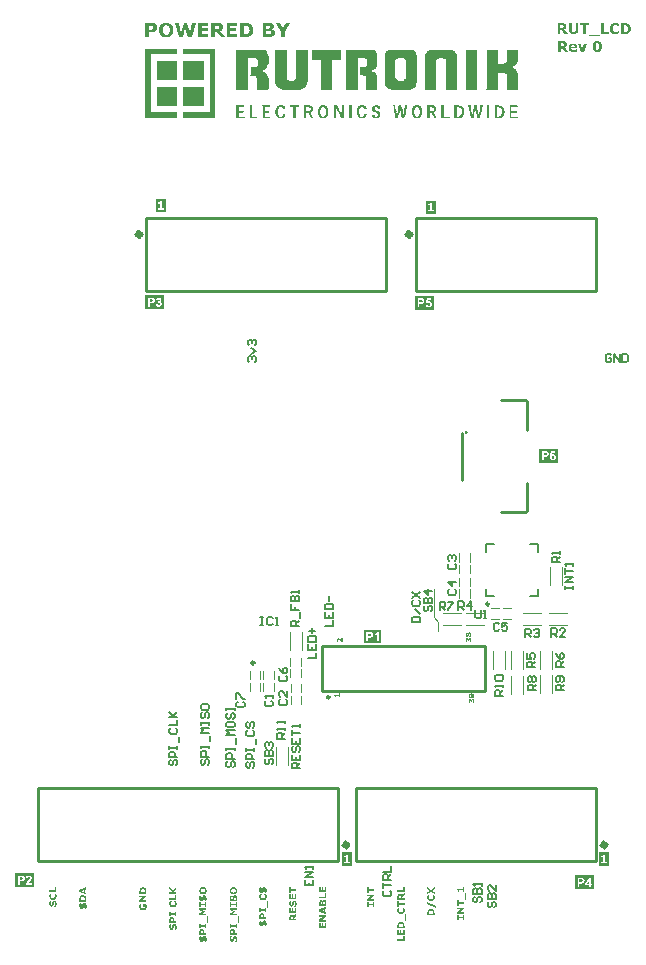
<source format=gto>
G04*
G04 #@! TF.GenerationSoftware,Altium Limited,Altium Designer,19.0.15 (446)*
G04*
G04 Layer_Color=65535*
%FSLAX44Y44*%
%MOMM*%
G71*
G01*
G75*
%ADD10C,0.2500*%
%ADD11C,0.5000*%
%ADD12C,0.2540*%
%ADD13C,0.1000*%
%ADD14C,0.2000*%
%ADD15C,0.1270*%
G36*
X175288Y404895D02*
Y404388D01*
Y403882D01*
Y403376D01*
Y402870D01*
Y402364D01*
Y401858D01*
Y401352D01*
Y400845D01*
Y400339D01*
Y399833D01*
Y399327D01*
Y398821D01*
Y398315D01*
Y397808D01*
Y397302D01*
Y396796D01*
Y396290D01*
Y395784D01*
Y395278D01*
Y394771D01*
Y394265D01*
Y393759D01*
Y393253D01*
Y392747D01*
Y392241D01*
Y391735D01*
Y391228D01*
Y390722D01*
Y390216D01*
Y389710D01*
Y389204D01*
X158079D01*
Y389710D01*
Y390216D01*
Y390722D01*
Y391228D01*
Y391735D01*
Y392241D01*
Y392747D01*
Y393253D01*
Y393759D01*
Y394265D01*
Y394771D01*
Y395278D01*
Y395784D01*
Y396290D01*
Y396796D01*
Y397302D01*
Y397808D01*
Y398315D01*
Y398821D01*
Y399327D01*
Y399833D01*
Y400339D01*
Y400845D01*
Y401352D01*
Y401858D01*
Y402364D01*
Y402870D01*
Y403376D01*
Y403882D01*
Y404388D01*
Y404895D01*
Y405401D01*
X175288D01*
Y404895D01*
D02*
G37*
G36*
X153018D02*
Y404388D01*
Y403882D01*
Y403376D01*
Y402870D01*
Y402364D01*
Y401858D01*
Y401352D01*
Y400845D01*
Y400339D01*
Y399833D01*
Y399327D01*
Y398821D01*
Y398315D01*
Y397808D01*
Y397302D01*
Y396796D01*
Y396290D01*
Y395784D01*
Y395278D01*
Y394771D01*
Y394265D01*
Y393759D01*
Y393253D01*
Y392747D01*
Y392241D01*
Y391735D01*
Y391228D01*
Y390722D01*
Y390216D01*
Y389710D01*
Y389204D01*
X136314D01*
Y389710D01*
Y390216D01*
Y390722D01*
Y391228D01*
Y391735D01*
Y392241D01*
Y392747D01*
Y393253D01*
Y393759D01*
Y394265D01*
Y394771D01*
Y395278D01*
Y395784D01*
Y396290D01*
Y396796D01*
Y397302D01*
Y397808D01*
Y398315D01*
Y398821D01*
Y399327D01*
Y399833D01*
Y400339D01*
Y400845D01*
Y401352D01*
Y401858D01*
Y402364D01*
Y402870D01*
Y403376D01*
Y403882D01*
Y404388D01*
Y404895D01*
X135808D01*
Y405401D01*
X153018D01*
Y404895D01*
D02*
G37*
G36*
X263358Y414511D02*
Y414005D01*
Y413499D01*
Y412993D01*
Y412487D01*
Y411981D01*
Y411474D01*
Y410968D01*
Y410462D01*
Y409956D01*
Y409450D01*
Y408944D01*
Y408438D01*
Y407932D01*
Y407425D01*
Y406919D01*
Y406413D01*
Y405907D01*
Y405401D01*
Y404895D01*
Y404388D01*
Y403882D01*
Y403376D01*
Y402870D01*
Y402364D01*
Y401858D01*
Y401352D01*
Y400845D01*
Y400339D01*
Y399833D01*
Y399327D01*
Y398821D01*
Y398315D01*
Y397808D01*
Y397302D01*
Y396796D01*
Y396290D01*
Y395784D01*
Y395278D01*
Y394771D01*
Y394265D01*
Y393759D01*
Y393253D01*
Y392747D01*
Y392241D01*
Y391735D01*
Y391228D01*
Y390722D01*
Y390216D01*
Y389710D01*
Y389204D01*
Y388698D01*
Y388192D01*
Y387685D01*
Y387179D01*
X262852D01*
Y386673D01*
Y386167D01*
Y385661D01*
Y385155D01*
X262346D01*
Y384649D01*
Y384142D01*
X261840D01*
Y383636D01*
X261334D01*
Y383130D01*
X260828D01*
Y382624D01*
X260322D01*
Y382118D01*
X259309D01*
Y381612D01*
X257791D01*
Y381105D01*
X241594D01*
Y381612D01*
X240075D01*
Y382118D01*
X239063D01*
Y382624D01*
X238051D01*
Y383130D01*
X237545D01*
Y383636D01*
Y384142D01*
X237039D01*
Y384649D01*
Y385155D01*
Y385661D01*
X236532D01*
Y386167D01*
X236026D01*
Y386673D01*
Y387179D01*
Y387685D01*
Y388192D01*
Y388698D01*
Y389204D01*
Y389710D01*
Y390216D01*
Y390722D01*
Y391228D01*
Y391735D01*
Y392241D01*
Y392747D01*
Y393253D01*
Y393759D01*
Y394265D01*
Y394771D01*
Y395278D01*
Y395784D01*
Y396290D01*
Y396796D01*
Y397302D01*
Y397808D01*
Y398315D01*
Y398821D01*
Y399327D01*
Y399833D01*
Y400339D01*
Y400845D01*
Y401352D01*
Y401858D01*
Y402364D01*
Y402870D01*
Y403376D01*
Y403882D01*
Y404388D01*
Y404895D01*
Y405401D01*
Y405907D01*
Y406413D01*
Y406919D01*
Y407425D01*
Y407932D01*
Y408438D01*
Y408944D01*
Y409450D01*
Y409956D01*
Y410462D01*
Y410968D01*
Y411474D01*
Y411981D01*
Y412487D01*
Y412993D01*
Y413499D01*
Y414005D01*
Y414511D01*
Y415018D01*
X245643D01*
Y414511D01*
Y414005D01*
Y413499D01*
Y412993D01*
Y412487D01*
Y411981D01*
Y411474D01*
Y410968D01*
Y410462D01*
Y409956D01*
Y409450D01*
Y408944D01*
Y408438D01*
Y407932D01*
Y407425D01*
Y406919D01*
Y406413D01*
Y405907D01*
Y405401D01*
Y404895D01*
Y404388D01*
Y403882D01*
Y403376D01*
Y402870D01*
Y402364D01*
Y401858D01*
Y401352D01*
Y400845D01*
Y400339D01*
Y399833D01*
Y399327D01*
Y398821D01*
Y398315D01*
Y397808D01*
Y397302D01*
Y396796D01*
Y396290D01*
Y395784D01*
Y395278D01*
Y394771D01*
Y394265D01*
Y393759D01*
Y393253D01*
Y392747D01*
Y392241D01*
Y391735D01*
Y391228D01*
Y390722D01*
Y390216D01*
X246149D01*
Y389710D01*
Y389204D01*
X247668D01*
Y388698D01*
X251717D01*
Y389204D01*
X252729D01*
Y389710D01*
X253742D01*
Y390216D01*
Y390722D01*
Y391228D01*
Y391735D01*
Y392241D01*
Y392747D01*
Y393253D01*
Y393759D01*
Y394265D01*
Y394771D01*
Y395278D01*
Y395784D01*
Y396290D01*
Y396796D01*
Y397302D01*
Y397808D01*
Y398315D01*
Y398821D01*
Y399327D01*
Y399833D01*
Y400339D01*
Y400845D01*
Y401352D01*
Y401858D01*
Y402364D01*
Y402870D01*
Y403376D01*
Y403882D01*
Y404388D01*
Y404895D01*
Y405401D01*
Y405907D01*
Y406413D01*
Y406919D01*
Y407425D01*
Y407932D01*
Y408438D01*
Y408944D01*
Y409450D01*
Y409956D01*
Y410462D01*
Y410968D01*
Y411474D01*
Y411981D01*
Y412487D01*
Y412993D01*
Y413499D01*
Y414005D01*
Y414511D01*
Y415018D01*
X263358D01*
Y414511D01*
D02*
G37*
G36*
X291703D02*
Y414005D01*
Y413499D01*
Y412993D01*
Y412487D01*
Y411981D01*
Y411474D01*
Y410968D01*
Y410462D01*
Y409956D01*
Y409450D01*
Y408944D01*
Y408438D01*
Y407932D01*
Y407425D01*
Y406919D01*
Y406413D01*
Y405907D01*
X284111D01*
Y405401D01*
Y404895D01*
Y404388D01*
Y403882D01*
Y403376D01*
Y402870D01*
Y402364D01*
Y401858D01*
Y401352D01*
Y400845D01*
Y400339D01*
Y399833D01*
Y399327D01*
Y398821D01*
Y398315D01*
Y397808D01*
Y397302D01*
Y396796D01*
Y396290D01*
Y395784D01*
Y395278D01*
Y394771D01*
Y394265D01*
Y393759D01*
Y393253D01*
Y392747D01*
Y392241D01*
Y391735D01*
Y391228D01*
Y390722D01*
Y390216D01*
Y389710D01*
Y389204D01*
Y388698D01*
Y388192D01*
Y387685D01*
Y387179D01*
Y386673D01*
Y386167D01*
Y385661D01*
Y385155D01*
Y384649D01*
Y384142D01*
Y383636D01*
Y383130D01*
Y382624D01*
Y382118D01*
Y381612D01*
Y381105D01*
X274494D01*
Y381612D01*
X275000D01*
Y382118D01*
Y382624D01*
Y383130D01*
Y383636D01*
Y384142D01*
Y384649D01*
Y385155D01*
Y385661D01*
Y386167D01*
Y386673D01*
Y387179D01*
Y387685D01*
Y388192D01*
Y388698D01*
Y389204D01*
Y389710D01*
Y390216D01*
Y390722D01*
Y391228D01*
Y391735D01*
Y392241D01*
Y392747D01*
Y393253D01*
Y393759D01*
Y394265D01*
Y394771D01*
Y395278D01*
Y395784D01*
Y396290D01*
Y396796D01*
Y397302D01*
Y397808D01*
Y398315D01*
Y398821D01*
Y399327D01*
Y399833D01*
Y400339D01*
Y400845D01*
Y401352D01*
Y401858D01*
Y402364D01*
Y402870D01*
Y403376D01*
Y403882D01*
Y404388D01*
Y404895D01*
Y405401D01*
Y405907D01*
X267408D01*
Y406413D01*
Y406919D01*
Y407425D01*
Y407932D01*
Y408438D01*
Y408944D01*
Y409450D01*
Y409956D01*
Y410462D01*
Y410968D01*
Y411474D01*
Y411981D01*
Y412487D01*
Y412993D01*
Y413499D01*
Y414005D01*
Y414511D01*
Y415018D01*
X291703D01*
Y414511D01*
D02*
G37*
G36*
X226916D02*
X227928D01*
Y414005D01*
X228434D01*
Y413499D01*
X228940D01*
Y412993D01*
X229446D01*
Y412487D01*
Y411981D01*
Y411474D01*
Y410968D01*
X229953D01*
Y410462D01*
Y409956D01*
Y409450D01*
X230459D01*
Y408944D01*
Y408438D01*
Y407932D01*
Y407425D01*
Y406919D01*
Y406413D01*
Y405907D01*
Y405401D01*
Y404895D01*
Y404388D01*
Y403882D01*
Y403376D01*
Y402870D01*
X229953D01*
Y402364D01*
Y401858D01*
X229446D01*
Y401352D01*
Y400845D01*
Y400339D01*
X228940D01*
Y399833D01*
Y399327D01*
X228434D01*
Y398821D01*
X227928D01*
Y398315D01*
X226916D01*
Y397808D01*
X225397D01*
Y397302D01*
Y396796D01*
Y396290D01*
X226409D01*
Y395784D01*
X227422D01*
Y395278D01*
X227928D01*
Y394771D01*
X228434D01*
Y394265D01*
X228940D01*
Y393759D01*
X229446D01*
Y393253D01*
Y392747D01*
X229953D01*
Y392241D01*
Y391735D01*
Y391228D01*
Y390722D01*
X230459D01*
Y390216D01*
Y389710D01*
Y389204D01*
Y388698D01*
Y388192D01*
Y387685D01*
Y387179D01*
Y386673D01*
Y386167D01*
Y385661D01*
Y385155D01*
Y384649D01*
Y384142D01*
Y383636D01*
Y383130D01*
Y382624D01*
Y382118D01*
Y381612D01*
X229953D01*
Y381105D01*
X220336D01*
Y381612D01*
Y382118D01*
Y382624D01*
Y383130D01*
Y383636D01*
Y384142D01*
Y384649D01*
Y385155D01*
Y385661D01*
Y386167D01*
Y386673D01*
Y387179D01*
Y387685D01*
Y388192D01*
Y388698D01*
Y389204D01*
Y389710D01*
Y390216D01*
Y390722D01*
Y391228D01*
X219830D01*
Y391735D01*
Y392241D01*
Y392747D01*
X214768D01*
Y393253D01*
X215274D01*
Y393759D01*
Y394265D01*
Y394771D01*
Y395278D01*
Y395784D01*
Y396290D01*
Y396796D01*
Y397302D01*
Y397808D01*
Y398315D01*
Y398821D01*
Y399327D01*
Y399833D01*
Y400339D01*
X220336D01*
Y400845D01*
X220842D01*
Y401352D01*
X221348D01*
Y401858D01*
Y402364D01*
Y402870D01*
Y403376D01*
Y403882D01*
Y404388D01*
Y404895D01*
Y405401D01*
Y405907D01*
Y406413D01*
X220842D01*
Y406919D01*
X220336D01*
Y407425D01*
X219323D01*
Y407932D01*
X213249D01*
Y407425D01*
X212743D01*
Y406919D01*
Y406413D01*
Y405907D01*
Y405401D01*
Y404895D01*
Y404388D01*
Y403882D01*
Y403376D01*
Y402870D01*
Y402364D01*
Y401858D01*
Y401352D01*
Y400845D01*
Y400339D01*
Y399833D01*
Y399327D01*
Y398821D01*
Y398315D01*
Y397808D01*
Y397302D01*
Y396796D01*
Y396290D01*
Y395784D01*
Y395278D01*
Y394771D01*
Y394265D01*
Y393759D01*
Y393253D01*
Y392747D01*
Y392241D01*
Y391735D01*
Y391228D01*
Y390722D01*
Y390216D01*
Y389710D01*
Y389204D01*
Y388698D01*
Y388192D01*
Y387685D01*
Y387179D01*
Y386673D01*
Y386167D01*
Y385661D01*
Y385155D01*
Y384649D01*
Y384142D01*
Y383636D01*
Y383130D01*
Y382624D01*
Y382118D01*
Y381612D01*
Y381105D01*
X203127D01*
Y381612D01*
Y382118D01*
Y382624D01*
Y383130D01*
Y383636D01*
Y384142D01*
Y384649D01*
Y385155D01*
Y385661D01*
Y386167D01*
Y386673D01*
Y387179D01*
Y387685D01*
Y388192D01*
Y388698D01*
Y389204D01*
Y389710D01*
Y390216D01*
Y390722D01*
Y391228D01*
Y391735D01*
Y392241D01*
Y392747D01*
Y393253D01*
Y393759D01*
Y394265D01*
Y394771D01*
Y395278D01*
Y395784D01*
Y396290D01*
Y396796D01*
Y397302D01*
Y397808D01*
Y398315D01*
Y398821D01*
Y399327D01*
Y399833D01*
Y400339D01*
Y400845D01*
Y401352D01*
Y401858D01*
Y402364D01*
Y402870D01*
Y403376D01*
Y403882D01*
Y404388D01*
Y404895D01*
Y405401D01*
Y405907D01*
Y406413D01*
Y406919D01*
Y407425D01*
Y407932D01*
Y408438D01*
Y408944D01*
Y409450D01*
Y409956D01*
Y410462D01*
Y410968D01*
Y411474D01*
Y411981D01*
Y412487D01*
Y412993D01*
Y413499D01*
Y414005D01*
Y414511D01*
Y415018D01*
X226916D01*
Y414511D01*
D02*
G37*
G36*
X175288Y383130D02*
Y382624D01*
Y382118D01*
Y381612D01*
Y381105D01*
Y380599D01*
Y380093D01*
Y379587D01*
Y379081D01*
Y378575D01*
Y378069D01*
Y377562D01*
Y377056D01*
Y376550D01*
Y376044D01*
Y375538D01*
Y375032D01*
Y374525D01*
Y374019D01*
Y373513D01*
Y373007D01*
Y372501D01*
Y371995D01*
Y371489D01*
Y370982D01*
Y370476D01*
Y369970D01*
Y369464D01*
Y368958D01*
Y368452D01*
Y367946D01*
Y367439D01*
Y366933D01*
X158079D01*
Y367439D01*
Y367946D01*
Y368452D01*
Y368958D01*
Y369464D01*
Y369970D01*
Y370476D01*
Y370982D01*
Y371489D01*
Y371995D01*
Y372501D01*
Y373007D01*
Y373513D01*
Y374019D01*
Y374525D01*
Y375032D01*
Y375538D01*
Y376044D01*
Y376550D01*
Y377056D01*
Y377562D01*
Y378069D01*
Y378575D01*
Y379081D01*
Y379587D01*
Y380093D01*
Y380599D01*
Y381105D01*
Y381612D01*
Y382118D01*
Y382624D01*
Y383130D01*
Y383636D01*
X175288D01*
Y383130D01*
D02*
G37*
G36*
X153018D02*
Y382624D01*
Y382118D01*
Y381612D01*
Y381105D01*
Y380599D01*
Y380093D01*
Y379587D01*
Y379081D01*
Y378575D01*
Y378069D01*
Y377562D01*
Y377056D01*
Y376550D01*
Y376044D01*
Y375538D01*
Y375032D01*
Y374525D01*
Y374019D01*
Y373513D01*
Y373007D01*
Y372501D01*
Y371995D01*
Y371489D01*
Y370982D01*
Y370476D01*
Y369970D01*
Y369464D01*
Y368958D01*
Y368452D01*
Y367946D01*
Y367439D01*
Y366933D01*
X135808D01*
Y367439D01*
X136314D01*
Y367946D01*
Y368452D01*
Y368958D01*
Y369464D01*
Y369970D01*
Y370476D01*
Y370982D01*
Y371489D01*
Y371995D01*
Y372501D01*
Y373007D01*
Y373513D01*
Y374019D01*
Y374525D01*
Y375032D01*
Y375538D01*
Y376044D01*
Y376550D01*
Y377056D01*
Y377562D01*
Y378069D01*
Y378575D01*
Y379081D01*
Y379587D01*
Y380093D01*
Y380599D01*
Y381105D01*
Y381612D01*
Y382118D01*
Y382624D01*
Y383130D01*
X135808D01*
Y383636D01*
X153018D01*
Y383130D01*
D02*
G37*
G36*
X242606Y367439D02*
X243619D01*
Y366933D01*
X244125D01*
Y366427D01*
Y365921D01*
X244631D01*
Y365415D01*
Y364909D01*
Y364402D01*
X242606D01*
Y364909D01*
Y365415D01*
Y365921D01*
X242100D01*
Y366427D01*
X239569D01*
Y365921D01*
X239063D01*
Y365415D01*
Y364909D01*
X238557D01*
Y364402D01*
Y363896D01*
Y363390D01*
Y362884D01*
X238051D01*
Y362378D01*
Y361872D01*
X238557D01*
Y361366D01*
Y360859D01*
Y360353D01*
Y359847D01*
Y359341D01*
X239063D01*
Y358835D01*
X239569D01*
Y358329D01*
X242100D01*
Y358835D01*
X242606D01*
Y359341D01*
Y359847D01*
Y360353D01*
X244631D01*
Y359847D01*
Y359341D01*
Y358835D01*
X244125D01*
Y358329D01*
Y357822D01*
X243619D01*
Y357316D01*
X242606D01*
Y356810D01*
X239063D01*
Y357316D01*
X238051D01*
Y357822D01*
X237545D01*
Y358329D01*
Y358835D01*
X237039D01*
Y359341D01*
Y359847D01*
X236532D01*
Y360353D01*
Y360859D01*
X236026D01*
Y361366D01*
Y361872D01*
Y362378D01*
Y362884D01*
Y363390D01*
Y363896D01*
X236532D01*
Y364402D01*
Y364909D01*
X237039D01*
Y365415D01*
Y365921D01*
X237545D01*
Y366427D01*
Y366933D01*
X238051D01*
Y367439D01*
X239063D01*
Y367946D01*
X242606D01*
Y367439D01*
D02*
G37*
G36*
X294234D02*
Y366933D01*
Y366427D01*
Y365921D01*
Y365415D01*
Y364909D01*
Y364402D01*
Y363896D01*
Y363390D01*
Y362884D01*
Y362378D01*
Y361872D01*
Y361366D01*
Y360859D01*
Y360353D01*
Y359847D01*
Y359341D01*
Y358835D01*
Y358329D01*
Y357822D01*
Y357316D01*
Y356810D01*
X291703D01*
Y357316D01*
Y357822D01*
X291197D01*
Y358329D01*
Y358835D01*
Y359341D01*
X290691D01*
Y359847D01*
Y360353D01*
X290185D01*
Y360859D01*
X289678D01*
Y361366D01*
Y361872D01*
Y362378D01*
X289172D01*
Y362884D01*
Y363390D01*
X288666D01*
Y363896D01*
Y364402D01*
X288160D01*
Y364909D01*
X287148D01*
Y364402D01*
Y363896D01*
X287654D01*
Y363390D01*
X287148D01*
Y362884D01*
Y362378D01*
Y361872D01*
Y361366D01*
Y360859D01*
Y360353D01*
Y359847D01*
Y359341D01*
Y358835D01*
Y358329D01*
Y357822D01*
Y357316D01*
X287654D01*
Y356810D01*
X285629D01*
Y357316D01*
Y357822D01*
Y358329D01*
Y358835D01*
Y359341D01*
Y359847D01*
Y360353D01*
Y360859D01*
Y361366D01*
Y361872D01*
Y362378D01*
Y362884D01*
Y363390D01*
Y363896D01*
Y364402D01*
Y364909D01*
Y365415D01*
Y365921D01*
Y366427D01*
Y366933D01*
Y367439D01*
Y367946D01*
X288666D01*
Y367439D01*
Y366933D01*
X289172D01*
Y366427D01*
Y365921D01*
X289678D01*
Y365415D01*
Y364909D01*
X290185D01*
Y364402D01*
Y363896D01*
Y363390D01*
X290691D01*
Y362884D01*
Y362378D01*
X291197D01*
Y361872D01*
X292209D01*
Y362378D01*
Y362884D01*
Y363390D01*
Y363896D01*
Y364402D01*
Y364909D01*
Y365415D01*
Y365921D01*
Y366427D01*
Y366933D01*
Y367439D01*
Y367946D01*
X294234D01*
Y367439D01*
D02*
G37*
G36*
X278037D02*
X279555D01*
Y366933D01*
X280061D01*
Y366427D01*
Y365921D01*
X280568D01*
Y365415D01*
Y364909D01*
Y364402D01*
X281074D01*
Y363896D01*
Y363390D01*
Y362884D01*
Y362378D01*
Y361872D01*
Y361366D01*
Y360859D01*
Y360353D01*
Y359847D01*
X280568D01*
Y359341D01*
Y358835D01*
X280061D01*
Y358329D01*
Y357822D01*
X279049D01*
Y357316D01*
X278543D01*
Y356810D01*
X275000D01*
Y357316D01*
X273988D01*
Y357822D01*
X273482D01*
Y358329D01*
X272975D01*
Y358835D01*
Y359341D01*
Y359847D01*
X272469D01*
Y360353D01*
Y360859D01*
X271963D01*
Y361366D01*
X272469D01*
Y361872D01*
Y362378D01*
Y362884D01*
Y363390D01*
Y363896D01*
Y364402D01*
Y364909D01*
X272975D01*
Y365415D01*
Y365921D01*
Y366427D01*
X273482D01*
Y366933D01*
X273988D01*
Y367439D01*
X275000D01*
Y367946D01*
X278037D01*
Y367439D01*
D02*
G37*
G36*
X265383D02*
X266902D01*
Y366933D01*
X267408D01*
Y366427D01*
X267914D01*
Y365921D01*
Y365415D01*
Y364909D01*
Y364402D01*
Y363896D01*
Y363390D01*
X267408D01*
Y362884D01*
X266902D01*
Y362378D01*
X266395D01*
Y361872D01*
Y361366D01*
Y360859D01*
Y360353D01*
Y359847D01*
X266902D01*
Y359341D01*
X267408D01*
Y358835D01*
Y358329D01*
Y357822D01*
X267914D01*
Y357316D01*
X268420D01*
Y356810D01*
X265889D01*
Y357316D01*
Y357822D01*
X265383D01*
Y358329D01*
Y358835D01*
Y359341D01*
X264877D01*
Y359847D01*
Y360353D01*
X264371D01*
Y360859D01*
Y361366D01*
X262346D01*
Y360859D01*
Y360353D01*
Y359847D01*
Y359341D01*
Y358835D01*
Y358329D01*
Y357822D01*
Y357316D01*
Y356810D01*
X260322D01*
Y357316D01*
Y357822D01*
Y358329D01*
Y358835D01*
Y359341D01*
Y359847D01*
Y360353D01*
Y360859D01*
Y361366D01*
Y361872D01*
Y362378D01*
Y362884D01*
Y363390D01*
Y363896D01*
Y364402D01*
Y364909D01*
Y365415D01*
Y365921D01*
Y366427D01*
Y366933D01*
Y367439D01*
Y367946D01*
X265383D01*
Y367439D01*
D02*
G37*
G36*
X256272D02*
Y366933D01*
Y366427D01*
X253235D01*
Y365921D01*
Y365415D01*
Y364909D01*
Y364402D01*
Y363896D01*
Y363390D01*
Y362884D01*
Y362378D01*
Y361872D01*
Y361366D01*
Y360859D01*
Y360353D01*
Y359847D01*
Y359341D01*
Y358835D01*
Y358329D01*
Y357822D01*
Y357316D01*
Y356810D01*
X251211D01*
Y357316D01*
Y357822D01*
Y358329D01*
Y358835D01*
Y359341D01*
Y359847D01*
Y360353D01*
Y360859D01*
Y361366D01*
Y361872D01*
Y362378D01*
Y362884D01*
Y363390D01*
Y363896D01*
Y364402D01*
Y364909D01*
Y365415D01*
Y365921D01*
Y366427D01*
X248680D01*
Y366933D01*
Y367439D01*
Y367946D01*
X256272D01*
Y367439D01*
D02*
G37*
G36*
X231977D02*
Y366933D01*
Y366427D01*
X226916D01*
Y365921D01*
Y365415D01*
Y364909D01*
Y364402D01*
Y363896D01*
Y363390D01*
X231471D01*
Y362884D01*
X230965D01*
Y362378D01*
X231471D01*
Y361872D01*
X230965D01*
Y361366D01*
X226916D01*
Y360859D01*
Y360353D01*
Y359847D01*
Y359341D01*
Y358835D01*
Y358329D01*
X231977D01*
Y357822D01*
Y357316D01*
Y356810D01*
X224891D01*
Y357316D01*
X225397D01*
Y357822D01*
Y358329D01*
Y358835D01*
Y359341D01*
Y359847D01*
Y360353D01*
Y360859D01*
Y361366D01*
Y361872D01*
Y362378D01*
Y362884D01*
Y363390D01*
Y363896D01*
Y364402D01*
Y364909D01*
Y365415D01*
Y365921D01*
Y366427D01*
Y366933D01*
Y367439D01*
X224891D01*
Y367946D01*
X231977D01*
Y367439D01*
D02*
G37*
G36*
X216286D02*
Y366933D01*
Y366427D01*
Y365921D01*
Y365415D01*
Y364909D01*
Y364402D01*
Y363896D01*
Y363390D01*
Y362884D01*
Y362378D01*
Y361872D01*
Y361366D01*
Y360859D01*
Y360353D01*
Y359847D01*
Y359341D01*
Y358835D01*
Y358329D01*
X221348D01*
Y357822D01*
X220842D01*
Y357316D01*
X221348D01*
Y356810D01*
X214262D01*
Y357316D01*
Y357822D01*
Y358329D01*
Y358835D01*
Y359341D01*
Y359847D01*
Y360353D01*
Y360859D01*
Y361366D01*
Y361872D01*
Y362378D01*
Y362884D01*
Y363390D01*
Y363896D01*
Y364402D01*
Y364909D01*
Y365415D01*
Y365921D01*
Y366427D01*
Y366933D01*
Y367439D01*
Y367946D01*
X216286D01*
Y367439D01*
D02*
G37*
G36*
X209706D02*
Y366933D01*
Y366427D01*
X205151D01*
Y365921D01*
Y365415D01*
Y364909D01*
Y364402D01*
Y363896D01*
Y363390D01*
X209200D01*
Y362884D01*
Y362378D01*
Y361872D01*
X208694D01*
Y361366D01*
X205151D01*
Y360859D01*
Y360353D01*
Y359847D01*
Y359341D01*
Y358835D01*
Y358329D01*
X210213D01*
Y357822D01*
Y357316D01*
Y356810D01*
X203127D01*
Y357316D01*
Y357822D01*
Y358329D01*
Y358835D01*
Y359341D01*
Y359847D01*
Y360353D01*
Y360859D01*
Y361366D01*
Y361872D01*
Y362378D01*
Y362884D01*
Y363390D01*
Y363896D01*
Y364402D01*
Y364909D01*
Y365415D01*
Y365921D01*
Y366427D01*
Y366933D01*
Y367439D01*
Y367946D01*
X209706D01*
Y367439D01*
D02*
G37*
G36*
X185411Y415018D02*
Y414511D01*
Y414005D01*
Y413499D01*
Y412993D01*
Y412487D01*
Y411981D01*
Y411474D01*
Y410968D01*
Y410462D01*
Y409956D01*
Y409450D01*
Y408944D01*
Y408438D01*
Y407932D01*
Y407425D01*
Y406919D01*
Y406413D01*
Y405907D01*
Y405401D01*
Y404895D01*
Y404388D01*
Y403882D01*
Y403376D01*
Y402870D01*
Y402364D01*
Y401858D01*
Y401352D01*
Y400845D01*
Y400339D01*
Y399833D01*
Y399327D01*
Y398821D01*
Y398315D01*
Y397808D01*
Y397302D01*
Y396796D01*
Y396290D01*
Y395784D01*
Y395278D01*
Y394771D01*
Y394265D01*
Y393759D01*
Y393253D01*
Y392747D01*
Y392241D01*
Y391735D01*
Y391228D01*
Y390722D01*
Y390216D01*
Y389710D01*
Y389204D01*
Y388698D01*
Y388192D01*
Y387685D01*
Y387179D01*
Y386673D01*
Y386167D01*
Y385661D01*
Y385155D01*
Y384649D01*
Y384142D01*
Y383636D01*
Y383130D01*
Y382624D01*
Y382118D01*
Y381612D01*
Y381105D01*
Y380599D01*
Y380093D01*
Y379587D01*
Y379081D01*
Y378575D01*
Y378069D01*
Y377562D01*
Y377056D01*
Y376550D01*
Y376044D01*
Y375538D01*
Y375032D01*
Y374525D01*
Y374019D01*
Y373513D01*
Y373007D01*
Y372501D01*
Y371995D01*
Y371489D01*
Y370982D01*
Y370476D01*
Y369970D01*
Y369464D01*
Y368958D01*
Y368452D01*
Y367946D01*
Y367439D01*
Y366933D01*
Y366427D01*
Y365921D01*
Y365415D01*
Y364909D01*
Y364402D01*
Y363896D01*
Y363390D01*
Y362884D01*
Y362378D01*
Y361872D01*
Y361366D01*
Y360859D01*
Y360353D01*
Y359847D01*
Y359341D01*
Y358835D01*
Y358329D01*
Y357822D01*
Y357316D01*
Y356810D01*
X158079D01*
Y357316D01*
Y357822D01*
Y358329D01*
Y358835D01*
Y359341D01*
Y359847D01*
Y360353D01*
Y360859D01*
Y361366D01*
Y361872D01*
X180856D01*
Y362378D01*
Y362884D01*
Y363390D01*
Y363896D01*
Y364402D01*
Y364909D01*
Y365415D01*
Y365921D01*
Y366427D01*
Y366933D01*
Y367439D01*
Y367946D01*
Y368452D01*
Y368958D01*
Y369464D01*
Y369970D01*
Y370476D01*
Y370982D01*
Y371489D01*
Y371995D01*
Y372501D01*
Y373007D01*
Y373513D01*
Y374019D01*
Y374525D01*
Y375032D01*
Y375538D01*
Y376044D01*
Y376550D01*
Y377056D01*
Y377562D01*
Y378069D01*
Y378575D01*
Y379081D01*
Y379587D01*
Y380093D01*
Y380599D01*
Y381105D01*
Y381612D01*
Y382118D01*
Y382624D01*
Y383130D01*
Y383636D01*
Y384142D01*
Y384649D01*
Y385155D01*
Y385661D01*
Y386167D01*
Y386673D01*
Y387179D01*
Y387685D01*
Y388192D01*
Y388698D01*
Y389204D01*
Y389710D01*
Y390216D01*
Y390722D01*
Y391228D01*
Y391735D01*
Y392241D01*
Y392747D01*
Y393253D01*
Y393759D01*
Y394265D01*
Y394771D01*
Y395278D01*
Y395784D01*
Y396290D01*
Y396796D01*
Y397302D01*
Y397808D01*
Y398315D01*
Y398821D01*
Y399327D01*
Y399833D01*
Y400339D01*
Y400845D01*
Y401352D01*
Y401858D01*
Y402364D01*
Y402870D01*
Y403376D01*
Y403882D01*
Y404388D01*
Y404895D01*
Y405401D01*
Y405907D01*
Y406413D01*
Y406919D01*
Y407425D01*
Y407932D01*
Y408438D01*
Y408944D01*
Y409450D01*
Y409956D01*
Y410462D01*
Y410968D01*
X158079D01*
Y411474D01*
Y411981D01*
Y412487D01*
Y412993D01*
Y413499D01*
Y414005D01*
Y414511D01*
Y415018D01*
Y415524D01*
X185411D01*
Y415018D01*
D02*
G37*
G36*
X153018D02*
Y414511D01*
Y414005D01*
Y413499D01*
Y412993D01*
Y412487D01*
Y411981D01*
Y411474D01*
Y410968D01*
X130747D01*
Y410462D01*
Y409956D01*
Y409450D01*
Y408944D01*
Y408438D01*
Y407932D01*
Y407425D01*
Y406919D01*
Y406413D01*
Y405907D01*
Y405401D01*
Y404895D01*
Y404388D01*
Y403882D01*
Y403376D01*
Y402870D01*
Y402364D01*
Y401858D01*
Y401352D01*
Y400845D01*
Y400339D01*
Y399833D01*
Y399327D01*
Y398821D01*
Y398315D01*
Y397808D01*
Y397302D01*
Y396796D01*
Y396290D01*
Y395784D01*
Y395278D01*
Y394771D01*
Y394265D01*
Y393759D01*
Y393253D01*
Y392747D01*
Y392241D01*
Y391735D01*
Y391228D01*
Y390722D01*
Y390216D01*
Y389710D01*
Y389204D01*
Y388698D01*
Y388192D01*
Y387685D01*
Y387179D01*
Y386673D01*
Y386167D01*
Y385661D01*
Y385155D01*
Y384649D01*
Y384142D01*
Y383636D01*
Y383130D01*
Y382624D01*
Y382118D01*
Y381612D01*
Y381105D01*
Y380599D01*
Y380093D01*
Y379587D01*
Y379081D01*
Y378575D01*
Y378069D01*
Y377562D01*
Y377056D01*
Y376550D01*
Y376044D01*
Y375538D01*
Y375032D01*
Y374525D01*
Y374019D01*
Y373513D01*
Y373007D01*
Y372501D01*
Y371995D01*
Y371489D01*
Y370982D01*
Y370476D01*
Y369970D01*
Y369464D01*
Y368958D01*
Y368452D01*
Y367946D01*
Y367439D01*
Y366933D01*
Y366427D01*
Y365921D01*
Y365415D01*
Y364909D01*
Y364402D01*
Y363896D01*
Y363390D01*
Y362884D01*
Y362378D01*
Y361872D01*
X153018D01*
Y361366D01*
Y360859D01*
Y360353D01*
Y359847D01*
Y359341D01*
Y358835D01*
Y358329D01*
Y357822D01*
Y357316D01*
Y356810D01*
X125685D01*
Y357316D01*
Y357822D01*
Y358329D01*
Y358835D01*
Y359341D01*
Y359847D01*
Y360353D01*
Y360859D01*
Y361366D01*
Y361872D01*
Y362378D01*
Y362884D01*
Y363390D01*
Y363896D01*
Y364402D01*
Y364909D01*
Y365415D01*
Y365921D01*
Y366427D01*
Y366933D01*
Y367439D01*
Y367946D01*
Y368452D01*
Y368958D01*
Y369464D01*
Y369970D01*
Y370476D01*
Y370982D01*
Y371489D01*
Y371995D01*
Y372501D01*
Y373007D01*
Y373513D01*
Y374019D01*
Y374525D01*
Y375032D01*
Y375538D01*
Y376044D01*
Y376550D01*
Y377056D01*
Y377562D01*
Y378069D01*
Y378575D01*
Y379081D01*
Y379587D01*
Y380093D01*
Y380599D01*
Y381105D01*
Y381612D01*
Y382118D01*
Y382624D01*
Y383130D01*
Y383636D01*
Y384142D01*
Y384649D01*
Y385155D01*
Y385661D01*
Y386167D01*
Y386673D01*
Y387179D01*
Y387685D01*
Y388192D01*
Y388698D01*
Y389204D01*
Y389710D01*
Y390216D01*
Y390722D01*
Y391228D01*
Y391735D01*
Y392241D01*
Y392747D01*
Y393253D01*
Y393759D01*
Y394265D01*
Y394771D01*
Y395278D01*
Y395784D01*
Y396290D01*
Y396796D01*
Y397302D01*
Y397808D01*
Y398315D01*
Y398821D01*
Y399327D01*
Y399833D01*
Y400339D01*
Y400845D01*
Y401352D01*
Y401858D01*
Y402364D01*
Y402870D01*
Y403376D01*
Y403882D01*
Y404388D01*
Y404895D01*
Y405401D01*
Y405907D01*
Y406413D01*
Y406919D01*
Y407425D01*
Y407932D01*
Y408438D01*
Y408944D01*
Y409450D01*
Y409956D01*
Y410462D01*
Y410968D01*
Y411474D01*
Y411981D01*
Y412487D01*
Y412993D01*
Y413499D01*
Y414005D01*
Y414511D01*
Y415018D01*
Y415524D01*
X153018D01*
Y415018D01*
D02*
G37*
G36*
X441524Y414511D02*
Y414005D01*
Y413499D01*
Y412993D01*
Y412487D01*
Y411981D01*
Y411474D01*
Y410968D01*
Y410462D01*
Y409956D01*
Y409450D01*
Y408944D01*
Y408438D01*
Y407932D01*
Y407425D01*
Y406919D01*
Y406413D01*
Y405907D01*
Y405401D01*
Y404895D01*
Y404388D01*
X441018D01*
Y403882D01*
X440512D01*
Y403376D01*
Y402870D01*
X440005D01*
Y402364D01*
X439499D01*
Y401858D01*
X438993D01*
Y401352D01*
X437981D01*
Y400845D01*
X436968D01*
Y400339D01*
Y399833D01*
Y399327D01*
X437981D01*
Y398821D01*
X438487D01*
Y398315D01*
X439499D01*
Y397808D01*
X440005D01*
Y397302D01*
Y396796D01*
X440512D01*
Y396290D01*
Y395784D01*
X441018D01*
Y395278D01*
X441524D01*
Y394771D01*
Y394265D01*
Y393759D01*
Y393253D01*
Y392747D01*
Y392241D01*
Y391735D01*
Y391228D01*
Y390722D01*
Y390216D01*
Y389710D01*
Y389204D01*
Y388698D01*
Y388192D01*
Y387685D01*
Y387179D01*
Y386673D01*
Y386167D01*
Y385661D01*
Y385155D01*
Y384649D01*
Y384142D01*
Y383636D01*
Y383130D01*
Y382624D01*
Y382118D01*
Y381612D01*
Y381105D01*
X431907D01*
Y381612D01*
Y382118D01*
Y382624D01*
Y383130D01*
Y383636D01*
Y384142D01*
Y384649D01*
Y385155D01*
Y385661D01*
Y386167D01*
Y386673D01*
Y387179D01*
Y387685D01*
Y388192D01*
Y388698D01*
Y389204D01*
Y389710D01*
Y390216D01*
Y390722D01*
Y391228D01*
Y391735D01*
Y392241D01*
Y392747D01*
Y393253D01*
Y393759D01*
Y394265D01*
X430895D01*
Y394771D01*
X430389D01*
Y395278D01*
X424315D01*
Y394771D01*
Y394265D01*
Y393759D01*
Y393253D01*
Y392747D01*
Y392241D01*
Y391735D01*
Y391228D01*
Y390722D01*
Y390216D01*
Y389710D01*
Y389204D01*
Y388698D01*
Y388192D01*
Y387685D01*
Y387179D01*
Y386673D01*
Y386167D01*
Y385661D01*
Y385155D01*
Y384649D01*
Y384142D01*
Y383636D01*
Y383130D01*
Y382624D01*
Y382118D01*
Y381612D01*
Y381105D01*
X414698D01*
Y381612D01*
X415204D01*
Y382118D01*
Y382624D01*
Y383130D01*
Y383636D01*
Y384142D01*
Y384649D01*
Y385155D01*
Y385661D01*
Y386167D01*
Y386673D01*
Y387179D01*
Y387685D01*
Y388192D01*
Y388698D01*
Y389204D01*
Y389710D01*
Y390216D01*
Y390722D01*
Y391228D01*
Y391735D01*
Y392241D01*
Y392747D01*
Y393253D01*
Y393759D01*
Y394265D01*
Y394771D01*
Y395278D01*
Y395784D01*
Y396290D01*
Y396796D01*
Y397302D01*
Y397808D01*
Y398315D01*
Y398821D01*
Y399327D01*
Y399833D01*
Y400339D01*
Y400845D01*
Y401352D01*
Y401858D01*
Y402364D01*
Y402870D01*
Y403376D01*
Y403882D01*
Y404388D01*
Y404895D01*
Y405401D01*
Y405907D01*
Y406413D01*
Y406919D01*
Y407425D01*
Y407932D01*
Y408438D01*
Y408944D01*
Y409450D01*
Y409956D01*
Y410462D01*
Y410968D01*
Y411474D01*
Y411981D01*
Y412487D01*
Y412993D01*
Y413499D01*
Y414005D01*
Y414511D01*
Y415018D01*
X424315D01*
Y414511D01*
Y414005D01*
Y413499D01*
Y412993D01*
Y412487D01*
Y411981D01*
Y411474D01*
Y410968D01*
Y410462D01*
Y409956D01*
Y409450D01*
Y408944D01*
Y408438D01*
Y407932D01*
Y407425D01*
Y406919D01*
Y406413D01*
Y405907D01*
Y405401D01*
Y404895D01*
Y404388D01*
Y403882D01*
Y403376D01*
Y402870D01*
X429882D01*
Y403376D01*
X431401D01*
Y403882D01*
Y404388D01*
X431907D01*
Y404895D01*
Y405401D01*
Y405907D01*
Y406413D01*
Y406919D01*
Y407425D01*
Y407932D01*
Y408438D01*
Y408944D01*
Y409450D01*
Y409956D01*
Y410462D01*
Y410968D01*
Y411474D01*
Y411981D01*
Y412487D01*
Y412993D01*
Y413499D01*
Y414005D01*
Y414511D01*
Y415018D01*
X441524D01*
Y414511D01*
D02*
G37*
G36*
X407106D02*
Y414005D01*
Y413499D01*
Y412993D01*
Y412487D01*
Y411981D01*
Y411474D01*
Y410968D01*
Y410462D01*
Y409956D01*
Y409450D01*
Y408944D01*
Y408438D01*
Y407932D01*
Y407425D01*
Y406919D01*
Y406413D01*
Y405907D01*
Y405401D01*
Y404895D01*
Y404388D01*
Y403882D01*
Y403376D01*
Y402870D01*
Y402364D01*
Y401858D01*
Y401352D01*
Y400845D01*
Y400339D01*
Y399833D01*
Y399327D01*
Y398821D01*
Y398315D01*
Y397808D01*
Y397302D01*
Y396796D01*
Y396290D01*
Y395784D01*
Y395278D01*
Y394771D01*
Y394265D01*
Y393759D01*
Y393253D01*
Y392747D01*
Y392241D01*
Y391735D01*
Y391228D01*
Y390722D01*
Y390216D01*
Y389710D01*
Y389204D01*
Y388698D01*
Y388192D01*
Y387685D01*
Y387179D01*
Y386673D01*
Y386167D01*
Y385661D01*
Y385155D01*
Y384649D01*
Y384142D01*
Y383636D01*
Y383130D01*
Y382624D01*
Y382118D01*
Y381612D01*
Y381105D01*
X397489D01*
Y381612D01*
Y382118D01*
Y382624D01*
Y383130D01*
Y383636D01*
Y384142D01*
Y384649D01*
Y385155D01*
Y385661D01*
Y386167D01*
Y386673D01*
Y387179D01*
Y387685D01*
Y388192D01*
Y388698D01*
Y389204D01*
Y389710D01*
Y390216D01*
Y390722D01*
Y391228D01*
Y391735D01*
Y392241D01*
Y392747D01*
Y393253D01*
Y393759D01*
Y394265D01*
Y394771D01*
Y395278D01*
Y395784D01*
Y396290D01*
Y396796D01*
Y397302D01*
Y397808D01*
Y398315D01*
Y398821D01*
Y399327D01*
Y399833D01*
Y400339D01*
Y400845D01*
Y401352D01*
Y401858D01*
Y402364D01*
Y402870D01*
Y403376D01*
Y403882D01*
Y404388D01*
Y404895D01*
Y405401D01*
Y405907D01*
Y406413D01*
Y406919D01*
Y407425D01*
Y407932D01*
Y408438D01*
Y408944D01*
Y409450D01*
Y409956D01*
Y410462D01*
Y410968D01*
Y411474D01*
Y411981D01*
Y412487D01*
Y412993D01*
Y413499D01*
Y414005D01*
Y414511D01*
Y415018D01*
X407106D01*
Y414511D01*
D02*
G37*
G36*
X385847D02*
X386860D01*
Y414005D01*
X387366D01*
Y413499D01*
X388378D01*
Y412993D01*
Y412487D01*
X388884D01*
Y411981D01*
X389390D01*
Y411474D01*
Y410968D01*
X389897D01*
Y410462D01*
Y409956D01*
Y409450D01*
Y408944D01*
Y408438D01*
Y407932D01*
Y407425D01*
Y406919D01*
Y406413D01*
Y405907D01*
Y405401D01*
Y404895D01*
Y404388D01*
Y403882D01*
Y403376D01*
Y402870D01*
Y402364D01*
Y401858D01*
Y401352D01*
Y400845D01*
Y400339D01*
Y399833D01*
Y399327D01*
Y398821D01*
Y398315D01*
Y397808D01*
Y397302D01*
Y396796D01*
Y396290D01*
Y395784D01*
Y395278D01*
Y394771D01*
Y394265D01*
Y393759D01*
Y393253D01*
Y392747D01*
Y392241D01*
Y391735D01*
Y391228D01*
Y390722D01*
Y390216D01*
Y389710D01*
Y389204D01*
Y388698D01*
Y388192D01*
Y387685D01*
Y387179D01*
Y386673D01*
Y386167D01*
Y385661D01*
Y385155D01*
Y384649D01*
Y384142D01*
Y383636D01*
Y383130D01*
Y382624D01*
Y382118D01*
Y381612D01*
Y381105D01*
X380786D01*
Y381612D01*
Y382118D01*
Y382624D01*
Y383130D01*
Y383636D01*
Y384142D01*
Y384649D01*
Y385155D01*
Y385661D01*
Y386167D01*
Y386673D01*
Y387179D01*
Y387685D01*
Y388192D01*
Y388698D01*
Y389204D01*
Y389710D01*
Y390216D01*
Y390722D01*
Y391228D01*
Y391735D01*
Y392241D01*
Y392747D01*
Y393253D01*
Y393759D01*
Y394265D01*
Y394771D01*
Y395278D01*
Y395784D01*
Y396290D01*
Y396796D01*
Y397302D01*
Y397808D01*
Y398315D01*
Y398821D01*
Y399327D01*
Y399833D01*
Y400339D01*
Y400845D01*
Y401352D01*
Y401858D01*
Y402364D01*
Y402870D01*
Y403376D01*
Y403882D01*
Y404388D01*
Y404895D01*
Y405401D01*
Y405907D01*
Y406413D01*
X380280D01*
Y406919D01*
X379267D01*
Y407425D01*
X378255D01*
Y407932D01*
X374712D01*
Y407425D01*
X373700D01*
Y406919D01*
X372687D01*
Y406413D01*
X372181D01*
Y405907D01*
Y405401D01*
Y404895D01*
Y404388D01*
Y403882D01*
Y403376D01*
Y402870D01*
Y402364D01*
Y401858D01*
Y401352D01*
Y400845D01*
Y400339D01*
Y399833D01*
Y399327D01*
Y398821D01*
Y398315D01*
Y397808D01*
Y397302D01*
Y396796D01*
Y396290D01*
Y395784D01*
Y395278D01*
Y394771D01*
Y394265D01*
Y393759D01*
Y393253D01*
Y392747D01*
Y392241D01*
Y391735D01*
Y391228D01*
Y390722D01*
Y390216D01*
Y389710D01*
Y389204D01*
Y388698D01*
Y388192D01*
Y387685D01*
Y387179D01*
Y386673D01*
Y386167D01*
Y385661D01*
Y385155D01*
Y384649D01*
Y384142D01*
Y383636D01*
Y383130D01*
Y382624D01*
Y382118D01*
Y381612D01*
Y381105D01*
X362564D01*
Y381612D01*
X363070D01*
Y382118D01*
Y382624D01*
Y383130D01*
Y383636D01*
Y384142D01*
Y384649D01*
Y385155D01*
Y385661D01*
Y386167D01*
Y386673D01*
Y387179D01*
Y387685D01*
Y388192D01*
Y388698D01*
Y389204D01*
Y389710D01*
Y390216D01*
Y390722D01*
Y391228D01*
Y391735D01*
Y392241D01*
Y392747D01*
Y393253D01*
Y393759D01*
Y394265D01*
Y394771D01*
Y395278D01*
Y395784D01*
Y396290D01*
Y396796D01*
Y397302D01*
Y397808D01*
Y398315D01*
Y398821D01*
Y399327D01*
Y399833D01*
Y400339D01*
Y400845D01*
Y401352D01*
Y401858D01*
Y402364D01*
Y402870D01*
Y403376D01*
Y403882D01*
Y404388D01*
Y404895D01*
Y405401D01*
Y405907D01*
Y406413D01*
Y406919D01*
Y407425D01*
Y407932D01*
Y408438D01*
Y408944D01*
Y409450D01*
Y409956D01*
Y410462D01*
Y410968D01*
X363577D01*
Y411474D01*
Y411981D01*
X364083D01*
Y412487D01*
X364589D01*
Y412993D01*
Y413499D01*
X365601D01*
Y414005D01*
X366107D01*
Y414511D01*
X367120D01*
Y415018D01*
X385847D01*
Y414511D01*
D02*
G37*
G36*
X352441D02*
X353453D01*
Y414005D01*
X353960D01*
Y413499D01*
X354466D01*
Y412993D01*
X354972D01*
Y412487D01*
Y411981D01*
X355478D01*
Y411474D01*
Y410968D01*
Y410462D01*
X355984D01*
Y409956D01*
Y409450D01*
Y408944D01*
Y408438D01*
Y407932D01*
Y407425D01*
Y406919D01*
Y406413D01*
Y405907D01*
Y405401D01*
Y404895D01*
Y404388D01*
Y403882D01*
Y403376D01*
Y402870D01*
Y402364D01*
Y401858D01*
Y401352D01*
Y400845D01*
Y400339D01*
Y399833D01*
Y399327D01*
Y398821D01*
Y398315D01*
Y397808D01*
Y397302D01*
Y396796D01*
Y396290D01*
Y395784D01*
Y395278D01*
Y394771D01*
Y394265D01*
Y393759D01*
Y393253D01*
Y392747D01*
Y392241D01*
Y391735D01*
Y391228D01*
Y390722D01*
Y390216D01*
Y389710D01*
Y389204D01*
Y388698D01*
Y388192D01*
Y387685D01*
Y387179D01*
Y386673D01*
X355478D01*
Y386167D01*
Y385661D01*
Y385155D01*
Y384649D01*
X354972D01*
Y384142D01*
Y383636D01*
X354466D01*
Y383130D01*
X353960D01*
Y382624D01*
X353453D01*
Y382118D01*
X352441D01*
Y381612D01*
X350923D01*
Y381105D01*
X333714D01*
Y381612D01*
X331689D01*
Y382118D01*
X331183D01*
Y382624D01*
X330677D01*
Y383130D01*
X330171D01*
Y383636D01*
X329664D01*
Y384142D01*
X329158D01*
Y384649D01*
Y385155D01*
Y385661D01*
X328652D01*
Y386167D01*
Y386673D01*
Y387179D01*
Y387685D01*
Y388192D01*
Y388698D01*
Y389204D01*
Y389710D01*
Y390216D01*
Y390722D01*
Y391228D01*
Y391735D01*
Y392241D01*
Y392747D01*
Y393253D01*
Y393759D01*
Y394265D01*
Y394771D01*
Y395278D01*
Y395784D01*
Y396290D01*
Y396796D01*
Y397302D01*
Y397808D01*
Y398315D01*
Y398821D01*
Y399327D01*
Y399833D01*
Y400339D01*
Y400845D01*
Y401352D01*
Y401858D01*
Y402364D01*
Y402870D01*
Y403376D01*
Y403882D01*
Y404388D01*
Y404895D01*
Y405401D01*
Y405907D01*
Y406413D01*
Y406919D01*
Y407425D01*
Y407932D01*
Y408438D01*
Y408944D01*
Y409450D01*
Y409956D01*
Y410462D01*
Y410968D01*
X329158D01*
Y411474D01*
Y411981D01*
Y412487D01*
X329664D01*
Y412993D01*
X330171D01*
Y413499D01*
X330677D01*
Y414005D01*
X331183D01*
Y414511D01*
X332195D01*
Y415018D01*
X352441D01*
Y414511D01*
D02*
G37*
G36*
X320047D02*
X320554D01*
Y414005D01*
X321060D01*
Y413499D01*
X321566D01*
Y412993D01*
Y412487D01*
X322072D01*
Y411981D01*
Y411474D01*
X322578D01*
Y410968D01*
Y410462D01*
Y409956D01*
Y409450D01*
Y408944D01*
Y408438D01*
Y407932D01*
Y407425D01*
Y406919D01*
Y406413D01*
Y405907D01*
Y405401D01*
Y404895D01*
Y404388D01*
Y403882D01*
Y403376D01*
Y402870D01*
Y402364D01*
Y401858D01*
Y401352D01*
X322072D01*
Y400845D01*
Y400339D01*
Y399833D01*
X321566D01*
Y399327D01*
X321060D01*
Y398821D01*
X320554D01*
Y398315D01*
X319541D01*
Y397808D01*
X318023D01*
Y397302D01*
Y396796D01*
Y396290D01*
X319541D01*
Y395784D01*
X320047D01*
Y395278D01*
X321060D01*
Y394771D01*
X321566D01*
Y394265D01*
Y393759D01*
X322072D01*
Y393253D01*
Y392747D01*
X322578D01*
Y392241D01*
Y391735D01*
Y391228D01*
Y390722D01*
Y390216D01*
Y389710D01*
Y389204D01*
Y388698D01*
Y388192D01*
Y387685D01*
Y387179D01*
Y386673D01*
Y386167D01*
Y385661D01*
Y385155D01*
Y384649D01*
Y384142D01*
Y383636D01*
Y383130D01*
Y382624D01*
Y382118D01*
Y381612D01*
Y381105D01*
X312961D01*
Y381612D01*
Y382118D01*
Y382624D01*
Y383130D01*
Y383636D01*
Y384142D01*
Y384649D01*
Y385155D01*
Y385661D01*
Y386167D01*
Y386673D01*
Y387179D01*
Y387685D01*
Y388192D01*
Y388698D01*
Y389204D01*
Y389710D01*
Y390216D01*
Y390722D01*
Y391228D01*
Y391735D01*
X312455D01*
Y392241D01*
X311949D01*
Y392747D01*
X310431D01*
Y393253D01*
X307394D01*
Y393759D01*
Y394265D01*
Y394771D01*
Y395278D01*
Y395784D01*
Y396290D01*
Y396796D01*
Y397302D01*
Y397808D01*
Y398315D01*
Y398821D01*
Y399327D01*
Y399833D01*
Y400339D01*
X312961D01*
Y400845D01*
X313468D01*
Y401352D01*
X313974D01*
Y401858D01*
Y402364D01*
Y402870D01*
Y403376D01*
Y403882D01*
Y404388D01*
Y404895D01*
Y405401D01*
Y405907D01*
Y406413D01*
X313468D01*
Y406919D01*
X312961D01*
Y407425D01*
X311949D01*
Y407932D01*
X305875D01*
Y407425D01*
Y406919D01*
Y406413D01*
Y405907D01*
Y405401D01*
Y404895D01*
Y404388D01*
Y403882D01*
Y403376D01*
Y402870D01*
Y402364D01*
Y401858D01*
Y401352D01*
Y400845D01*
Y400339D01*
Y399833D01*
Y399327D01*
Y398821D01*
Y398315D01*
Y397808D01*
Y397302D01*
Y396796D01*
Y396290D01*
Y395784D01*
Y395278D01*
Y394771D01*
Y394265D01*
Y393759D01*
Y393253D01*
Y392747D01*
Y392241D01*
Y391735D01*
Y391228D01*
Y390722D01*
Y390216D01*
Y389710D01*
Y389204D01*
Y388698D01*
Y388192D01*
Y387685D01*
Y387179D01*
Y386673D01*
Y386167D01*
Y385661D01*
Y385155D01*
Y384649D01*
Y384142D01*
Y383636D01*
Y383130D01*
Y382624D01*
Y382118D01*
Y381612D01*
Y381105D01*
X295752D01*
Y381612D01*
Y382118D01*
Y382624D01*
Y383130D01*
Y383636D01*
Y384142D01*
Y384649D01*
Y385155D01*
Y385661D01*
Y386167D01*
Y386673D01*
Y387179D01*
Y387685D01*
Y388192D01*
Y388698D01*
Y389204D01*
Y389710D01*
Y390216D01*
Y390722D01*
Y391228D01*
Y391735D01*
Y392241D01*
Y392747D01*
Y393253D01*
Y393759D01*
Y394265D01*
Y394771D01*
Y395278D01*
Y395784D01*
Y396290D01*
Y396796D01*
Y397302D01*
Y397808D01*
Y398315D01*
Y398821D01*
Y399327D01*
Y399833D01*
Y400339D01*
Y400845D01*
Y401352D01*
Y401858D01*
Y402364D01*
Y402870D01*
Y403376D01*
Y403882D01*
Y404388D01*
Y404895D01*
Y405401D01*
Y405907D01*
Y406413D01*
Y406919D01*
Y407425D01*
Y407932D01*
Y408438D01*
Y408944D01*
Y409450D01*
Y409956D01*
Y410462D01*
Y410968D01*
Y411474D01*
Y411981D01*
Y412487D01*
Y412993D01*
Y413499D01*
Y414005D01*
Y414511D01*
Y415018D01*
X320047D01*
Y414511D01*
D02*
G37*
G36*
X323084Y367439D02*
X324097D01*
Y366933D01*
X324603D01*
Y366427D01*
Y365921D01*
Y365415D01*
Y364909D01*
X323084D01*
Y365415D01*
X322578D01*
Y365921D01*
X322072D01*
Y366427D01*
X320554D01*
Y365921D01*
X320047D01*
Y365415D01*
Y364909D01*
Y364402D01*
Y363896D01*
X321060D01*
Y363390D01*
X322578D01*
Y362884D01*
X323591D01*
Y362378D01*
X324603D01*
Y361872D01*
Y361366D01*
X325109D01*
Y360859D01*
Y360353D01*
Y359847D01*
Y359341D01*
Y358835D01*
X324603D01*
Y358329D01*
Y357822D01*
X324097D01*
Y357316D01*
X323084D01*
Y356810D01*
X319541D01*
Y357316D01*
X318529D01*
Y357822D01*
X318023D01*
Y358329D01*
Y358835D01*
X317517D01*
Y359341D01*
Y359847D01*
X319541D01*
Y359341D01*
X320047D01*
Y358835D01*
X320554D01*
Y358329D01*
X322578D01*
Y358835D01*
X323084D01*
Y359341D01*
Y359847D01*
Y360353D01*
Y360859D01*
X322072D01*
Y361366D01*
X321060D01*
Y361872D01*
X319541D01*
Y362378D01*
X319035D01*
Y362884D01*
X318529D01*
Y363390D01*
X318023D01*
Y363896D01*
Y364402D01*
Y364909D01*
Y365415D01*
Y365921D01*
Y366427D01*
X318529D01*
Y366933D01*
X319035D01*
Y367439D01*
X320047D01*
Y367946D01*
X323084D01*
Y367439D01*
D02*
G37*
G36*
X310937D02*
X311949D01*
Y366933D01*
X312455D01*
Y366427D01*
X312961D01*
Y365921D01*
X313468D01*
Y365415D01*
Y364909D01*
Y364402D01*
X311443D01*
Y364909D01*
Y365415D01*
Y365921D01*
X310431D01*
Y366427D01*
X308406D01*
Y365921D01*
X307900D01*
Y365415D01*
X307394D01*
Y364909D01*
Y364402D01*
X306888D01*
Y363896D01*
Y363390D01*
Y362884D01*
Y362378D01*
Y361872D01*
Y361366D01*
Y360859D01*
Y360353D01*
X307394D01*
Y359847D01*
Y359341D01*
X307900D01*
Y358835D01*
Y358329D01*
X310431D01*
Y358835D01*
X310937D01*
Y359341D01*
X311443D01*
Y359847D01*
Y360353D01*
X313468D01*
Y359847D01*
Y359341D01*
X312961D01*
Y358835D01*
Y358329D01*
X312455D01*
Y357822D01*
X311949D01*
Y357316D01*
X311443D01*
Y356810D01*
X307900D01*
Y357316D01*
X306888D01*
Y357822D01*
X306381D01*
Y358329D01*
X305875D01*
Y358835D01*
Y359341D01*
X305369D01*
Y359847D01*
Y360353D01*
X304863D01*
Y360859D01*
Y361366D01*
Y361872D01*
Y362378D01*
Y362884D01*
Y363390D01*
Y363896D01*
Y364402D01*
X305369D01*
Y364909D01*
Y365415D01*
X305875D01*
Y365921D01*
Y366427D01*
X306381D01*
Y366933D01*
X306888D01*
Y367439D01*
X307394D01*
Y367946D01*
X310937D01*
Y367439D01*
D02*
G37*
G36*
X411661D02*
Y366933D01*
Y366427D01*
X411155D01*
Y365921D01*
Y365415D01*
Y364909D01*
X410649D01*
Y364402D01*
X411155D01*
Y363896D01*
X410649D01*
Y363390D01*
Y362884D01*
Y362378D01*
X410143D01*
Y361872D01*
Y361366D01*
Y360859D01*
Y360353D01*
Y359847D01*
X409636D01*
Y359341D01*
Y358835D01*
Y358329D01*
X409130D01*
Y357822D01*
Y357316D01*
Y356810D01*
X407106D01*
Y357316D01*
Y357822D01*
X406599D01*
Y358329D01*
Y358835D01*
Y359341D01*
Y359847D01*
Y360353D01*
Y360859D01*
X406093D01*
Y361366D01*
Y361872D01*
Y362378D01*
Y362884D01*
X405587D01*
Y363390D01*
X405081D01*
Y362884D01*
Y362378D01*
Y361872D01*
X404575D01*
Y361366D01*
Y360859D01*
Y360353D01*
X404069D01*
Y359847D01*
Y359341D01*
Y358835D01*
Y358329D01*
Y357822D01*
Y357316D01*
Y356810D01*
X401538D01*
Y357316D01*
Y357822D01*
Y358329D01*
Y358835D01*
X401032D01*
Y359341D01*
Y359847D01*
Y360353D01*
Y360859D01*
X400526D01*
Y361366D01*
Y361872D01*
Y362378D01*
Y362884D01*
Y363390D01*
X400019D01*
Y363896D01*
Y364402D01*
Y364909D01*
Y365415D01*
Y365921D01*
Y366427D01*
X399513D01*
Y366933D01*
Y367439D01*
Y367946D01*
X401538D01*
Y367439D01*
Y366933D01*
Y366427D01*
Y365921D01*
Y365415D01*
Y364909D01*
Y364402D01*
X402044D01*
Y363896D01*
Y363390D01*
Y362884D01*
Y362378D01*
X402550D01*
Y361872D01*
Y361366D01*
Y360859D01*
X403563D01*
Y361366D01*
Y361872D01*
Y362378D01*
X403056D01*
Y362884D01*
X403563D01*
Y363390D01*
Y363896D01*
Y364402D01*
X404069D01*
Y364909D01*
Y365415D01*
Y365921D01*
Y366427D01*
Y366933D01*
Y367439D01*
Y367946D01*
X406599D01*
Y367439D01*
Y366933D01*
Y366427D01*
Y365921D01*
X407106D01*
Y365415D01*
Y364909D01*
Y364402D01*
Y363896D01*
X407612D01*
Y363390D01*
Y362884D01*
Y362378D01*
Y361872D01*
Y361366D01*
Y360859D01*
X408624D01*
Y361366D01*
Y361872D01*
Y362378D01*
X409130D01*
Y362884D01*
Y363390D01*
Y363896D01*
Y364402D01*
Y364909D01*
Y365415D01*
Y365921D01*
X409636D01*
Y366427D01*
Y366933D01*
Y367439D01*
Y367946D01*
X411661D01*
Y367439D01*
D02*
G37*
G36*
X347886D02*
Y366933D01*
Y366427D01*
Y365921D01*
X347380D01*
Y365415D01*
Y364909D01*
X346874D01*
Y364402D01*
Y363896D01*
Y363390D01*
Y362884D01*
Y362378D01*
Y361872D01*
X346367D01*
Y361366D01*
Y360859D01*
Y360353D01*
Y359847D01*
Y359341D01*
X345861D01*
Y358835D01*
Y358329D01*
Y357822D01*
X345355D01*
Y357316D01*
Y356810D01*
X343330D01*
Y357316D01*
Y357822D01*
Y358329D01*
X342824D01*
Y358835D01*
Y359341D01*
Y359847D01*
Y360353D01*
Y360859D01*
Y361366D01*
X342318D01*
Y361872D01*
Y362378D01*
Y362884D01*
Y363390D01*
X341812D01*
Y362884D01*
X341306D01*
Y362378D01*
Y361872D01*
Y361366D01*
X340800D01*
Y360859D01*
Y360353D01*
Y359847D01*
X340294D01*
Y359341D01*
Y358835D01*
Y358329D01*
Y357822D01*
Y357316D01*
Y356810D01*
X337763D01*
Y357316D01*
Y357822D01*
Y358329D01*
Y358835D01*
Y359341D01*
Y359847D01*
X337257D01*
Y360353D01*
Y360859D01*
Y361366D01*
X336750D01*
Y361872D01*
Y362378D01*
Y362884D01*
Y363390D01*
Y363896D01*
X336244D01*
Y364402D01*
Y364909D01*
Y365415D01*
Y365921D01*
Y366427D01*
Y366933D01*
X335738D01*
Y367439D01*
Y367946D01*
X337763D01*
Y367439D01*
Y366933D01*
Y366427D01*
Y365921D01*
Y365415D01*
Y364909D01*
X338269D01*
Y364402D01*
Y363896D01*
Y363390D01*
Y362884D01*
X338775D01*
Y362378D01*
X338269D01*
Y361872D01*
Y361366D01*
X339787D01*
Y361872D01*
X339281D01*
Y362378D01*
X339787D01*
Y362884D01*
Y363390D01*
Y363896D01*
X340294D01*
Y364402D01*
Y364909D01*
Y365415D01*
Y365921D01*
Y366427D01*
Y366933D01*
Y367439D01*
X340800D01*
Y367946D01*
X342824D01*
Y367439D01*
Y366933D01*
Y366427D01*
X343330D01*
Y365921D01*
Y365415D01*
Y364909D01*
X343837D01*
Y364402D01*
Y363896D01*
Y363390D01*
Y362884D01*
Y362378D01*
Y361872D01*
Y361366D01*
Y360859D01*
X344849D01*
Y361366D01*
Y361872D01*
X345355D01*
Y362378D01*
Y362884D01*
Y363390D01*
Y363896D01*
Y364402D01*
Y364909D01*
Y365415D01*
X345861D01*
Y365921D01*
Y366427D01*
Y366933D01*
Y367439D01*
Y367946D01*
X347886D01*
Y367439D01*
D02*
G37*
G36*
X441018D02*
X441524D01*
Y366933D01*
Y366427D01*
X435956D01*
Y365921D01*
Y365415D01*
Y364909D01*
Y364402D01*
Y363896D01*
Y363390D01*
X440512D01*
Y362884D01*
Y362378D01*
Y361872D01*
Y361366D01*
X435956D01*
Y360859D01*
Y360353D01*
Y359847D01*
Y359341D01*
Y358835D01*
Y358329D01*
X441524D01*
Y357822D01*
Y357316D01*
Y356810D01*
X434438D01*
Y357316D01*
Y357822D01*
Y358329D01*
Y358835D01*
Y359341D01*
Y359847D01*
Y360353D01*
Y360859D01*
Y361366D01*
Y361872D01*
Y362378D01*
Y362884D01*
Y363390D01*
Y363896D01*
Y364402D01*
Y364909D01*
Y365415D01*
Y365921D01*
Y366427D01*
Y366933D01*
Y367439D01*
Y367946D01*
X441018D01*
Y367439D01*
D02*
G37*
G36*
X425833D02*
X427858D01*
Y366933D01*
X428364D01*
Y366427D01*
X428870D01*
Y365921D01*
X429376D01*
Y365415D01*
Y364909D01*
X429882D01*
Y364402D01*
Y363896D01*
Y363390D01*
X430389D01*
Y362884D01*
Y362378D01*
Y361872D01*
Y361366D01*
X429882D01*
Y360859D01*
Y360353D01*
Y359847D01*
X429376D01*
Y359341D01*
Y358835D01*
X428870D01*
Y358329D01*
X428364D01*
Y357822D01*
X427858D01*
Y357316D01*
X426339D01*
Y356810D01*
X421784D01*
Y357316D01*
Y357822D01*
Y358329D01*
Y358835D01*
Y359341D01*
Y359847D01*
Y360353D01*
Y360859D01*
Y361366D01*
Y361872D01*
Y362378D01*
Y362884D01*
Y363390D01*
Y363896D01*
Y364402D01*
Y364909D01*
Y365415D01*
Y365921D01*
Y366427D01*
Y366933D01*
Y367439D01*
Y367946D01*
X425833D01*
Y367439D01*
D02*
G37*
G36*
X417229D02*
Y366933D01*
Y366427D01*
Y365921D01*
Y365415D01*
Y364909D01*
Y364402D01*
Y363896D01*
Y363390D01*
Y362884D01*
Y362378D01*
Y361872D01*
Y361366D01*
Y360859D01*
Y360353D01*
Y359847D01*
Y359341D01*
Y358835D01*
Y358329D01*
Y357822D01*
Y357316D01*
Y356810D01*
X415204D01*
Y357316D01*
Y357822D01*
Y358329D01*
Y358835D01*
Y359341D01*
Y359847D01*
Y360353D01*
Y360859D01*
Y361366D01*
Y361872D01*
Y362378D01*
Y362884D01*
Y363390D01*
Y363896D01*
Y364402D01*
Y364909D01*
Y365415D01*
Y365921D01*
Y366427D01*
Y366933D01*
Y367439D01*
Y367946D01*
X417229D01*
Y367439D01*
D02*
G37*
G36*
X391415D02*
X393439D01*
Y366933D01*
X394452D01*
Y366427D01*
X394958D01*
Y365921D01*
Y365415D01*
X395464D01*
Y364909D01*
X395970D01*
Y364402D01*
Y363896D01*
Y363390D01*
Y362884D01*
Y362378D01*
Y361872D01*
Y361366D01*
Y360859D01*
Y360353D01*
Y359847D01*
X395464D01*
Y359341D01*
X394958D01*
Y358835D01*
Y358329D01*
X394452D01*
Y357822D01*
X393946D01*
Y357316D01*
X392427D01*
Y356810D01*
X387366D01*
Y357316D01*
Y357822D01*
Y358329D01*
Y358835D01*
Y359341D01*
Y359847D01*
Y360353D01*
Y360859D01*
Y361366D01*
Y361872D01*
Y362378D01*
Y362884D01*
Y363390D01*
Y363896D01*
Y364402D01*
Y364909D01*
Y365415D01*
Y365921D01*
Y366427D01*
Y366933D01*
Y367439D01*
Y367946D01*
X391415D01*
Y367439D01*
D02*
G37*
G36*
X378761D02*
Y366933D01*
Y366427D01*
Y365921D01*
Y365415D01*
Y364909D01*
Y364402D01*
Y363896D01*
Y363390D01*
Y362884D01*
Y362378D01*
Y361872D01*
Y361366D01*
Y360859D01*
Y360353D01*
Y359847D01*
Y359341D01*
Y358835D01*
Y358329D01*
X383823D01*
Y357822D01*
Y357316D01*
Y356810D01*
X376736D01*
Y357316D01*
Y357822D01*
Y358329D01*
Y358835D01*
Y359341D01*
Y359847D01*
Y360353D01*
Y360859D01*
Y361366D01*
Y361872D01*
Y362378D01*
Y362884D01*
Y363390D01*
Y363896D01*
Y364402D01*
Y364909D01*
Y365415D01*
Y365921D01*
Y366427D01*
Y366933D01*
Y367439D01*
Y367946D01*
X378761D01*
Y367439D01*
D02*
G37*
G36*
X370157D02*
X371169D01*
Y366933D01*
X371675D01*
Y366427D01*
X372181D01*
Y365921D01*
Y365415D01*
Y364909D01*
Y364402D01*
Y363896D01*
Y363390D01*
X371675D01*
Y362884D01*
Y362378D01*
X370663D01*
Y361872D01*
Y361366D01*
Y360859D01*
X371169D01*
Y360353D01*
X371675D01*
Y359847D01*
X371169D01*
Y359341D01*
X371675D01*
Y358835D01*
X372181D01*
Y358329D01*
Y357822D01*
Y357316D01*
X372687D01*
Y356810D01*
X370663D01*
Y357316D01*
X370157D01*
Y357822D01*
Y358329D01*
Y358835D01*
X369650D01*
Y359341D01*
Y359847D01*
X369144D01*
Y360353D01*
Y360859D01*
X368638D01*
Y361366D01*
X366614D01*
Y360859D01*
Y360353D01*
Y359847D01*
Y359341D01*
Y358835D01*
Y358329D01*
Y357822D01*
Y357316D01*
Y356810D01*
X364589D01*
Y357316D01*
Y357822D01*
Y358329D01*
Y358835D01*
Y359341D01*
Y359847D01*
Y360353D01*
Y360859D01*
Y361366D01*
Y361872D01*
Y362378D01*
Y362884D01*
Y363390D01*
Y363896D01*
Y364402D01*
Y364909D01*
Y365415D01*
Y365921D01*
Y366427D01*
Y366933D01*
Y367439D01*
Y367946D01*
X370157D01*
Y367439D01*
D02*
G37*
G36*
X357503D02*
X358515D01*
Y366933D01*
X359021D01*
Y366427D01*
X359527D01*
Y365921D01*
Y365415D01*
X360033D01*
Y364909D01*
Y364402D01*
X360540D01*
Y363896D01*
Y363390D01*
Y362884D01*
Y362378D01*
Y361872D01*
Y361366D01*
Y360859D01*
X360033D01*
Y360353D01*
Y359847D01*
Y359341D01*
X359527D01*
Y358835D01*
Y358329D01*
X359021D01*
Y357822D01*
X358515D01*
Y357316D01*
X357503D01*
Y356810D01*
X353960D01*
Y357316D01*
X353453D01*
Y357822D01*
X352947D01*
Y358329D01*
X352441D01*
Y358835D01*
Y359341D01*
X351935D01*
Y359847D01*
Y360353D01*
Y360859D01*
X351429D01*
Y361366D01*
Y361872D01*
Y362378D01*
Y362884D01*
Y363390D01*
Y363896D01*
Y364402D01*
X351935D01*
Y364909D01*
Y365415D01*
Y365921D01*
X352441D01*
Y366427D01*
X352947D01*
Y366933D01*
X353453D01*
Y367439D01*
X354466D01*
Y367946D01*
X357503D01*
Y367439D01*
D02*
G37*
G36*
X300814D02*
Y366933D01*
Y366427D01*
Y365921D01*
Y365415D01*
Y364909D01*
Y364402D01*
Y363896D01*
Y363390D01*
Y362884D01*
Y362378D01*
Y361872D01*
Y361366D01*
Y360859D01*
Y360353D01*
Y359847D01*
Y359341D01*
Y358835D01*
Y358329D01*
Y357822D01*
Y357316D01*
Y356810D01*
X298789D01*
Y357316D01*
Y357822D01*
Y358329D01*
Y358835D01*
Y359341D01*
Y359847D01*
Y360353D01*
Y360859D01*
Y361366D01*
Y361872D01*
Y362378D01*
Y362884D01*
Y363390D01*
Y363896D01*
Y364402D01*
Y364909D01*
Y365415D01*
Y365921D01*
Y366427D01*
Y366933D01*
Y367439D01*
Y367946D01*
X300814D01*
Y367439D01*
D02*
G37*
G36*
X50800Y-298507D02*
X44827D01*
Y-296964D01*
X49644D01*
Y-294199D01*
X50800D01*
Y-298507D01*
D02*
G37*
G36*
X50412Y-299645D02*
X50430Y-299672D01*
X50449Y-299719D01*
X50476Y-299774D01*
X50504Y-299839D01*
X50532Y-299913D01*
X50606Y-300070D01*
Y-300079D01*
X50615Y-300107D01*
X50634Y-300144D01*
X50652Y-300199D01*
X50680Y-300264D01*
X50708Y-300338D01*
X50754Y-300495D01*
Y-300504D01*
X50763Y-300541D01*
X50781Y-300606D01*
X50800Y-300671D01*
X50819Y-300763D01*
X50837Y-300856D01*
X50874Y-301050D01*
Y-301059D01*
X50883Y-301096D01*
X50893Y-301152D01*
Y-301235D01*
X50902Y-301327D01*
X50911Y-301448D01*
X50920Y-301595D01*
Y-301864D01*
X50911Y-301928D01*
Y-301993D01*
X50893Y-302160D01*
X50874Y-302344D01*
X50837Y-302548D01*
X50791Y-302770D01*
X50726Y-302982D01*
Y-302992D01*
X50717Y-303010D01*
X50708Y-303038D01*
X50689Y-303075D01*
X50643Y-303186D01*
X50578Y-303315D01*
X50495Y-303463D01*
X50402Y-303629D01*
X50282Y-303796D01*
X50144Y-303953D01*
X50134D01*
X50125Y-303972D01*
X50070Y-304018D01*
X49986Y-304092D01*
X49875Y-304175D01*
X49737Y-304277D01*
X49570Y-304378D01*
X49385Y-304480D01*
X49173Y-304573D01*
X49163D01*
X49145Y-304582D01*
X49117Y-304591D01*
X49071Y-304610D01*
X49016Y-304628D01*
X48951Y-304647D01*
X48868Y-304665D01*
X48784Y-304683D01*
X48590Y-304720D01*
X48359Y-304757D01*
X48100Y-304785D01*
X47823Y-304795D01*
X47814D01*
X47795D01*
X47749D01*
X47703D01*
X47638Y-304785D01*
X47564D01*
X47398Y-304767D01*
X47194Y-304748D01*
X46982Y-304711D01*
X46760Y-304656D01*
X46538Y-304591D01*
X46529D01*
X46510Y-304582D01*
X46482Y-304573D01*
X46436Y-304554D01*
X46390Y-304526D01*
X46334Y-304499D01*
X46196Y-304434D01*
X46038Y-304351D01*
X45872Y-304240D01*
X45706Y-304110D01*
X45539Y-303972D01*
X45530Y-303962D01*
X45521Y-303953D01*
X45475Y-303898D01*
X45401Y-303815D01*
X45317Y-303703D01*
X45216Y-303565D01*
X45114Y-303398D01*
X45012Y-303214D01*
X44929Y-303010D01*
Y-303001D01*
X44920Y-302982D01*
X44911Y-302955D01*
X44892Y-302908D01*
X44874Y-302853D01*
X44855Y-302788D01*
X44837Y-302714D01*
X44818Y-302631D01*
X44781Y-302446D01*
X44744Y-302234D01*
X44716Y-302002D01*
X44707Y-301753D01*
Y-301614D01*
X44716Y-301521D01*
Y-301420D01*
X44726Y-301300D01*
X44753Y-301068D01*
Y-301050D01*
X44763Y-301013D01*
X44772Y-300958D01*
X44781Y-300884D01*
X44800Y-300800D01*
X44818Y-300708D01*
X44864Y-300514D01*
Y-300504D01*
X44874Y-300467D01*
X44892Y-300421D01*
X44911Y-300347D01*
X44938Y-300273D01*
X44966Y-300190D01*
X45040Y-300024D01*
Y-300014D01*
X45058Y-299987D01*
X45077Y-299940D01*
X45096Y-299894D01*
X45151Y-299765D01*
X45206Y-299635D01*
X46658D01*
Y-299830D01*
X46639Y-299839D01*
X46621Y-299867D01*
X46593Y-299894D01*
X46529Y-299987D01*
X46436Y-300107D01*
X46427Y-300116D01*
X46408Y-300135D01*
X46390Y-300172D01*
X46353Y-300218D01*
X46316Y-300273D01*
X46270Y-300338D01*
X46177Y-300486D01*
X46168Y-300495D01*
X46159Y-300523D01*
X46131Y-300569D01*
X46103Y-300625D01*
X46066Y-300699D01*
X46029Y-300782D01*
X45955Y-300967D01*
Y-300976D01*
X45937Y-301013D01*
X45928Y-301059D01*
X45909Y-301124D01*
X45891Y-301207D01*
X45881Y-301300D01*
X45863Y-301512D01*
Y-301568D01*
X45872Y-301632D01*
Y-301707D01*
X45891Y-301808D01*
X45909Y-301910D01*
X45937Y-302021D01*
X45974Y-302132D01*
Y-302141D01*
X45992Y-302178D01*
X46020Y-302234D01*
X46057Y-302307D01*
X46103Y-302391D01*
X46159Y-302483D01*
X46223Y-302575D01*
X46307Y-302668D01*
X46316Y-302677D01*
X46353Y-302705D01*
X46399Y-302751D01*
X46473Y-302807D01*
X46556Y-302871D01*
X46658Y-302936D01*
X46778Y-303001D01*
X46917Y-303056D01*
X46935Y-303066D01*
X46982Y-303075D01*
X47065Y-303102D01*
X47167Y-303121D01*
X47305Y-303149D01*
X47462Y-303176D01*
X47638Y-303186D01*
X47832Y-303195D01*
X47841D01*
X47860D01*
X47888D01*
X47925D01*
X48026Y-303186D01*
X48156Y-303176D01*
X48304Y-303158D01*
X48461Y-303130D01*
X48618Y-303093D01*
X48766Y-303038D01*
X48784Y-303029D01*
X48831Y-303010D01*
X48895Y-302973D01*
X48979Y-302927D01*
X49080Y-302871D01*
X49173Y-302807D01*
X49275Y-302724D01*
X49358Y-302640D01*
X49367Y-302631D01*
X49395Y-302594D01*
X49432Y-302548D01*
X49478Y-302483D01*
X49533Y-302400D01*
X49580Y-302317D01*
X49635Y-302215D01*
X49672Y-302104D01*
Y-302085D01*
X49690Y-302048D01*
X49700Y-301993D01*
X49718Y-301910D01*
X49737Y-301827D01*
X49746Y-301725D01*
X49764Y-301503D01*
Y-301457D01*
X49755Y-301401D01*
Y-301327D01*
X49746Y-301244D01*
X49728Y-301152D01*
X49681Y-300948D01*
Y-300939D01*
X49663Y-300902D01*
X49644Y-300847D01*
X49626Y-300782D01*
X49589Y-300699D01*
X49552Y-300616D01*
X49459Y-300440D01*
X49450Y-300431D01*
X49441Y-300403D01*
X49413Y-300366D01*
X49385Y-300320D01*
X49302Y-300209D01*
X49210Y-300079D01*
X49201Y-300070D01*
X49191Y-300051D01*
X49163Y-300024D01*
X49136Y-299977D01*
X49062Y-299894D01*
X48979Y-299802D01*
Y-299635D01*
X50412D01*
Y-299645D01*
D02*
G37*
G36*
X49006Y-305516D02*
X49071D01*
X49145Y-305525D01*
X49237Y-305543D01*
X49330Y-305571D01*
X49432Y-305599D01*
X49552Y-305645D01*
X49663Y-305691D01*
X49783Y-305756D01*
X49903Y-305830D01*
X50023Y-305913D01*
X50144Y-306015D01*
X50255Y-306135D01*
X50366Y-306264D01*
X50375Y-306274D01*
X50393Y-306301D01*
X50412Y-306339D01*
X50449Y-306403D01*
X50495Y-306477D01*
X50541Y-306570D01*
X50587Y-306681D01*
X50634Y-306801D01*
X50689Y-306940D01*
X50735Y-307087D01*
X50781Y-307254D01*
X50828Y-307439D01*
X50865Y-307633D01*
X50883Y-307845D01*
X50902Y-308067D01*
X50911Y-308299D01*
Y-308484D01*
X50902Y-308557D01*
X50893Y-308733D01*
X50883Y-308937D01*
X50855Y-309158D01*
X50828Y-309380D01*
X50781Y-309593D01*
Y-309602D01*
X50772Y-309621D01*
Y-309648D01*
X50754Y-309685D01*
X50726Y-309787D01*
X50689Y-309926D01*
X50643Y-310083D01*
X50587Y-310259D01*
X50458Y-310619D01*
X49016D01*
Y-310443D01*
X49034Y-310434D01*
X49053Y-310407D01*
X49080Y-310370D01*
X49145Y-310268D01*
X49237Y-310138D01*
X49330Y-309981D01*
X49432Y-309796D01*
X49524Y-309593D01*
X49607Y-309380D01*
Y-309371D01*
X49617Y-309353D01*
X49626Y-309325D01*
X49635Y-309279D01*
X49654Y-309223D01*
X49672Y-309168D01*
X49709Y-309020D01*
X49746Y-308844D01*
X49783Y-308650D01*
X49802Y-308447D01*
X49811Y-308243D01*
Y-308141D01*
X49802Y-308095D01*
Y-307957D01*
X49792Y-307873D01*
Y-307864D01*
X49783Y-307836D01*
Y-307790D01*
X49774Y-307735D01*
X49746Y-307614D01*
X49709Y-307494D01*
Y-307485D01*
X49700Y-307467D01*
X49681Y-307430D01*
X49654Y-307393D01*
X49598Y-307300D01*
X49524Y-307208D01*
X49515Y-307198D01*
X49506Y-307189D01*
X49478Y-307171D01*
X49441Y-307143D01*
X49395Y-307124D01*
X49339Y-307106D01*
X49275Y-307097D01*
X49201Y-307087D01*
X49191D01*
X49163D01*
X49136Y-307097D01*
X49090Y-307106D01*
X49034Y-307134D01*
X48979Y-307161D01*
X48923Y-307208D01*
X48868Y-307263D01*
X48858Y-307272D01*
X48840Y-307291D01*
X48812Y-307328D01*
X48784Y-307383D01*
X48748Y-307457D01*
X48710Y-307531D01*
X48674Y-307633D01*
X48646Y-307744D01*
Y-307762D01*
X48627Y-307799D01*
X48618Y-307873D01*
X48600Y-307966D01*
X48572Y-308067D01*
X48544Y-308188D01*
X48526Y-308326D01*
X48498Y-308465D01*
Y-308484D01*
X48489Y-308530D01*
X48470Y-308604D01*
X48442Y-308687D01*
X48424Y-308798D01*
X48387Y-308918D01*
X48313Y-309168D01*
Y-309177D01*
X48304Y-309205D01*
X48285Y-309242D01*
X48267Y-309288D01*
X48248Y-309353D01*
X48211Y-309426D01*
X48137Y-309584D01*
X48045Y-309769D01*
X47934Y-309944D01*
X47804Y-310120D01*
X47730Y-310194D01*
X47656Y-310259D01*
X47647D01*
X47638Y-310268D01*
X47610Y-310286D01*
X47583Y-310305D01*
X47490Y-310360D01*
X47361Y-310416D01*
X47213Y-310480D01*
X47028Y-310527D01*
X46824Y-310564D01*
X46603Y-310582D01*
X46593D01*
X46565D01*
X46519Y-310573D01*
X46464D01*
X46390Y-310564D01*
X46307Y-310545D01*
X46223Y-310518D01*
X46122Y-310490D01*
X46011Y-310453D01*
X45909Y-310397D01*
X45789Y-310342D01*
X45678Y-310268D01*
X45567Y-310185D01*
X45456Y-310083D01*
X45345Y-309972D01*
X45243Y-309843D01*
X45234Y-309833D01*
X45216Y-309806D01*
X45197Y-309769D01*
X45160Y-309704D01*
X45123Y-309630D01*
X45077Y-309547D01*
X45022Y-309436D01*
X44975Y-309316D01*
X44929Y-309186D01*
X44874Y-309038D01*
X44827Y-308881D01*
X44790Y-308715D01*
X44753Y-308530D01*
X44726Y-308336D01*
X44716Y-308123D01*
X44707Y-307910D01*
Y-307753D01*
X44716Y-307698D01*
X44726Y-307550D01*
X44735Y-307374D01*
X44753Y-307180D01*
X44790Y-306967D01*
X44827Y-306755D01*
Y-306745D01*
X44837Y-306727D01*
Y-306699D01*
X44846Y-306653D01*
X44855Y-306607D01*
X44874Y-306551D01*
X44901Y-306413D01*
X44948Y-306255D01*
X44994Y-306080D01*
X45049Y-305913D01*
X45114Y-305747D01*
X46482D01*
Y-305913D01*
X46473Y-305932D01*
X46436Y-305978D01*
X46381Y-306052D01*
X46316Y-306163D01*
X46242Y-306292D01*
X46159Y-306440D01*
X46076Y-306607D01*
X46002Y-306801D01*
Y-306810D01*
X45992Y-306828D01*
X45983Y-306856D01*
X45974Y-306893D01*
X45955Y-306940D01*
X45937Y-306995D01*
X45900Y-307134D01*
X45872Y-307291D01*
X45835Y-307476D01*
X45817Y-307670D01*
X45807Y-307873D01*
Y-307994D01*
X45817Y-308123D01*
X45835Y-308262D01*
Y-308271D01*
X45844Y-308289D01*
Y-308326D01*
X45854Y-308372D01*
X45891Y-308493D01*
X45937Y-308622D01*
Y-308631D01*
X45946Y-308650D01*
X45965Y-308678D01*
X45983Y-308715D01*
X46038Y-308798D01*
X46122Y-308890D01*
X46131D01*
X46140Y-308909D01*
X46168Y-308927D01*
X46205Y-308946D01*
X46288Y-308983D01*
X46344Y-308992D01*
X46399Y-309001D01*
X46408D01*
X46436D01*
X46482Y-308992D01*
X46538Y-308983D01*
X46593Y-308955D01*
X46658Y-308927D01*
X46713Y-308881D01*
X46769Y-308826D01*
X46778Y-308816D01*
X46787Y-308789D01*
X46815Y-308742D01*
X46843Y-308668D01*
X46880Y-308576D01*
X46917Y-308456D01*
X46954Y-308317D01*
X46991Y-308141D01*
Y-308123D01*
X47000Y-308086D01*
X47018Y-308021D01*
X47037Y-307938D01*
X47056Y-307845D01*
X47083Y-307735D01*
X47130Y-307513D01*
Y-307494D01*
X47139Y-307457D01*
X47157Y-307402D01*
X47176Y-307318D01*
X47203Y-307217D01*
X47231Y-307106D01*
X47268Y-306986D01*
X47305Y-306856D01*
Y-306847D01*
X47314Y-306828D01*
X47324Y-306791D01*
X47342Y-306745D01*
X47370Y-306690D01*
X47398Y-306616D01*
X47462Y-306468D01*
X47555Y-306301D01*
X47656Y-306135D01*
X47777Y-305978D01*
X47915Y-305839D01*
X47934Y-305821D01*
X47989Y-305784D01*
X48073Y-305737D01*
X48183Y-305673D01*
X48331Y-305608D01*
X48507Y-305562D01*
X48701Y-305525D01*
X48923Y-305506D01*
X48932D01*
X48960D01*
X49006Y-305516D01*
D02*
G37*
G36*
X76200Y-295789D02*
X74998Y-296206D01*
Y-298406D01*
X76200Y-298822D01*
Y-300375D01*
X70227Y-298175D01*
Y-296390D01*
X76200Y-294181D01*
Y-295789D01*
D02*
G37*
G36*
X73362Y-300893D02*
X73436D01*
X73519Y-300902D01*
X73621Y-300912D01*
X73722Y-300930D01*
X73953Y-300976D01*
X74203Y-301050D01*
X74462Y-301143D01*
X74721Y-301272D01*
X74730D01*
X74748Y-301291D01*
X74785Y-301309D01*
X74832Y-301337D01*
X74887Y-301374D01*
X74943Y-301420D01*
X75090Y-301531D01*
X75257Y-301670D01*
X75423Y-301836D01*
X75581Y-302021D01*
X75729Y-302234D01*
Y-302243D01*
X75738Y-302252D01*
X75775Y-302308D01*
X75821Y-302400D01*
X75876Y-302520D01*
X75932Y-302659D01*
X75997Y-302825D01*
X76052Y-303001D01*
X76098Y-303195D01*
Y-303223D01*
X76108Y-303251D01*
X76117Y-303288D01*
X76126Y-303334D01*
Y-303399D01*
X76135Y-303463D01*
X76144Y-303547D01*
X76163Y-303722D01*
X76182Y-303935D01*
X76191Y-304175D01*
X76200Y-304434D01*
Y-306533D01*
X70227D01*
Y-304184D01*
X70237Y-304111D01*
X70246Y-303935D01*
X70255Y-303741D01*
X70283Y-303528D01*
X70311Y-303315D01*
X70357Y-303112D01*
Y-303103D01*
X70366Y-303084D01*
Y-303057D01*
X70375Y-303020D01*
X70403Y-302927D01*
X70440Y-302798D01*
X70496Y-302659D01*
X70551Y-302511D01*
X70616Y-302354D01*
X70699Y-302215D01*
Y-302206D01*
X70717Y-302187D01*
X70736Y-302160D01*
X70764Y-302113D01*
X70810Y-302058D01*
X70856Y-302003D01*
X70967Y-301864D01*
X71115Y-301707D01*
X71291Y-301540D01*
X71485Y-301383D01*
X71716Y-301244D01*
X71725D01*
X71744Y-301226D01*
X71781Y-301207D01*
X71827Y-301189D01*
X71892Y-301161D01*
X71965Y-301133D01*
X72049Y-301096D01*
X72141Y-301059D01*
X72252Y-301032D01*
X72363Y-300995D01*
X72622Y-300939D01*
X72909Y-300902D01*
X73223Y-300884D01*
X73232D01*
X73260D01*
X73306D01*
X73362Y-300893D01*
D02*
G37*
G36*
X74406Y-307596D02*
X74471D01*
X74545Y-307605D01*
X74637Y-307624D01*
X74730Y-307652D01*
X74832Y-307679D01*
X74952Y-307726D01*
X75063Y-307772D01*
X75183Y-307836D01*
X75303Y-307910D01*
X75423Y-307994D01*
X75544Y-308095D01*
X75655Y-308216D01*
X75766Y-308345D01*
X75775Y-308354D01*
X75793Y-308382D01*
X75812Y-308419D01*
X75849Y-308484D01*
X75895Y-308558D01*
X75941Y-308650D01*
X75987Y-308761D01*
X76034Y-308881D01*
X76089Y-309020D01*
X76135Y-309168D01*
X76182Y-309334D01*
X76228Y-309519D01*
X76265Y-309713D01*
X76283Y-309926D01*
X76302Y-310148D01*
X76311Y-310379D01*
Y-310564D01*
X76302Y-310638D01*
X76293Y-310814D01*
X76283Y-311017D01*
X76255Y-311239D01*
X76228Y-311461D01*
X76182Y-311673D01*
Y-311683D01*
X76172Y-311701D01*
Y-311729D01*
X76154Y-311766D01*
X76126Y-311868D01*
X76089Y-312006D01*
X76043Y-312163D01*
X75987Y-312339D01*
X75858Y-312700D01*
X74416D01*
Y-312524D01*
X74434Y-312515D01*
X74453Y-312487D01*
X74480Y-312450D01*
X74545Y-312348D01*
X74637Y-312219D01*
X74730Y-312062D01*
X74832Y-311877D01*
X74924Y-311673D01*
X75007Y-311461D01*
Y-311451D01*
X75017Y-311433D01*
X75026Y-311405D01*
X75035Y-311359D01*
X75054Y-311304D01*
X75072Y-311248D01*
X75109Y-311100D01*
X75146Y-310924D01*
X75183Y-310730D01*
X75202Y-310527D01*
X75211Y-310324D01*
Y-310222D01*
X75202Y-310176D01*
Y-310037D01*
X75192Y-309954D01*
Y-309944D01*
X75183Y-309917D01*
Y-309870D01*
X75174Y-309815D01*
X75146Y-309695D01*
X75109Y-309575D01*
Y-309565D01*
X75100Y-309547D01*
X75081Y-309510D01*
X75054Y-309473D01*
X74998Y-309380D01*
X74924Y-309288D01*
X74915Y-309279D01*
X74906Y-309270D01*
X74878Y-309251D01*
X74841Y-309223D01*
X74795Y-309205D01*
X74739Y-309186D01*
X74675Y-309177D01*
X74601Y-309168D01*
X74591D01*
X74563D01*
X74536Y-309177D01*
X74490Y-309186D01*
X74434Y-309214D01*
X74379Y-309242D01*
X74323Y-309288D01*
X74268Y-309343D01*
X74258Y-309353D01*
X74240Y-309371D01*
X74212Y-309408D01*
X74184Y-309464D01*
X74148Y-309538D01*
X74110Y-309612D01*
X74074Y-309713D01*
X74046Y-309824D01*
Y-309843D01*
X74027Y-309880D01*
X74018Y-309954D01*
X74000Y-310046D01*
X73972Y-310148D01*
X73944Y-310268D01*
X73926Y-310407D01*
X73898Y-310545D01*
Y-310564D01*
X73889Y-310610D01*
X73870Y-310684D01*
X73842Y-310767D01*
X73824Y-310878D01*
X73787Y-310998D01*
X73713Y-311248D01*
Y-311257D01*
X73704Y-311285D01*
X73685Y-311322D01*
X73667Y-311368D01*
X73648Y-311433D01*
X73611Y-311507D01*
X73537Y-311664D01*
X73445Y-311849D01*
X73334Y-312025D01*
X73204Y-312200D01*
X73130Y-312274D01*
X73057Y-312339D01*
X73047D01*
X73038Y-312348D01*
X73010Y-312367D01*
X72983Y-312385D01*
X72890Y-312441D01*
X72761Y-312496D01*
X72613Y-312561D01*
X72428Y-312607D01*
X72224Y-312644D01*
X72003Y-312663D01*
X71993D01*
X71965D01*
X71919Y-312653D01*
X71864D01*
X71790Y-312644D01*
X71707Y-312626D01*
X71623Y-312598D01*
X71522Y-312570D01*
X71411Y-312533D01*
X71309Y-312478D01*
X71189Y-312422D01*
X71078Y-312348D01*
X70967Y-312265D01*
X70856Y-312163D01*
X70745Y-312052D01*
X70643Y-311923D01*
X70634Y-311914D01*
X70616Y-311886D01*
X70597Y-311849D01*
X70560Y-311784D01*
X70523Y-311710D01*
X70477Y-311627D01*
X70422Y-311516D01*
X70375Y-311396D01*
X70329Y-311267D01*
X70274Y-311119D01*
X70227Y-310961D01*
X70190Y-310795D01*
X70153Y-310610D01*
X70126Y-310416D01*
X70116Y-310203D01*
X70107Y-309991D01*
Y-309834D01*
X70116Y-309778D01*
X70126Y-309630D01*
X70135Y-309454D01*
X70153Y-309260D01*
X70190Y-309048D01*
X70227Y-308835D01*
Y-308826D01*
X70237Y-308807D01*
Y-308780D01*
X70246Y-308733D01*
X70255Y-308687D01*
X70274Y-308632D01*
X70301Y-308493D01*
X70347Y-308336D01*
X70394Y-308160D01*
X70449Y-307994D01*
X70514Y-307827D01*
X71882D01*
Y-307994D01*
X71873Y-308012D01*
X71836Y-308058D01*
X71781Y-308132D01*
X71716Y-308243D01*
X71642Y-308373D01*
X71559Y-308521D01*
X71476Y-308687D01*
X71402Y-308881D01*
Y-308890D01*
X71392Y-308909D01*
X71383Y-308937D01*
X71374Y-308974D01*
X71355Y-309020D01*
X71337Y-309075D01*
X71300Y-309214D01*
X71272Y-309371D01*
X71235Y-309556D01*
X71217Y-309750D01*
X71207Y-309954D01*
Y-310074D01*
X71217Y-310203D01*
X71235Y-310342D01*
Y-310351D01*
X71244Y-310370D01*
Y-310407D01*
X71254Y-310453D01*
X71291Y-310573D01*
X71337Y-310703D01*
Y-310712D01*
X71346Y-310730D01*
X71365Y-310758D01*
X71383Y-310795D01*
X71438Y-310878D01*
X71522Y-310971D01*
X71531D01*
X71540Y-310989D01*
X71568Y-311008D01*
X71605Y-311026D01*
X71688Y-311063D01*
X71744Y-311072D01*
X71799Y-311082D01*
X71808D01*
X71836D01*
X71882Y-311072D01*
X71938Y-311063D01*
X71993Y-311035D01*
X72058Y-311008D01*
X72113Y-310961D01*
X72169Y-310906D01*
X72178Y-310897D01*
X72187Y-310869D01*
X72215Y-310823D01*
X72243Y-310749D01*
X72280Y-310656D01*
X72317Y-310536D01*
X72354Y-310397D01*
X72391Y-310222D01*
Y-310203D01*
X72400Y-310166D01*
X72418Y-310102D01*
X72437Y-310018D01*
X72456Y-309926D01*
X72483Y-309815D01*
X72530Y-309593D01*
Y-309575D01*
X72539Y-309538D01*
X72557Y-309482D01*
X72576Y-309399D01*
X72604Y-309297D01*
X72631Y-309186D01*
X72668Y-309066D01*
X72705Y-308937D01*
Y-308927D01*
X72714Y-308909D01*
X72724Y-308872D01*
X72742Y-308826D01*
X72770Y-308770D01*
X72798Y-308696D01*
X72862Y-308548D01*
X72955Y-308382D01*
X73057Y-308216D01*
X73177Y-308058D01*
X73315Y-307920D01*
X73334Y-307901D01*
X73389Y-307864D01*
X73472Y-307818D01*
X73583Y-307753D01*
X73731Y-307689D01*
X73907Y-307642D01*
X74101Y-307605D01*
X74323Y-307587D01*
X74332D01*
X74360D01*
X74406Y-307596D01*
D02*
G37*
G36*
X290495Y-133351D02*
X289660D01*
Y-132346D01*
X287132D01*
Y-133351D01*
X286356D01*
Y-133211D01*
X286348Y-133144D01*
Y-133070D01*
X286333Y-132915D01*
Y-132908D01*
X286326Y-132878D01*
X286319Y-132841D01*
X286311Y-132789D01*
X286282Y-132671D01*
X286237Y-132560D01*
X286230Y-132553D01*
X286223Y-132531D01*
X286208Y-132501D01*
X286178Y-132472D01*
X286119Y-132390D01*
X286075Y-132353D01*
X286030Y-132317D01*
X286023Y-132309D01*
X286008Y-132302D01*
X285979Y-132287D01*
X285942Y-132272D01*
X285897Y-132250D01*
X285838Y-132235D01*
X285779Y-132220D01*
X285705Y-132213D01*
Y-131149D01*
X289660D01*
Y-130166D01*
X290495D01*
Y-133351D01*
D02*
G37*
G36*
X293000Y-87000D02*
X292209D01*
X292202Y-86993D01*
X292194Y-86978D01*
X292180Y-86956D01*
X292157Y-86926D01*
X292128Y-86889D01*
X292091Y-86845D01*
X292010Y-86734D01*
X291914Y-86601D01*
X291803Y-86460D01*
X291677Y-86305D01*
X291551Y-86143D01*
X291544Y-86135D01*
X291537Y-86120D01*
X291514Y-86098D01*
X291492Y-86069D01*
X291426Y-85987D01*
X291344Y-85891D01*
X291248Y-85780D01*
X291152Y-85662D01*
X291049Y-85551D01*
X290945Y-85448D01*
X290938Y-85440D01*
X290930Y-85433D01*
X290908Y-85411D01*
X290879Y-85381D01*
X290812Y-85315D01*
X290723Y-85233D01*
X290620Y-85145D01*
X290509Y-85056D01*
X290398Y-84967D01*
X290295Y-84901D01*
X290280Y-84894D01*
X290243Y-84871D01*
X290191Y-84849D01*
X290117Y-84812D01*
X290036Y-84783D01*
X289940Y-84760D01*
X289844Y-84738D01*
X289740Y-84731D01*
X289733D01*
X289726D01*
X289689D01*
X289629Y-84738D01*
X289556Y-84760D01*
X289474Y-84783D01*
X289393Y-84819D01*
X289312Y-84871D01*
X289238Y-84945D01*
X289230Y-84953D01*
X289208Y-84982D01*
X289179Y-85034D01*
X289142Y-85100D01*
X289112Y-85182D01*
X289083Y-85285D01*
X289060Y-85411D01*
X289053Y-85551D01*
Y-85603D01*
X289060Y-85662D01*
X289068Y-85736D01*
X289083Y-85832D01*
X289105Y-85936D01*
X289134Y-86054D01*
X289179Y-86172D01*
X289186Y-86187D01*
X289201Y-86224D01*
X289230Y-86290D01*
X289267Y-86372D01*
X289312Y-86460D01*
X289363Y-86564D01*
X289489Y-86778D01*
Y-86874D01*
X288432D01*
X288425Y-86867D01*
X288417Y-86830D01*
X288395Y-86778D01*
X288366Y-86704D01*
X288336Y-86616D01*
X288307Y-86497D01*
X288270Y-86364D01*
X288232Y-86209D01*
Y-86202D01*
X288225Y-86187D01*
Y-86165D01*
X288218Y-86128D01*
X288210Y-86091D01*
X288203Y-86046D01*
X288181Y-85928D01*
X288159Y-85795D01*
X288144Y-85640D01*
X288137Y-85477D01*
X288129Y-85315D01*
Y-85226D01*
X288137Y-85167D01*
X288144Y-85093D01*
X288151Y-85004D01*
X288159Y-84908D01*
X288173Y-84805D01*
X288218Y-84583D01*
X288284Y-84354D01*
X288329Y-84243D01*
X288380Y-84132D01*
X288440Y-84036D01*
X288506Y-83940D01*
X288513Y-83933D01*
X288521Y-83918D01*
X288543Y-83896D01*
X288573Y-83866D01*
X288617Y-83829D01*
X288661Y-83792D01*
X288720Y-83748D01*
X288780Y-83703D01*
X288853Y-83659D01*
X288935Y-83615D01*
X289023Y-83578D01*
X289119Y-83541D01*
X289223Y-83511D01*
X289334Y-83489D01*
X289452Y-83474D01*
X289578Y-83467D01*
X289585D01*
X289600D01*
X289622D01*
X289652D01*
X289696Y-83474D01*
X289740Y-83482D01*
X289851Y-83497D01*
X289984Y-83526D01*
X290132Y-83563D01*
X290280Y-83622D01*
X290435Y-83696D01*
X290443D01*
X290450Y-83703D01*
X290472Y-83718D01*
X290502Y-83740D01*
X290583Y-83792D01*
X290694Y-83866D01*
X290819Y-83969D01*
X290960Y-84088D01*
X291115Y-84228D01*
X291278Y-84391D01*
X291293Y-84406D01*
X291322Y-84443D01*
X291374Y-84494D01*
X291440Y-84568D01*
X291514Y-84657D01*
X291596Y-84760D01*
X291773Y-84975D01*
X291780Y-84990D01*
X291810Y-85019D01*
X291847Y-85078D01*
X291891Y-85137D01*
X291995Y-85278D01*
X292047Y-85344D01*
X292083Y-85396D01*
Y-83245D01*
X293000D01*
Y-87000D01*
D02*
G37*
G36*
X315183Y-296047D02*
X320000D01*
Y-297591D01*
X315183D01*
Y-299459D01*
X314027D01*
Y-294179D01*
X315183D01*
Y-296047D01*
D02*
G37*
G36*
X320000Y-301872D02*
X315904Y-304414D01*
X320000D01*
Y-305829D01*
X314027D01*
Y-303989D01*
X317458Y-301798D01*
X314027D01*
Y-300383D01*
X320000D01*
Y-301872D01*
D02*
G37*
G36*
Y-310581D02*
X318937D01*
Y-309601D01*
X315091D01*
Y-310581D01*
X314027D01*
Y-307077D01*
X315091D01*
Y-308057D01*
X318937D01*
Y-307077D01*
X320000D01*
Y-310581D01*
D02*
G37*
G36*
X402052Y-130169D02*
X402118D01*
X402185Y-130176D01*
X402266Y-130184D01*
X402436Y-130199D01*
X402628Y-130228D01*
X402820Y-130265D01*
X403020Y-130317D01*
X403027D01*
X403042Y-130324D01*
X403072Y-130332D01*
X403101Y-130346D01*
X403146Y-130361D01*
X403197Y-130384D01*
X403316Y-130435D01*
X403456Y-130502D01*
X403596Y-130583D01*
X403744Y-130679D01*
X403885Y-130790D01*
X403892Y-130797D01*
X403899Y-130805D01*
X403922Y-130827D01*
X403944Y-130849D01*
X404018Y-130923D01*
X404099Y-131019D01*
X404195Y-131145D01*
X404291Y-131285D01*
X404380Y-131455D01*
X404461Y-131633D01*
Y-131640D01*
X404469Y-131655D01*
X404476Y-131684D01*
X404491Y-131721D01*
X404506Y-131773D01*
X404520Y-131825D01*
X404535Y-131891D01*
X404550Y-131965D01*
X404572Y-132054D01*
X404587Y-132143D01*
X404617Y-132342D01*
X404639Y-132564D01*
X404646Y-132808D01*
Y-132897D01*
X404639Y-132963D01*
Y-133037D01*
X404631Y-133126D01*
X404624Y-133222D01*
X404617Y-133325D01*
Y-133340D01*
X404609Y-133370D01*
Y-133414D01*
X404602Y-133473D01*
X404580Y-133591D01*
X404572Y-133643D01*
X404565Y-133680D01*
X403626D01*
Y-133547D01*
X403633Y-133540D01*
X403648Y-133517D01*
X403656Y-133481D01*
X403670Y-133443D01*
X403693Y-133399D01*
X403707Y-133340D01*
X403730Y-133281D01*
Y-133273D01*
X403737Y-133251D01*
X403744Y-133207D01*
X403752Y-133155D01*
X403759Y-133081D01*
X403767Y-133000D01*
X403774Y-132904D01*
Y-132704D01*
X403767Y-132638D01*
X403759Y-132564D01*
X403752Y-132483D01*
X403715Y-132305D01*
Y-132298D01*
X403700Y-132261D01*
X403685Y-132217D01*
X403670Y-132157D01*
X403641Y-132098D01*
X403604Y-132024D01*
X403567Y-131951D01*
X403515Y-131884D01*
X403508Y-131876D01*
X403493Y-131854D01*
X403456Y-131817D01*
X403419Y-131773D01*
X403367Y-131729D01*
X403308Y-131677D01*
X403234Y-131625D01*
X403160Y-131581D01*
X403153Y-131573D01*
X403123Y-131559D01*
X403072Y-131537D01*
X403013Y-131514D01*
X402931Y-131485D01*
X402843Y-131455D01*
X402747Y-131433D01*
X402636Y-131411D01*
X402643Y-131426D01*
X402658Y-131455D01*
X402687Y-131514D01*
X402724Y-131581D01*
X402761Y-131662D01*
X402806Y-131751D01*
X402879Y-131936D01*
Y-131943D01*
X402894Y-131980D01*
X402902Y-132032D01*
X402916Y-132098D01*
X402931Y-132187D01*
X402946Y-132283D01*
X402953Y-132401D01*
X402961Y-132527D01*
Y-132623D01*
X402953Y-132690D01*
X402946Y-132771D01*
X402939Y-132860D01*
X402902Y-133044D01*
Y-133052D01*
X402887Y-133089D01*
X402872Y-133133D01*
X402850Y-133192D01*
X402820Y-133259D01*
X402783Y-133333D01*
X402695Y-133488D01*
X402687Y-133503D01*
X402658Y-133532D01*
X402621Y-133584D01*
X402562Y-133643D01*
X402488Y-133710D01*
X402407Y-133784D01*
X402310Y-133850D01*
X402200Y-133917D01*
X402185Y-133924D01*
X402140Y-133939D01*
X402074Y-133968D01*
X401985Y-133990D01*
X401874Y-134020D01*
X401741Y-134050D01*
X401586Y-134064D01*
X401416Y-134072D01*
X401409D01*
X401379D01*
X401342Y-134064D01*
X401290D01*
X401224Y-134057D01*
X401150Y-134042D01*
X401061Y-134027D01*
X400973Y-134005D01*
X400876Y-133976D01*
X400773Y-133939D01*
X400670Y-133902D01*
X400566Y-133850D01*
X400462Y-133784D01*
X400359Y-133717D01*
X400263Y-133636D01*
X400167Y-133540D01*
X400159Y-133532D01*
X400145Y-133517D01*
X400122Y-133488D01*
X400093Y-133443D01*
X400056Y-133392D01*
X400012Y-133325D01*
X399967Y-133251D01*
X399923Y-133163D01*
X399879Y-133067D01*
X399834Y-132963D01*
X399790Y-132852D01*
X399753Y-132727D01*
X399723Y-132593D01*
X399701Y-132453D01*
X399686Y-132298D01*
X399679Y-132143D01*
Y-132069D01*
X399686Y-131980D01*
X399694Y-131876D01*
X399709Y-131751D01*
X399731Y-131618D01*
X399760Y-131485D01*
X399797Y-131352D01*
Y-131344D01*
X399805Y-131337D01*
X399819Y-131293D01*
X399849Y-131226D01*
X399886Y-131145D01*
X399938Y-131056D01*
X399997Y-130953D01*
X400071Y-130849D01*
X400159Y-130753D01*
X400174Y-130738D01*
X400211Y-130701D01*
X400270Y-130650D01*
X400352Y-130583D01*
X400448Y-130517D01*
X400573Y-130443D01*
X400706Y-130369D01*
X400862Y-130310D01*
X400869D01*
X400884Y-130302D01*
X400906Y-130295D01*
X400936Y-130287D01*
X400980Y-130273D01*
X401032Y-130265D01*
X401083Y-130250D01*
X401150Y-130236D01*
X401305Y-130206D01*
X401475Y-130184D01*
X401675Y-130169D01*
X401897Y-130162D01*
X401904D01*
X401926D01*
X401956D01*
X402000D01*
X402052Y-130169D01*
D02*
G37*
G36*
X403227Y-134863D02*
X403308Y-134870D01*
X403404Y-134892D01*
X403515Y-134914D01*
X403626Y-134951D01*
X403737Y-134996D01*
X403752Y-135003D01*
X403781Y-135018D01*
X403840Y-135055D01*
X403907Y-135099D01*
X403981Y-135151D01*
X404070Y-135225D01*
X404151Y-135306D01*
X404232Y-135402D01*
X404240Y-135417D01*
X404262Y-135447D01*
X404299Y-135506D01*
X404343Y-135580D01*
X404395Y-135676D01*
X404446Y-135779D01*
X404498Y-135905D01*
X404543Y-136038D01*
Y-136045D01*
X404550Y-136053D01*
Y-136075D01*
X404557Y-136104D01*
X404572Y-136178D01*
X404594Y-136282D01*
X404617Y-136415D01*
X404631Y-136563D01*
X404639Y-136733D01*
X404646Y-136917D01*
Y-137065D01*
X404639Y-137124D01*
X404631Y-137265D01*
X404624Y-137428D01*
X404602Y-137598D01*
X404580Y-137767D01*
X404550Y-137937D01*
Y-137945D01*
X404543Y-137952D01*
Y-137975D01*
X404535Y-138004D01*
X404513Y-138085D01*
X404491Y-138181D01*
X404461Y-138292D01*
X404432Y-138403D01*
X404387Y-138521D01*
X404350Y-138625D01*
X403293D01*
Y-138507D01*
X403301Y-138492D01*
X403323Y-138455D01*
X403353Y-138396D01*
X403397Y-138315D01*
X403441Y-138218D01*
X403493Y-138108D01*
X403537Y-137982D01*
X403589Y-137841D01*
Y-137834D01*
X403596Y-137827D01*
Y-137804D01*
X403604Y-137775D01*
X403626Y-137701D01*
X403648Y-137612D01*
X403670Y-137501D01*
X403685Y-137383D01*
X403700Y-137257D01*
X403707Y-137139D01*
Y-137073D01*
X403700Y-137021D01*
Y-136962D01*
X403693Y-136895D01*
X403678Y-136740D01*
Y-136733D01*
X403670Y-136703D01*
X403663Y-136659D01*
X403648Y-136607D01*
X403611Y-136489D01*
X403545Y-136370D01*
X403537Y-136363D01*
X403530Y-136348D01*
X403493Y-136304D01*
X403427Y-136237D01*
X403353Y-136178D01*
X403345D01*
X403330Y-136164D01*
X403308Y-136156D01*
X403271Y-136141D01*
X403219Y-136127D01*
X403168Y-136119D01*
X403101Y-136104D01*
X403020D01*
X403013D01*
X402983D01*
X402946Y-136112D01*
X402902Y-136119D01*
X402798Y-136149D01*
X402747Y-136171D01*
X402702Y-136208D01*
X402695Y-136215D01*
X402680Y-136223D01*
X402665Y-136245D01*
X402636Y-136274D01*
X402584Y-136356D01*
X402539Y-136459D01*
Y-136467D01*
X402532Y-136489D01*
X402525Y-136518D01*
X402510Y-136563D01*
X402503Y-136622D01*
X402495Y-136681D01*
X402488Y-136755D01*
X402480Y-136836D01*
Y-136917D01*
X402473Y-136969D01*
Y-137509D01*
X401623D01*
Y-137087D01*
X401616Y-137014D01*
Y-136940D01*
X401608Y-136792D01*
Y-136762D01*
X401601Y-136725D01*
X401593Y-136681D01*
X401571Y-136570D01*
X401534Y-136467D01*
Y-136459D01*
X401527Y-136444D01*
X401512Y-136415D01*
X401490Y-136385D01*
X401446Y-136319D01*
X401379Y-136252D01*
X401372D01*
X401357Y-136237D01*
X401335Y-136230D01*
X401305Y-136215D01*
X401261Y-136201D01*
X401209Y-136193D01*
X401150Y-136178D01*
X401083D01*
X401076D01*
X401061D01*
X401032D01*
X401002Y-136186D01*
X400928Y-136208D01*
X400854Y-136252D01*
X400847D01*
X400840Y-136267D01*
X400802Y-136304D01*
X400758Y-136363D01*
X400714Y-136444D01*
Y-136452D01*
X400706Y-136467D01*
X400699Y-136496D01*
X400684Y-136526D01*
X400670Y-136570D01*
X400662Y-136622D01*
X400640Y-136740D01*
Y-136748D01*
X400633Y-136770D01*
Y-136799D01*
X400625Y-136836D01*
X400618Y-136932D01*
Y-137080D01*
X400625Y-137139D01*
X400633Y-137220D01*
X400640Y-137324D01*
X400662Y-137435D01*
X400684Y-137553D01*
X400721Y-137686D01*
Y-137694D01*
X400729Y-137701D01*
X400743Y-137745D01*
X400766Y-137812D01*
X400795Y-137900D01*
X400840Y-138011D01*
X400891Y-138122D01*
X400950Y-138240D01*
X401017Y-138366D01*
Y-138484D01*
X399982D01*
X399975Y-138470D01*
X399967Y-138440D01*
X399945Y-138381D01*
X399916Y-138300D01*
X399886Y-138196D01*
X399856Y-138078D01*
X399819Y-137937D01*
X399782Y-137775D01*
Y-137767D01*
X399775Y-137753D01*
Y-137731D01*
X399768Y-137694D01*
X399760Y-137657D01*
X399753Y-137605D01*
X399731Y-137494D01*
X399709Y-137354D01*
X399694Y-137198D01*
X399686Y-137028D01*
X399679Y-136858D01*
Y-136784D01*
X399686Y-136696D01*
Y-136592D01*
X399701Y-136467D01*
X399716Y-136334D01*
X399731Y-136201D01*
X399760Y-136067D01*
Y-136053D01*
X399775Y-136008D01*
X399790Y-135949D01*
X399819Y-135868D01*
X399849Y-135779D01*
X399879Y-135683D01*
X399923Y-135594D01*
X399967Y-135506D01*
X399975Y-135491D01*
X399997Y-135461D01*
X400034Y-135417D01*
X400078Y-135358D01*
X400130Y-135291D01*
X400196Y-135225D01*
X400270Y-135166D01*
X400352Y-135114D01*
X400359Y-135107D01*
X400389Y-135092D01*
X400440Y-135070D01*
X400499Y-135048D01*
X400573Y-135025D01*
X400670Y-135003D01*
X400766Y-134988D01*
X400876Y-134981D01*
X400884D01*
X400891D01*
X400913D01*
X400943D01*
X401017Y-134996D01*
X401113Y-135010D01*
X401224Y-135040D01*
X401342Y-135084D01*
X401460Y-135151D01*
X401586Y-135232D01*
X401601Y-135240D01*
X401638Y-135277D01*
X401689Y-135328D01*
X401749Y-135402D01*
X401815Y-135498D01*
X401882Y-135609D01*
X401941Y-135735D01*
X401978Y-135883D01*
X402029D01*
Y-135875D01*
X402037Y-135853D01*
Y-135824D01*
X402052Y-135779D01*
X402059Y-135728D01*
X402074Y-135668D01*
X402118Y-135535D01*
Y-135528D01*
X402133Y-135506D01*
X402148Y-135469D01*
X402170Y-135424D01*
X402229Y-135314D01*
X402310Y-135203D01*
X402318Y-135195D01*
X402332Y-135173D01*
X402362Y-135151D01*
X402399Y-135114D01*
X402443Y-135070D01*
X402503Y-135033D01*
X402628Y-134951D01*
X402636Y-134944D01*
X402658Y-134937D01*
X402702Y-134922D01*
X402754Y-134900D01*
X402820Y-134885D01*
X402902Y-134870D01*
X402998Y-134863D01*
X403101Y-134855D01*
X403116D01*
X403160D01*
X403227Y-134863D01*
D02*
G37*
G36*
X400773Y-78433D02*
X400832Y-78441D01*
X400891Y-78456D01*
X401039Y-78492D01*
X401120Y-78522D01*
X401202Y-78559D01*
X401290Y-78603D01*
X401379Y-78655D01*
X401468Y-78722D01*
X401549Y-78795D01*
X401630Y-78877D01*
X401712Y-78973D01*
X401719Y-78980D01*
X401726Y-78995D01*
X401749Y-79032D01*
X401771Y-79069D01*
X401800Y-79128D01*
X401837Y-79195D01*
X401874Y-79269D01*
X401911Y-79357D01*
X401948Y-79461D01*
X401985Y-79572D01*
X402015Y-79690D01*
X402052Y-79823D01*
X402074Y-79963D01*
X402096Y-80119D01*
X402104Y-80281D01*
X402111Y-80451D01*
Y-80584D01*
X402104Y-80636D01*
X402096Y-80762D01*
X402081Y-80910D01*
X402066Y-81057D01*
X402037Y-81213D01*
X402000Y-81360D01*
Y-81368D01*
X401993Y-81375D01*
X401978Y-81419D01*
X401956Y-81493D01*
X401926Y-81582D01*
X401882Y-81678D01*
X401830Y-81782D01*
X401771Y-81892D01*
X401704Y-81989D01*
X401697Y-81996D01*
X401667Y-82026D01*
X401630Y-82070D01*
X401579Y-82122D01*
X401512Y-82181D01*
X401438Y-82247D01*
X401350Y-82299D01*
X401261Y-82351D01*
X401246Y-82358D01*
X401217Y-82366D01*
X401165Y-82388D01*
X401098Y-82403D01*
X401017Y-82425D01*
X400921Y-82447D01*
X400825Y-82454D01*
X400714Y-82462D01*
X400706D01*
X400699D01*
X400655D01*
X400588Y-82447D01*
X400500Y-82432D01*
X400404Y-82410D01*
X400293Y-82373D01*
X400189Y-82321D01*
X400078Y-82255D01*
X400064Y-82247D01*
X400034Y-82210D01*
X399975Y-82159D01*
X399908Y-82085D01*
X399834Y-81989D01*
X399753Y-81863D01*
X399672Y-81708D01*
X399590Y-81530D01*
X399576D01*
Y-81538D01*
X399568Y-81545D01*
X399553Y-81567D01*
X399539Y-81597D01*
X399502Y-81671D01*
X399443Y-81767D01*
X399376Y-81863D01*
X399295Y-81966D01*
X399199Y-82063D01*
X399095Y-82144D01*
X399080Y-82151D01*
X399043Y-82173D01*
X398984Y-82203D01*
X398896Y-82240D01*
X398800Y-82277D01*
X398681Y-82306D01*
X398548Y-82329D01*
X398408Y-82336D01*
X398400D01*
X398386D01*
X398356D01*
X398312Y-82329D01*
X398267Y-82321D01*
X398208Y-82306D01*
X398083Y-82269D01*
X398009Y-82240D01*
X397935Y-82210D01*
X397861Y-82166D01*
X397780Y-82114D01*
X397706Y-82055D01*
X397624Y-81981D01*
X397550Y-81900D01*
X397484Y-81811D01*
X397477Y-81804D01*
X397469Y-81789D01*
X397447Y-81760D01*
X397425Y-81715D01*
X397395Y-81663D01*
X397366Y-81597D01*
X397336Y-81530D01*
X397299Y-81442D01*
X397262Y-81353D01*
X397233Y-81250D01*
X397203Y-81131D01*
X397173Y-81013D01*
X397151Y-80880D01*
X397129Y-80747D01*
X397122Y-80599D01*
X397114Y-80444D01*
Y-80355D01*
X397122Y-80296D01*
Y-80222D01*
X397129Y-80133D01*
X397144Y-80037D01*
X397159Y-79934D01*
X397196Y-79712D01*
X397255Y-79483D01*
X397336Y-79261D01*
X397388Y-79150D01*
X397447Y-79054D01*
Y-79047D01*
X397462Y-79032D01*
X397484Y-79010D01*
X397506Y-78973D01*
X397580Y-78892D01*
X397676Y-78795D01*
X397802Y-78707D01*
X397957Y-78625D01*
X398038Y-78589D01*
X398127Y-78566D01*
X398223Y-78552D01*
X398326Y-78544D01*
X398341D01*
X398386D01*
X398445Y-78552D01*
X398526Y-78574D01*
X398622Y-78596D01*
X398726Y-78633D01*
X398829Y-78685D01*
X398933Y-78759D01*
X398947Y-78766D01*
X398977Y-78795D01*
X399029Y-78847D01*
X399088Y-78921D01*
X399162Y-79010D01*
X399236Y-79121D01*
X399310Y-79254D01*
X399384Y-79409D01*
X399406D01*
Y-79402D01*
X399413Y-79387D01*
X399428Y-79365D01*
X399443Y-79328D01*
X399479Y-79239D01*
X399539Y-79128D01*
X399613Y-79010D01*
X399701Y-78892D01*
X399797Y-78773D01*
X399916Y-78670D01*
X399930Y-78663D01*
X399975Y-78633D01*
X400041Y-78596D01*
X400130Y-78544D01*
X400241Y-78500D01*
X400367Y-78463D01*
X400514Y-78433D01*
X400670Y-78426D01*
X400677D01*
X400699D01*
X400729D01*
X400773Y-78433D01*
D02*
G37*
G36*
X400677Y-83238D02*
X400758Y-83245D01*
X400854Y-83267D01*
X400965Y-83289D01*
X401076Y-83327D01*
X401187Y-83371D01*
X401202Y-83378D01*
X401231Y-83393D01*
X401290Y-83430D01*
X401357Y-83474D01*
X401431Y-83526D01*
X401520Y-83600D01*
X401601Y-83681D01*
X401682Y-83777D01*
X401690Y-83792D01*
X401712Y-83822D01*
X401749Y-83881D01*
X401793Y-83955D01*
X401845Y-84051D01*
X401897Y-84154D01*
X401948Y-84280D01*
X401993Y-84413D01*
Y-84420D01*
X402000Y-84428D01*
Y-84450D01*
X402007Y-84480D01*
X402022Y-84553D01*
X402044Y-84657D01*
X402066Y-84790D01*
X402081Y-84938D01*
X402089Y-85108D01*
X402096Y-85293D01*
Y-85440D01*
X402089Y-85499D01*
X402081Y-85640D01*
X402074Y-85803D01*
X402052Y-85973D01*
X402030Y-86143D01*
X402000Y-86313D01*
Y-86320D01*
X401993Y-86327D01*
Y-86350D01*
X401985Y-86379D01*
X401963Y-86460D01*
X401941Y-86557D01*
X401911Y-86667D01*
X401882Y-86778D01*
X401837Y-86896D01*
X401800Y-87000D01*
X400743D01*
Y-86882D01*
X400751Y-86867D01*
X400773Y-86830D01*
X400803Y-86771D01*
X400847Y-86690D01*
X400891Y-86594D01*
X400943Y-86483D01*
X400987Y-86357D01*
X401039Y-86216D01*
Y-86209D01*
X401046Y-86202D01*
Y-86180D01*
X401054Y-86150D01*
X401076Y-86076D01*
X401098Y-85987D01*
X401120Y-85877D01*
X401135Y-85758D01*
X401150Y-85633D01*
X401157Y-85514D01*
Y-85448D01*
X401150Y-85396D01*
Y-85337D01*
X401143Y-85270D01*
X401128Y-85115D01*
Y-85108D01*
X401120Y-85078D01*
X401113Y-85034D01*
X401098Y-84982D01*
X401061Y-84864D01*
X400995Y-84746D01*
X400987Y-84738D01*
X400980Y-84724D01*
X400943Y-84679D01*
X400877Y-84613D01*
X400803Y-84553D01*
X400795D01*
X400780Y-84539D01*
X400758Y-84531D01*
X400721Y-84516D01*
X400670Y-84502D01*
X400618Y-84494D01*
X400551Y-84480D01*
X400470D01*
X400463D01*
X400433D01*
X400396Y-84487D01*
X400352Y-84494D01*
X400248Y-84524D01*
X400196Y-84546D01*
X400152Y-84583D01*
X400145Y-84590D01*
X400130Y-84598D01*
X400115Y-84620D01*
X400086Y-84649D01*
X400034Y-84731D01*
X399990Y-84834D01*
Y-84842D01*
X399982Y-84864D01*
X399975Y-84894D01*
X399960Y-84938D01*
X399953Y-84997D01*
X399945Y-85056D01*
X399938Y-85130D01*
X399930Y-85211D01*
Y-85293D01*
X399923Y-85344D01*
Y-85884D01*
X399073D01*
Y-85463D01*
X399066Y-85389D01*
Y-85315D01*
X399058Y-85167D01*
Y-85137D01*
X399051Y-85100D01*
X399043Y-85056D01*
X399021Y-84945D01*
X398984Y-84842D01*
Y-84834D01*
X398977Y-84819D01*
X398962Y-84790D01*
X398940Y-84760D01*
X398896Y-84694D01*
X398829Y-84627D01*
X398822D01*
X398807Y-84613D01*
X398785Y-84605D01*
X398755Y-84590D01*
X398711Y-84576D01*
X398659Y-84568D01*
X398600Y-84553D01*
X398533D01*
X398526D01*
X398511D01*
X398482D01*
X398452Y-84561D01*
X398378Y-84583D01*
X398304Y-84627D01*
X398297D01*
X398289Y-84642D01*
X398253Y-84679D01*
X398208Y-84738D01*
X398164Y-84819D01*
Y-84827D01*
X398157Y-84842D01*
X398149Y-84871D01*
X398134Y-84901D01*
X398120Y-84945D01*
X398112Y-84997D01*
X398090Y-85115D01*
Y-85123D01*
X398083Y-85145D01*
Y-85174D01*
X398075Y-85211D01*
X398068Y-85307D01*
Y-85455D01*
X398075Y-85514D01*
X398083Y-85596D01*
X398090Y-85699D01*
X398112Y-85810D01*
X398134Y-85928D01*
X398171Y-86061D01*
Y-86069D01*
X398179Y-86076D01*
X398193Y-86120D01*
X398216Y-86187D01*
X398245Y-86276D01*
X398289Y-86386D01*
X398341Y-86497D01*
X398400Y-86616D01*
X398467Y-86741D01*
Y-86860D01*
X397432D01*
X397425Y-86845D01*
X397417Y-86815D01*
X397395Y-86756D01*
X397366Y-86675D01*
X397336Y-86571D01*
X397307Y-86453D01*
X397270Y-86313D01*
X397233Y-86150D01*
Y-86143D01*
X397225Y-86128D01*
Y-86106D01*
X397218Y-86069D01*
X397210Y-86032D01*
X397203Y-85980D01*
X397181Y-85869D01*
X397159Y-85729D01*
X397144Y-85574D01*
X397136Y-85403D01*
X397129Y-85233D01*
Y-85160D01*
X397136Y-85071D01*
Y-84967D01*
X397151Y-84842D01*
X397166Y-84709D01*
X397181Y-84576D01*
X397210Y-84443D01*
Y-84428D01*
X397225Y-84383D01*
X397240Y-84324D01*
X397270Y-84243D01*
X397299Y-84154D01*
X397329Y-84058D01*
X397373Y-83969D01*
X397417Y-83881D01*
X397425Y-83866D01*
X397447Y-83836D01*
X397484Y-83792D01*
X397528Y-83733D01*
X397580Y-83666D01*
X397646Y-83600D01*
X397720Y-83541D01*
X397802Y-83489D01*
X397809Y-83482D01*
X397839Y-83467D01*
X397890Y-83445D01*
X397949Y-83423D01*
X398023Y-83400D01*
X398120Y-83378D01*
X398216Y-83363D01*
X398326Y-83356D01*
X398334D01*
X398341D01*
X398363D01*
X398393D01*
X398467Y-83371D01*
X398563Y-83386D01*
X398674Y-83415D01*
X398792Y-83460D01*
X398910Y-83526D01*
X399036Y-83607D01*
X399051Y-83615D01*
X399088Y-83652D01*
X399140Y-83703D01*
X399199Y-83777D01*
X399265Y-83873D01*
X399332Y-83984D01*
X399391Y-84110D01*
X399428Y-84258D01*
X399479D01*
Y-84250D01*
X399487Y-84228D01*
Y-84199D01*
X399502Y-84154D01*
X399509Y-84103D01*
X399524Y-84043D01*
X399568Y-83910D01*
Y-83903D01*
X399583Y-83881D01*
X399598Y-83844D01*
X399620Y-83799D01*
X399679Y-83689D01*
X399760Y-83578D01*
X399768Y-83570D01*
X399783Y-83548D01*
X399812Y-83526D01*
X399849Y-83489D01*
X399893Y-83445D01*
X399953Y-83408D01*
X400078Y-83327D01*
X400086Y-83319D01*
X400108Y-83312D01*
X400152Y-83297D01*
X400204Y-83275D01*
X400270Y-83260D01*
X400352Y-83245D01*
X400448Y-83238D01*
X400551Y-83230D01*
X400566D01*
X400610D01*
X400677Y-83238D01*
D02*
G37*
G36*
X249183Y-296029D02*
X254000D01*
Y-297573D01*
X249183D01*
Y-299440D01*
X248027D01*
Y-294161D01*
X249183D01*
Y-296029D01*
D02*
G37*
G36*
X254000Y-304461D02*
X248027D01*
Y-300134D01*
X249183D01*
Y-302917D01*
X250209D01*
Y-300337D01*
X251365D01*
Y-302917D01*
X252844D01*
Y-300134D01*
X254000D01*
Y-304461D01*
D02*
G37*
G36*
X252206Y-305524D02*
X252271D01*
X252345Y-305533D01*
X252437Y-305552D01*
X252530Y-305579D01*
X252632Y-305607D01*
X252752Y-305653D01*
X252863Y-305700D01*
X252983Y-305764D01*
X253103Y-305838D01*
X253223Y-305921D01*
X253344Y-306023D01*
X253454Y-306143D01*
X253566Y-306273D01*
X253575Y-306282D01*
X253593Y-306310D01*
X253612Y-306347D01*
X253649Y-306412D01*
X253695Y-306486D01*
X253741Y-306578D01*
X253787Y-306689D01*
X253834Y-306809D01*
X253889Y-306948D01*
X253935Y-307096D01*
X253981Y-307262D01*
X254028Y-307447D01*
X254065Y-307641D01*
X254083Y-307854D01*
X254102Y-308076D01*
X254111Y-308307D01*
Y-308492D01*
X254102Y-308566D01*
X254093Y-308741D01*
X254083Y-308945D01*
X254056Y-309167D01*
X254028Y-309389D01*
X253981Y-309601D01*
Y-309611D01*
X253972Y-309629D01*
Y-309657D01*
X253954Y-309694D01*
X253926Y-309795D01*
X253889Y-309934D01*
X253843Y-310091D01*
X253787Y-310267D01*
X253658Y-310627D01*
X252216D01*
Y-310452D01*
X252234Y-310443D01*
X252253Y-310415D01*
X252280Y-310378D01*
X252345Y-310276D01*
X252437Y-310147D01*
X252530Y-309990D01*
X252632Y-309805D01*
X252724Y-309601D01*
X252807Y-309389D01*
Y-309379D01*
X252817Y-309361D01*
X252826Y-309333D01*
X252835Y-309287D01*
X252854Y-309231D01*
X252872Y-309176D01*
X252909Y-309028D01*
X252946Y-308852D01*
X252983Y-308658D01*
X253001Y-308455D01*
X253011Y-308251D01*
Y-308150D01*
X253001Y-308104D01*
Y-307965D01*
X252992Y-307882D01*
Y-307872D01*
X252983Y-307845D01*
Y-307798D01*
X252974Y-307743D01*
X252946Y-307623D01*
X252909Y-307502D01*
Y-307493D01*
X252900Y-307475D01*
X252881Y-307438D01*
X252854Y-307401D01*
X252798Y-307308D01*
X252724Y-307216D01*
X252715Y-307207D01*
X252706Y-307197D01*
X252678Y-307179D01*
X252641Y-307151D01*
X252595Y-307133D01*
X252539Y-307114D01*
X252474Y-307105D01*
X252400Y-307096D01*
X252391D01*
X252363D01*
X252336Y-307105D01*
X252290Y-307114D01*
X252234Y-307142D01*
X252179Y-307170D01*
X252123Y-307216D01*
X252068Y-307271D01*
X252058Y-307281D01*
X252040Y-307299D01*
X252012Y-307336D01*
X251985Y-307392D01*
X251947Y-307466D01*
X251910Y-307540D01*
X251873Y-307641D01*
X251846Y-307752D01*
Y-307771D01*
X251827Y-307808D01*
X251818Y-307882D01*
X251800Y-307974D01*
X251772Y-308076D01*
X251744Y-308196D01*
X251726Y-308335D01*
X251698Y-308473D01*
Y-308492D01*
X251689Y-308538D01*
X251670Y-308612D01*
X251642Y-308695D01*
X251624Y-308806D01*
X251587Y-308926D01*
X251513Y-309176D01*
Y-309185D01*
X251504Y-309213D01*
X251485Y-309250D01*
X251467Y-309296D01*
X251448Y-309361D01*
X251411Y-309435D01*
X251337Y-309592D01*
X251245Y-309777D01*
X251134Y-309953D01*
X251004Y-310128D01*
X250931Y-310202D01*
X250856Y-310267D01*
X250847D01*
X250838Y-310276D01*
X250810Y-310295D01*
X250783Y-310313D01*
X250690Y-310369D01*
X250561Y-310424D01*
X250413Y-310489D01*
X250228Y-310535D01*
X250024Y-310572D01*
X249802Y-310591D01*
X249793D01*
X249765D01*
X249719Y-310581D01*
X249664D01*
X249590Y-310572D01*
X249507Y-310554D01*
X249423Y-310526D01*
X249322Y-310498D01*
X249211Y-310461D01*
X249109Y-310406D01*
X248989Y-310350D01*
X248878Y-310276D01*
X248767Y-310193D01*
X248656Y-310091D01*
X248545Y-309980D01*
X248443Y-309851D01*
X248434Y-309842D01*
X248416Y-309814D01*
X248397Y-309777D01*
X248360Y-309712D01*
X248323Y-309638D01*
X248277Y-309555D01*
X248221Y-309444D01*
X248175Y-309324D01*
X248129Y-309195D01*
X248074Y-309046D01*
X248027Y-308889D01*
X247990Y-308723D01*
X247953Y-308538D01*
X247926Y-308344D01*
X247916Y-308131D01*
X247907Y-307919D01*
Y-307761D01*
X247916Y-307706D01*
X247926Y-307558D01*
X247935Y-307382D01*
X247953Y-307188D01*
X247990Y-306975D01*
X248027Y-306763D01*
Y-306754D01*
X248037Y-306735D01*
Y-306707D01*
X248046Y-306661D01*
X248055Y-306615D01*
X248074Y-306560D01*
X248101Y-306421D01*
X248148Y-306264D01*
X248194Y-306088D01*
X248249Y-305921D01*
X248314Y-305755D01*
X249682D01*
Y-305921D01*
X249673Y-305940D01*
X249636Y-305986D01*
X249581Y-306060D01*
X249516Y-306171D01*
X249442Y-306301D01*
X249359Y-306448D01*
X249275Y-306615D01*
X249202Y-306809D01*
Y-306818D01*
X249192Y-306837D01*
X249183Y-306865D01*
X249174Y-306902D01*
X249155Y-306948D01*
X249137Y-307003D01*
X249100Y-307142D01*
X249072Y-307299D01*
X249035Y-307484D01*
X249017Y-307678D01*
X249007Y-307882D01*
Y-308002D01*
X249017Y-308131D01*
X249035Y-308270D01*
Y-308279D01*
X249044Y-308298D01*
Y-308335D01*
X249054Y-308381D01*
X249091Y-308501D01*
X249137Y-308631D01*
Y-308640D01*
X249146Y-308658D01*
X249165Y-308686D01*
X249183Y-308723D01*
X249238Y-308806D01*
X249322Y-308899D01*
X249331D01*
X249340Y-308917D01*
X249368Y-308936D01*
X249405Y-308954D01*
X249488Y-308991D01*
X249544Y-309000D01*
X249599Y-309010D01*
X249608D01*
X249636D01*
X249682Y-309000D01*
X249738Y-308991D01*
X249793Y-308963D01*
X249858Y-308936D01*
X249913Y-308889D01*
X249969Y-308834D01*
X249978Y-308825D01*
X249987Y-308797D01*
X250015Y-308751D01*
X250043Y-308677D01*
X250080Y-308584D01*
X250117Y-308464D01*
X250154Y-308325D01*
X250191Y-308150D01*
Y-308131D01*
X250200Y-308094D01*
X250219Y-308029D01*
X250237Y-307946D01*
X250256Y-307854D01*
X250283Y-307743D01*
X250329Y-307521D01*
Y-307502D01*
X250339Y-307466D01*
X250357Y-307410D01*
X250376Y-307327D01*
X250403Y-307225D01*
X250431Y-307114D01*
X250468Y-306994D01*
X250505Y-306865D01*
Y-306855D01*
X250514Y-306837D01*
X250524Y-306800D01*
X250542Y-306754D01*
X250570Y-306698D01*
X250598Y-306624D01*
X250662Y-306476D01*
X250755Y-306310D01*
X250856Y-306143D01*
X250977Y-305986D01*
X251115Y-305848D01*
X251134Y-305829D01*
X251189Y-305792D01*
X251273Y-305746D01*
X251383Y-305681D01*
X251531Y-305616D01*
X251707Y-305570D01*
X251901Y-305533D01*
X252123Y-305515D01*
X252132D01*
X252160D01*
X252206Y-305524D01*
D02*
G37*
G36*
X254000Y-315916D02*
X248027D01*
Y-311589D01*
X249183D01*
Y-314372D01*
X250209D01*
Y-311793D01*
X251365D01*
Y-314372D01*
X252844D01*
Y-311589D01*
X254000D01*
Y-315916D01*
D02*
G37*
G36*
Y-318477D02*
X251809Y-320104D01*
Y-320798D01*
X254000D01*
Y-322342D01*
X248027D01*
Y-319577D01*
X248037Y-319448D01*
X248046Y-319309D01*
X248055Y-319161D01*
X248074Y-319004D01*
X248092Y-318856D01*
Y-318838D01*
X248101Y-318791D01*
X248120Y-318717D01*
X248148Y-318616D01*
X248185Y-318505D01*
X248231Y-318385D01*
X248286Y-318264D01*
X248351Y-318135D01*
X248360Y-318116D01*
X248388Y-318079D01*
X248434Y-318015D01*
X248490Y-317941D01*
X248573Y-317858D01*
X248656Y-317765D01*
X248758Y-317673D01*
X248878Y-317599D01*
X248896Y-317589D01*
X248933Y-317571D01*
X248998Y-317534D01*
X249091Y-317497D01*
X249211Y-317460D01*
X249349Y-317423D01*
X249497Y-317405D01*
X249673Y-317395D01*
X249682D01*
X249701D01*
X249738D01*
X249784D01*
X249839Y-317405D01*
X249904Y-317414D01*
X250052Y-317432D01*
X250228Y-317469D01*
X250403Y-317525D01*
X250588Y-317608D01*
X250755Y-317710D01*
X250773Y-317728D01*
X250819Y-317765D01*
X250903Y-317839D01*
X250995Y-317932D01*
X251106Y-318052D01*
X251226Y-318209D01*
X251337Y-318375D01*
X251448Y-318579D01*
X254000Y-316582D01*
Y-318477D01*
D02*
G37*
G36*
X143584Y277500D02*
X134800D01*
Y288693D01*
X143584D01*
Y277500D01*
D02*
G37*
G36*
X396200Y-298164D02*
X395155D01*
Y-296907D01*
X391993D01*
Y-298164D01*
X391022D01*
Y-297988D01*
X391013Y-297905D01*
Y-297813D01*
X390995Y-297619D01*
Y-297609D01*
X390985Y-297572D01*
X390976Y-297526D01*
X390967Y-297461D01*
X390930Y-297314D01*
X390874Y-297175D01*
X390865Y-297166D01*
X390856Y-297138D01*
X390838Y-297101D01*
X390801Y-297064D01*
X390727Y-296962D01*
X390671Y-296916D01*
X390616Y-296870D01*
X390606Y-296861D01*
X390588Y-296851D01*
X390551Y-296833D01*
X390505Y-296814D01*
X390449Y-296787D01*
X390375Y-296768D01*
X390301Y-296750D01*
X390209Y-296740D01*
Y-295409D01*
X395155D01*
Y-294179D01*
X396200D01*
Y-298164D01*
D02*
G37*
G36*
X397605Y-305145D02*
X396755D01*
Y-299172D01*
X397605D01*
Y-305145D01*
D02*
G37*
G36*
X391383Y-307105D02*
X396200D01*
Y-308649D01*
X391383D01*
Y-310516D01*
X390227D01*
Y-305237D01*
X391383D01*
Y-307105D01*
D02*
G37*
G36*
X396200Y-312929D02*
X392104Y-315472D01*
X396200D01*
Y-316887D01*
X390227D01*
Y-315047D01*
X393657Y-312855D01*
X390227D01*
Y-311441D01*
X396200D01*
Y-312929D01*
D02*
G37*
G36*
Y-321639D02*
X395137D01*
Y-320659D01*
X391291D01*
Y-321639D01*
X390227D01*
Y-318135D01*
X391291D01*
Y-319115D01*
X395137D01*
Y-318135D01*
X396200D01*
Y-321639D01*
D02*
G37*
G36*
X372216Y276000D02*
X363432D01*
Y287193D01*
X372216D01*
Y276000D01*
D02*
G37*
G36*
X152400Y-296069D02*
X150015Y-297844D01*
X150458Y-298195D01*
X152400D01*
Y-299739D01*
X146427D01*
Y-298195D01*
X149127D01*
X146427Y-296078D01*
Y-294284D01*
X149192Y-296614D01*
X152400Y-294164D01*
Y-296069D01*
D02*
G37*
G36*
Y-304972D02*
X146427D01*
Y-303428D01*
X151244D01*
Y-300664D01*
X152400D01*
Y-304972D01*
D02*
G37*
G36*
X152012Y-306109D02*
X152030Y-306137D01*
X152049Y-306183D01*
X152076Y-306239D01*
X152104Y-306304D01*
X152132Y-306378D01*
X152206Y-306535D01*
Y-306544D01*
X152215Y-306572D01*
X152234Y-306609D01*
X152252Y-306664D01*
X152280Y-306729D01*
X152308Y-306803D01*
X152354Y-306960D01*
Y-306969D01*
X152363Y-307006D01*
X152381Y-307071D01*
X152400Y-307136D01*
X152418Y-307228D01*
X152437Y-307321D01*
X152474Y-307515D01*
Y-307524D01*
X152483Y-307561D01*
X152493Y-307617D01*
Y-307700D01*
X152502Y-307792D01*
X152511Y-307912D01*
X152520Y-308060D01*
Y-308328D01*
X152511Y-308393D01*
Y-308458D01*
X152493Y-308624D01*
X152474Y-308809D01*
X152437Y-309013D01*
X152391Y-309235D01*
X152326Y-309447D01*
Y-309456D01*
X152317Y-309475D01*
X152308Y-309503D01*
X152289Y-309540D01*
X152243Y-309650D01*
X152178Y-309780D01*
X152095Y-309928D01*
X152002Y-310094D01*
X151882Y-310261D01*
X151744Y-310418D01*
X151734D01*
X151725Y-310436D01*
X151670Y-310483D01*
X151586Y-310557D01*
X151475Y-310640D01*
X151337Y-310742D01*
X151170Y-310843D01*
X150985Y-310945D01*
X150773Y-311037D01*
X150764D01*
X150745Y-311047D01*
X150717Y-311056D01*
X150671Y-311074D01*
X150616Y-311093D01*
X150551Y-311111D01*
X150468Y-311130D01*
X150385Y-311148D01*
X150190Y-311185D01*
X149959Y-311222D01*
X149700Y-311250D01*
X149423Y-311259D01*
X149414D01*
X149395D01*
X149349D01*
X149303D01*
X149238Y-311250D01*
X149164D01*
X148998Y-311231D01*
X148794Y-311213D01*
X148582Y-311176D01*
X148360Y-311121D01*
X148138Y-311056D01*
X148128D01*
X148110Y-311047D01*
X148082Y-311037D01*
X148036Y-311019D01*
X147990Y-310991D01*
X147934Y-310963D01*
X147796Y-310899D01*
X147639Y-310816D01*
X147472Y-310704D01*
X147306Y-310575D01*
X147139Y-310436D01*
X147130Y-310427D01*
X147121Y-310418D01*
X147074Y-310362D01*
X147001Y-310279D01*
X146917Y-310168D01*
X146816Y-310030D01*
X146714Y-309863D01*
X146612Y-309678D01*
X146529Y-309475D01*
Y-309466D01*
X146520Y-309447D01*
X146511Y-309419D01*
X146492Y-309373D01*
X146474Y-309318D01*
X146455Y-309253D01*
X146437Y-309179D01*
X146418Y-309096D01*
X146381Y-308911D01*
X146344Y-308698D01*
X146316Y-308467D01*
X146307Y-308217D01*
Y-308079D01*
X146316Y-307986D01*
Y-307885D01*
X146326Y-307764D01*
X146353Y-307533D01*
Y-307515D01*
X146363Y-307478D01*
X146372Y-307422D01*
X146381Y-307348D01*
X146400Y-307265D01*
X146418Y-307173D01*
X146464Y-306978D01*
Y-306969D01*
X146474Y-306932D01*
X146492Y-306886D01*
X146511Y-306812D01*
X146538Y-306738D01*
X146566Y-306655D01*
X146640Y-306488D01*
Y-306479D01*
X146658Y-306451D01*
X146677Y-306405D01*
X146695Y-306359D01*
X146751Y-306230D01*
X146806Y-306100D01*
X148258D01*
Y-306294D01*
X148239Y-306304D01*
X148221Y-306331D01*
X148193Y-306359D01*
X148128Y-306451D01*
X148036Y-306572D01*
X148027Y-306581D01*
X148008Y-306600D01*
X147990Y-306636D01*
X147953Y-306683D01*
X147916Y-306738D01*
X147870Y-306803D01*
X147777Y-306951D01*
X147768Y-306960D01*
X147759Y-306988D01*
X147731Y-307034D01*
X147703Y-307090D01*
X147666Y-307163D01*
X147629Y-307247D01*
X147555Y-307432D01*
Y-307441D01*
X147537Y-307478D01*
X147528Y-307524D01*
X147509Y-307589D01*
X147491Y-307672D01*
X147481Y-307764D01*
X147463Y-307977D01*
Y-308032D01*
X147472Y-308097D01*
Y-308171D01*
X147491Y-308273D01*
X147509Y-308375D01*
X147537Y-308486D01*
X147574Y-308596D01*
Y-308606D01*
X147592Y-308643D01*
X147620Y-308698D01*
X147657Y-308772D01*
X147703Y-308855D01*
X147759Y-308948D01*
X147823Y-309040D01*
X147907Y-309133D01*
X147916Y-309142D01*
X147953Y-309170D01*
X147999Y-309216D01*
X148073Y-309271D01*
X148156Y-309336D01*
X148258Y-309401D01*
X148378Y-309466D01*
X148517Y-309521D01*
X148535Y-309530D01*
X148582Y-309540D01*
X148665Y-309567D01*
X148766Y-309586D01*
X148905Y-309613D01*
X149062Y-309641D01*
X149238Y-309650D01*
X149432Y-309660D01*
X149441D01*
X149460D01*
X149488D01*
X149525D01*
X149626Y-309650D01*
X149756Y-309641D01*
X149904Y-309623D01*
X150061Y-309595D01*
X150218Y-309558D01*
X150366Y-309503D01*
X150385Y-309493D01*
X150431Y-309475D01*
X150495Y-309438D01*
X150579Y-309392D01*
X150680Y-309336D01*
X150773Y-309271D01*
X150875Y-309188D01*
X150958Y-309105D01*
X150967Y-309096D01*
X150995Y-309059D01*
X151032Y-309013D01*
X151078Y-308948D01*
X151133Y-308865D01*
X151180Y-308781D01*
X151235Y-308680D01*
X151272Y-308569D01*
Y-308550D01*
X151291Y-308513D01*
X151300Y-308458D01*
X151318Y-308375D01*
X151337Y-308291D01*
X151346Y-308190D01*
X151364Y-307968D01*
Y-307922D01*
X151355Y-307866D01*
Y-307792D01*
X151346Y-307709D01*
X151327Y-307617D01*
X151281Y-307413D01*
Y-307404D01*
X151263Y-307367D01*
X151244Y-307311D01*
X151226Y-307247D01*
X151189Y-307163D01*
X151152Y-307080D01*
X151059Y-306905D01*
X151050Y-306895D01*
X151041Y-306868D01*
X151013Y-306831D01*
X150985Y-306784D01*
X150902Y-306673D01*
X150810Y-306544D01*
X150801Y-306535D01*
X150791Y-306516D01*
X150764Y-306488D01*
X150736Y-306442D01*
X150662Y-306359D01*
X150579Y-306267D01*
Y-306100D01*
X152012D01*
Y-306109D01*
D02*
G37*
G36*
X152400Y-318480D02*
X151337D01*
Y-317500D01*
X147491D01*
Y-318480D01*
X146427D01*
Y-314976D01*
X147491D01*
Y-315956D01*
X151337D01*
Y-314976D01*
X152400D01*
Y-318480D01*
D02*
G37*
G36*
X148471Y-319312D02*
X148572Y-319321D01*
X148693Y-319340D01*
X148822Y-319368D01*
X148961Y-319405D01*
X149109Y-319451D01*
X149127Y-319460D01*
X149173Y-319479D01*
X149238Y-319506D01*
X149331Y-319552D01*
X149432Y-319608D01*
X149534Y-319673D01*
X149645Y-319756D01*
X149747Y-319848D01*
X149765Y-319867D01*
X149802Y-319913D01*
X149867Y-319987D01*
X149941Y-320079D01*
X150033Y-320200D01*
X150116Y-320338D01*
X150209Y-320486D01*
X150283Y-320653D01*
Y-320662D01*
X150292Y-320671D01*
X150301Y-320699D01*
X150310Y-320727D01*
X150338Y-320828D01*
X150366Y-320949D01*
X150403Y-321106D01*
X150431Y-321300D01*
X150449Y-321513D01*
X150458Y-321744D01*
Y-322696D01*
X152400D01*
Y-324240D01*
X146427D01*
Y-321614D01*
X146437Y-321503D01*
Y-321374D01*
X146455Y-321217D01*
X146474Y-321060D01*
X146492Y-320893D01*
X146529Y-320745D01*
Y-320727D01*
X146547Y-320681D01*
X146575Y-320606D01*
X146603Y-320505D01*
X146649Y-320403D01*
X146695Y-320283D01*
X146760Y-320163D01*
X146825Y-320052D01*
X146834Y-320033D01*
X146871Y-319996D01*
X146917Y-319932D01*
X146991Y-319848D01*
X147084Y-319756D01*
X147185Y-319664D01*
X147306Y-319580D01*
X147435Y-319497D01*
X147454Y-319488D01*
X147500Y-319469D01*
X147583Y-319432D01*
X147685Y-319395D01*
X147814Y-319368D01*
X147962Y-319331D01*
X148138Y-319312D01*
X148323Y-319303D01*
X148341D01*
X148387D01*
X148471Y-319312D01*
D02*
G37*
G36*
X150606Y-325303D02*
X150671D01*
X150745Y-325313D01*
X150837Y-325331D01*
X150930Y-325359D01*
X151032Y-325387D01*
X151152Y-325433D01*
X151263Y-325479D01*
X151383Y-325544D01*
X151503Y-325618D01*
X151623Y-325701D01*
X151744Y-325803D01*
X151854Y-325923D01*
X151966Y-326052D01*
X151975Y-326062D01*
X151993Y-326089D01*
X152012Y-326126D01*
X152049Y-326191D01*
X152095Y-326265D01*
X152141Y-326357D01*
X152187Y-326468D01*
X152234Y-326589D01*
X152289Y-326727D01*
X152335Y-326875D01*
X152381Y-327042D01*
X152428Y-327226D01*
X152465Y-327421D01*
X152483Y-327633D01*
X152502Y-327855D01*
X152511Y-328086D01*
Y-328271D01*
X152502Y-328345D01*
X152493Y-328521D01*
X152483Y-328724D01*
X152456Y-328946D01*
X152428Y-329168D01*
X152381Y-329381D01*
Y-329390D01*
X152372Y-329408D01*
Y-329436D01*
X152354Y-329473D01*
X152326Y-329575D01*
X152289Y-329714D01*
X152243Y-329871D01*
X152187Y-330046D01*
X152058Y-330407D01*
X150616D01*
Y-330231D01*
X150634Y-330222D01*
X150653Y-330194D01*
X150680Y-330157D01*
X150745Y-330056D01*
X150837Y-329926D01*
X150930Y-329769D01*
X151032Y-329584D01*
X151124Y-329381D01*
X151207Y-329168D01*
Y-329159D01*
X151217Y-329140D01*
X151226Y-329113D01*
X151235Y-329066D01*
X151253Y-329011D01*
X151272Y-328955D01*
X151309Y-328807D01*
X151346Y-328632D01*
X151383Y-328438D01*
X151402Y-328234D01*
X151411Y-328031D01*
Y-327929D01*
X151402Y-327883D01*
Y-327744D01*
X151392Y-327661D01*
Y-327652D01*
X151383Y-327624D01*
Y-327578D01*
X151374Y-327522D01*
X151346Y-327402D01*
X151309Y-327282D01*
Y-327273D01*
X151300Y-327254D01*
X151281Y-327217D01*
X151253Y-327180D01*
X151198Y-327088D01*
X151124Y-326995D01*
X151115Y-326986D01*
X151106Y-326977D01*
X151078Y-326958D01*
X151041Y-326931D01*
X150995Y-326912D01*
X150939Y-326894D01*
X150875Y-326884D01*
X150801Y-326875D01*
X150791D01*
X150764D01*
X150736Y-326884D01*
X150690Y-326894D01*
X150634Y-326921D01*
X150579Y-326949D01*
X150523Y-326995D01*
X150468Y-327051D01*
X150458Y-327060D01*
X150440Y-327079D01*
X150412Y-327115D01*
X150385Y-327171D01*
X150347Y-327245D01*
X150310Y-327319D01*
X150274Y-327421D01*
X150246Y-327532D01*
Y-327550D01*
X150227Y-327587D01*
X150218Y-327661D01*
X150199Y-327753D01*
X150172Y-327855D01*
X150144Y-327975D01*
X150126Y-328114D01*
X150098Y-328253D01*
Y-328271D01*
X150089Y-328317D01*
X150070Y-328391D01*
X150042Y-328475D01*
X150024Y-328586D01*
X149987Y-328706D01*
X149913Y-328955D01*
Y-328965D01*
X149904Y-328992D01*
X149885Y-329029D01*
X149867Y-329076D01*
X149848Y-329140D01*
X149811Y-329214D01*
X149737Y-329371D01*
X149645Y-329556D01*
X149534Y-329732D01*
X149404Y-329908D01*
X149331Y-329982D01*
X149256Y-330046D01*
X149247D01*
X149238Y-330056D01*
X149210Y-330074D01*
X149183Y-330093D01*
X149090Y-330148D01*
X148961Y-330204D01*
X148813Y-330268D01*
X148628Y-330314D01*
X148424Y-330351D01*
X148202Y-330370D01*
X148193D01*
X148166D01*
X148119Y-330361D01*
X148064D01*
X147990Y-330351D01*
X147907Y-330333D01*
X147823Y-330305D01*
X147722Y-330277D01*
X147611Y-330241D01*
X147509Y-330185D01*
X147389Y-330130D01*
X147278Y-330056D01*
X147167Y-329972D01*
X147056Y-329871D01*
X146945Y-329760D01*
X146843Y-329630D01*
X146834Y-329621D01*
X146816Y-329593D01*
X146797Y-329556D01*
X146760Y-329492D01*
X146723Y-329418D01*
X146677Y-329334D01*
X146622Y-329223D01*
X146575Y-329103D01*
X146529Y-328974D01*
X146474Y-328826D01*
X146427Y-328669D01*
X146390Y-328502D01*
X146353Y-328317D01*
X146326Y-328123D01*
X146316Y-327911D01*
X146307Y-327698D01*
Y-327541D01*
X146316Y-327485D01*
X146326Y-327337D01*
X146335Y-327162D01*
X146353Y-326968D01*
X146390Y-326755D01*
X146427Y-326542D01*
Y-326533D01*
X146437Y-326515D01*
Y-326487D01*
X146446Y-326441D01*
X146455Y-326394D01*
X146474Y-326339D01*
X146501Y-326200D01*
X146547Y-326043D01*
X146594Y-325867D01*
X146649Y-325701D01*
X146714Y-325535D01*
X148082D01*
Y-325701D01*
X148073Y-325719D01*
X148036Y-325766D01*
X147981Y-325840D01*
X147916Y-325951D01*
X147842Y-326080D01*
X147759Y-326228D01*
X147676Y-326394D01*
X147601Y-326589D01*
Y-326598D01*
X147592Y-326616D01*
X147583Y-326644D01*
X147574Y-326681D01*
X147555Y-326727D01*
X147537Y-326783D01*
X147500Y-326921D01*
X147472Y-327079D01*
X147435Y-327263D01*
X147417Y-327458D01*
X147407Y-327661D01*
Y-327781D01*
X147417Y-327911D01*
X147435Y-328049D01*
Y-328059D01*
X147444Y-328077D01*
Y-328114D01*
X147454Y-328160D01*
X147491Y-328280D01*
X147537Y-328410D01*
Y-328419D01*
X147546Y-328438D01*
X147565Y-328465D01*
X147583Y-328502D01*
X147639Y-328586D01*
X147722Y-328678D01*
X147731D01*
X147740Y-328696D01*
X147768Y-328715D01*
X147805Y-328733D01*
X147888Y-328770D01*
X147944Y-328780D01*
X147999Y-328789D01*
X148008D01*
X148036D01*
X148082Y-328780D01*
X148138Y-328770D01*
X148193Y-328743D01*
X148258Y-328715D01*
X148313Y-328669D01*
X148369Y-328613D01*
X148378Y-328604D01*
X148387Y-328576D01*
X148415Y-328530D01*
X148443Y-328456D01*
X148480Y-328364D01*
X148517Y-328243D01*
X148554Y-328105D01*
X148591Y-327929D01*
Y-327911D01*
X148600Y-327874D01*
X148618Y-327809D01*
X148637Y-327726D01*
X148656Y-327633D01*
X148683Y-327522D01*
X148729Y-327300D01*
Y-327282D01*
X148739Y-327245D01*
X148757Y-327189D01*
X148776Y-327106D01*
X148804Y-327005D01*
X148831Y-326894D01*
X148868Y-326773D01*
X148905Y-326644D01*
Y-326635D01*
X148914Y-326616D01*
X148924Y-326579D01*
X148942Y-326533D01*
X148970Y-326478D01*
X148998Y-326404D01*
X149062Y-326256D01*
X149155Y-326089D01*
X149256Y-325923D01*
X149377Y-325766D01*
X149515Y-325627D01*
X149534Y-325608D01*
X149589Y-325571D01*
X149672Y-325525D01*
X149783Y-325461D01*
X149931Y-325396D01*
X150107Y-325350D01*
X150301Y-325313D01*
X150523Y-325294D01*
X150532D01*
X150560D01*
X150606Y-325303D01*
D02*
G37*
G36*
X174962Y-294150D02*
X175054D01*
X175174Y-294169D01*
X175313Y-294187D01*
X175470Y-294205D01*
X175637Y-294242D01*
X175821Y-294289D01*
X175997Y-294344D01*
X176191Y-294409D01*
X176376Y-294492D01*
X176570Y-294585D01*
X176746Y-294695D01*
X176922Y-294816D01*
X177088Y-294964D01*
X177097Y-294973D01*
X177125Y-295001D01*
X177162Y-295047D01*
X177218Y-295112D01*
X177282Y-295195D01*
X177347Y-295296D01*
X177430Y-295417D01*
X177504Y-295555D01*
X177578Y-295713D01*
X177652Y-295879D01*
X177726Y-296064D01*
X177791Y-296267D01*
X177846Y-296480D01*
X177883Y-296720D01*
X177911Y-296970D01*
X177920Y-297229D01*
Y-297294D01*
X177911Y-297367D01*
Y-297469D01*
X177892Y-297589D01*
X177874Y-297728D01*
X177846Y-297876D01*
X177819Y-298052D01*
X177772Y-298227D01*
X177717Y-298412D01*
X177652Y-298597D01*
X177569Y-298782D01*
X177476Y-298967D01*
X177365Y-299152D01*
X177236Y-299328D01*
X177088Y-299485D01*
X177079Y-299494D01*
X177051Y-299522D01*
X177005Y-299559D01*
X176931Y-299614D01*
X176848Y-299670D01*
X176746Y-299744D01*
X176626Y-299818D01*
X176487Y-299892D01*
X176339Y-299965D01*
X176164Y-300040D01*
X175979Y-300114D01*
X175775Y-300169D01*
X175563Y-300224D01*
X175331Y-300261D01*
X175082Y-300289D01*
X174823Y-300298D01*
X174804D01*
X174758D01*
X174684Y-300289D01*
X174583D01*
X174462Y-300271D01*
X174324Y-300252D01*
X174167Y-300234D01*
X174000Y-300197D01*
X173815Y-300151D01*
X173630Y-300095D01*
X173445Y-300030D01*
X173251Y-299956D01*
X173066Y-299864D01*
X172881Y-299753D01*
X172715Y-299624D01*
X172549Y-299485D01*
X172539Y-299475D01*
X172512Y-299448D01*
X172474Y-299402D01*
X172419Y-299337D01*
X172354Y-299254D01*
X172280Y-299152D01*
X172206Y-299032D01*
X172123Y-298893D01*
X172049Y-298745D01*
X171975Y-298570D01*
X171901Y-298384D01*
X171837Y-298181D01*
X171781Y-297969D01*
X171744Y-297737D01*
X171716Y-297488D01*
X171707Y-297229D01*
Y-297164D01*
X171716Y-297090D01*
Y-296989D01*
X171735Y-296868D01*
X171753Y-296730D01*
X171781Y-296572D01*
X171809Y-296406D01*
X171855Y-296230D01*
X171911Y-296045D01*
X171985Y-295851D01*
X172059Y-295666D01*
X172160Y-295481D01*
X172271Y-295296D01*
X172401Y-295121D01*
X172549Y-294964D01*
X172558Y-294954D01*
X172586Y-294927D01*
X172632Y-294890D01*
X172696Y-294834D01*
X172789Y-294769D01*
X172891Y-294705D01*
X173011Y-294631D01*
X173140Y-294548D01*
X173297Y-294474D01*
X173473Y-294400D01*
X173658Y-294335D01*
X173861Y-294270D01*
X174074Y-294215D01*
X174314Y-294178D01*
X174555Y-294150D01*
X174823Y-294141D01*
X174841D01*
X174888D01*
X174962Y-294150D01*
D02*
G37*
G36*
X176006Y-301019D02*
X176071D01*
X176145Y-301029D01*
X176238Y-301047D01*
X176330Y-301075D01*
X176432Y-301103D01*
X176552Y-301149D01*
X176663Y-301195D01*
X176783Y-301260D01*
X176903Y-301334D01*
X177023Y-301417D01*
X177144Y-301519D01*
X177255Y-301639D01*
X177365Y-301768D01*
X177375Y-301778D01*
X177393Y-301805D01*
X177412Y-301842D01*
X177449Y-301907D01*
X177495Y-301981D01*
X177541Y-302073D01*
X177587Y-302185D01*
X177634Y-302305D01*
X177689Y-302443D01*
X177735Y-302591D01*
X177782Y-302758D01*
X177828Y-302943D01*
X177865Y-303137D01*
X177883Y-303349D01*
X177902Y-303571D01*
X177911Y-303803D01*
Y-303987D01*
X177902Y-304061D01*
X177892Y-304237D01*
X177883Y-304440D01*
X177855Y-304662D01*
X177828Y-304884D01*
X177782Y-305097D01*
Y-305106D01*
X177772Y-305125D01*
Y-305152D01*
X177754Y-305189D01*
X177726Y-305291D01*
X177689Y-305430D01*
X177643Y-305587D01*
X177587Y-305763D01*
X177458Y-306123D01*
X176016D01*
Y-305947D01*
X176034Y-305938D01*
X176053Y-305910D01*
X176080Y-305874D01*
X176145Y-305772D01*
X176238Y-305642D01*
X176330Y-305485D01*
X176432Y-305300D01*
X176524Y-305097D01*
X176607Y-304884D01*
Y-304875D01*
X176617Y-304856D01*
X176626Y-304829D01*
X176635Y-304783D01*
X176653Y-304727D01*
X176672Y-304672D01*
X176709Y-304524D01*
X176746Y-304348D01*
X176783Y-304154D01*
X176801Y-303950D01*
X176811Y-303747D01*
Y-303645D01*
X176801Y-303599D01*
Y-303460D01*
X176792Y-303377D01*
Y-303368D01*
X176783Y-303340D01*
Y-303294D01*
X176774Y-303239D01*
X176746Y-303118D01*
X176709Y-302998D01*
Y-302989D01*
X176700Y-302970D01*
X176681Y-302933D01*
X176653Y-302896D01*
X176598Y-302804D01*
X176524Y-302712D01*
X176515Y-302702D01*
X176506Y-302693D01*
X176478Y-302675D01*
X176441Y-302647D01*
X176395Y-302628D01*
X176339Y-302610D01*
X176275Y-302600D01*
X176201Y-302591D01*
X176191D01*
X176164D01*
X176136Y-302600D01*
X176090Y-302610D01*
X176034Y-302638D01*
X175979Y-302665D01*
X175923Y-302712D01*
X175868Y-302767D01*
X175858Y-302776D01*
X175840Y-302795D01*
X175812Y-302832D01*
X175784Y-302887D01*
X175748Y-302961D01*
X175711Y-303035D01*
X175674Y-303137D01*
X175646Y-303248D01*
Y-303266D01*
X175627Y-303303D01*
X175618Y-303377D01*
X175599Y-303470D01*
X175572Y-303571D01*
X175544Y-303692D01*
X175526Y-303830D01*
X175498Y-303969D01*
Y-303987D01*
X175489Y-304034D01*
X175470Y-304108D01*
X175442Y-304191D01*
X175424Y-304302D01*
X175387Y-304422D01*
X175313Y-304672D01*
Y-304681D01*
X175304Y-304708D01*
X175285Y-304746D01*
X175267Y-304792D01*
X175248Y-304856D01*
X175211Y-304930D01*
X175137Y-305088D01*
X175045Y-305273D01*
X174934Y-305448D01*
X174804Y-305624D01*
X174730Y-305698D01*
X174657Y-305763D01*
X174647D01*
X174638Y-305772D01*
X174610Y-305790D01*
X174583Y-305809D01*
X174490Y-305864D01*
X174361Y-305920D01*
X174213Y-305984D01*
X174028Y-306031D01*
X173824Y-306068D01*
X173603Y-306086D01*
X173593D01*
X173566D01*
X173519Y-306077D01*
X173464D01*
X173390Y-306068D01*
X173307Y-306049D01*
X173223Y-306021D01*
X173122Y-305994D01*
X173011Y-305957D01*
X172909Y-305901D01*
X172789Y-305846D01*
X172678Y-305772D01*
X172567Y-305689D01*
X172456Y-305587D01*
X172345Y-305476D01*
X172243Y-305347D01*
X172234Y-305337D01*
X172216Y-305310D01*
X172197Y-305273D01*
X172160Y-305208D01*
X172123Y-305134D01*
X172077Y-305051D01*
X172022Y-304940D01*
X171975Y-304820D01*
X171929Y-304690D01*
X171874Y-304542D01*
X171827Y-304385D01*
X171790Y-304219D01*
X171753Y-304034D01*
X171726Y-303839D01*
X171716Y-303627D01*
X171707Y-303414D01*
Y-303257D01*
X171716Y-303202D01*
X171726Y-303054D01*
X171735Y-302878D01*
X171753Y-302684D01*
X171790Y-302471D01*
X171827Y-302258D01*
Y-302249D01*
X171837Y-302231D01*
Y-302203D01*
X171846Y-302157D01*
X171855Y-302111D01*
X171874Y-302055D01*
X171901Y-301916D01*
X171947Y-301759D01*
X171994Y-301583D01*
X172049Y-301417D01*
X172114Y-301251D01*
X173482D01*
Y-301417D01*
X173473Y-301436D01*
X173436Y-301482D01*
X173381Y-301556D01*
X173316Y-301667D01*
X173242Y-301796D01*
X173159Y-301944D01*
X173076Y-302111D01*
X173001Y-302305D01*
Y-302314D01*
X172992Y-302332D01*
X172983Y-302360D01*
X172974Y-302397D01*
X172955Y-302443D01*
X172937Y-302499D01*
X172900Y-302638D01*
X172872Y-302795D01*
X172835Y-302980D01*
X172817Y-303174D01*
X172807Y-303377D01*
Y-303497D01*
X172817Y-303627D01*
X172835Y-303766D01*
Y-303775D01*
X172844Y-303793D01*
Y-303830D01*
X172854Y-303876D01*
X172891Y-303997D01*
X172937Y-304126D01*
Y-304135D01*
X172946Y-304154D01*
X172965Y-304181D01*
X172983Y-304219D01*
X173039Y-304302D01*
X173122Y-304394D01*
X173131D01*
X173140Y-304413D01*
X173168Y-304431D01*
X173205Y-304450D01*
X173288Y-304487D01*
X173344Y-304496D01*
X173399Y-304505D01*
X173408D01*
X173436D01*
X173482Y-304496D01*
X173538Y-304487D01*
X173593Y-304459D01*
X173658Y-304431D01*
X173713Y-304385D01*
X173769Y-304329D01*
X173778Y-304320D01*
X173787Y-304293D01*
X173815Y-304246D01*
X173843Y-304172D01*
X173880Y-304080D01*
X173917Y-303960D01*
X173954Y-303821D01*
X173991Y-303645D01*
Y-303627D01*
X174000Y-303590D01*
X174018Y-303525D01*
X174037Y-303442D01*
X174056Y-303349D01*
X174083Y-303239D01*
X174130Y-303017D01*
Y-302998D01*
X174139Y-302961D01*
X174157Y-302906D01*
X174176Y-302822D01*
X174203Y-302721D01*
X174231Y-302610D01*
X174268Y-302490D01*
X174305Y-302360D01*
Y-302351D01*
X174314Y-302332D01*
X174324Y-302295D01*
X174342Y-302249D01*
X174370Y-302194D01*
X174398Y-302120D01*
X174462Y-301972D01*
X174555Y-301805D01*
X174657Y-301639D01*
X174777Y-301482D01*
X174915Y-301343D01*
X174934Y-301325D01*
X174989Y-301288D01*
X175072Y-301241D01*
X175184Y-301177D01*
X175331Y-301112D01*
X175507Y-301066D01*
X175701Y-301029D01*
X175923Y-301010D01*
X175932D01*
X175960D01*
X176006Y-301019D01*
D02*
G37*
G36*
X177800Y-310552D02*
X176737D01*
Y-309572D01*
X172891D01*
Y-310552D01*
X171827D01*
Y-307048D01*
X172891D01*
Y-308028D01*
X176737D01*
Y-307048D01*
X177800D01*
Y-310552D01*
D02*
G37*
G36*
Y-313344D02*
X173806D01*
X176395Y-314453D01*
Y-315526D01*
X173806Y-316626D01*
X177800D01*
Y-318078D01*
X171827D01*
Y-316293D01*
X174823Y-314943D01*
X171827Y-313603D01*
Y-311800D01*
X177800D01*
Y-313344D01*
D02*
G37*
G36*
X179205Y-324744D02*
X178355D01*
Y-318771D01*
X179205D01*
Y-324744D01*
D02*
G37*
G36*
X177800Y-328673D02*
X176737D01*
Y-327693D01*
X172891D01*
Y-328673D01*
X171827D01*
Y-325169D01*
X172891D01*
Y-326149D01*
X176737D01*
Y-325169D01*
X177800D01*
Y-328673D01*
D02*
G37*
G36*
X173871Y-329505D02*
X173972Y-329515D01*
X174093Y-329533D01*
X174222Y-329561D01*
X174361Y-329598D01*
X174509Y-329644D01*
X174527Y-329653D01*
X174573Y-329672D01*
X174638Y-329699D01*
X174730Y-329746D01*
X174832Y-329801D01*
X174934Y-329866D01*
X175045Y-329949D01*
X175147Y-330042D01*
X175165Y-330060D01*
X175202Y-330106D01*
X175267Y-330180D01*
X175341Y-330273D01*
X175433Y-330393D01*
X175516Y-330532D01*
X175609Y-330679D01*
X175683Y-330846D01*
Y-330855D01*
X175692Y-330864D01*
X175701Y-330892D01*
X175711Y-330920D01*
X175738Y-331021D01*
X175766Y-331142D01*
X175803Y-331299D01*
X175831Y-331493D01*
X175849Y-331706D01*
X175858Y-331937D01*
Y-332889D01*
X177800D01*
Y-334433D01*
X171827D01*
Y-331807D01*
X171837Y-331696D01*
Y-331567D01*
X171855Y-331410D01*
X171874Y-331253D01*
X171892Y-331086D01*
X171929Y-330938D01*
Y-330920D01*
X171947Y-330874D01*
X171975Y-330800D01*
X172003Y-330698D01*
X172049Y-330596D01*
X172096Y-330476D01*
X172160Y-330356D01*
X172225Y-330245D01*
X172234Y-330226D01*
X172271Y-330189D01*
X172317Y-330125D01*
X172391Y-330042D01*
X172484Y-329949D01*
X172586Y-329857D01*
X172706Y-329773D01*
X172835Y-329690D01*
X172854Y-329681D01*
X172900Y-329662D01*
X172983Y-329625D01*
X173085Y-329588D01*
X173214Y-329561D01*
X173362Y-329524D01*
X173538Y-329505D01*
X173723Y-329496D01*
X173741D01*
X173787D01*
X173871Y-329505D01*
D02*
G37*
G36*
X176006Y-335496D02*
X176071D01*
X176145Y-335506D01*
X176238Y-335524D01*
X176330Y-335552D01*
X176432Y-335580D01*
X176552Y-335626D01*
X176663Y-335672D01*
X176783Y-335737D01*
X176903Y-335811D01*
X177023Y-335894D01*
X177144Y-335996D01*
X177255Y-336116D01*
X177365Y-336245D01*
X177375Y-336255D01*
X177393Y-336282D01*
X177412Y-336319D01*
X177449Y-336384D01*
X177495Y-336458D01*
X177541Y-336550D01*
X177587Y-336661D01*
X177634Y-336782D01*
X177689Y-336920D01*
X177735Y-337068D01*
X177782Y-337235D01*
X177828Y-337420D01*
X177865Y-337614D01*
X177883Y-337826D01*
X177902Y-338048D01*
X177911Y-338279D01*
Y-338464D01*
X177902Y-338538D01*
X177892Y-338714D01*
X177883Y-338917D01*
X177855Y-339139D01*
X177828Y-339361D01*
X177782Y-339574D01*
Y-339583D01*
X177772Y-339601D01*
Y-339629D01*
X177754Y-339666D01*
X177726Y-339768D01*
X177689Y-339907D01*
X177643Y-340064D01*
X177587Y-340239D01*
X177458Y-340600D01*
X176016D01*
Y-340424D01*
X176034Y-340415D01*
X176053Y-340387D01*
X176080Y-340350D01*
X176145Y-340249D01*
X176238Y-340119D01*
X176330Y-339962D01*
X176432Y-339777D01*
X176524Y-339574D01*
X176607Y-339361D01*
Y-339352D01*
X176617Y-339333D01*
X176626Y-339306D01*
X176635Y-339259D01*
X176653Y-339204D01*
X176672Y-339148D01*
X176709Y-339001D01*
X176746Y-338825D01*
X176783Y-338631D01*
X176801Y-338427D01*
X176811Y-338224D01*
Y-338122D01*
X176801Y-338076D01*
Y-337937D01*
X176792Y-337854D01*
Y-337845D01*
X176783Y-337817D01*
Y-337771D01*
X176774Y-337715D01*
X176746Y-337595D01*
X176709Y-337475D01*
Y-337466D01*
X176700Y-337447D01*
X176681Y-337410D01*
X176653Y-337373D01*
X176598Y-337281D01*
X176524Y-337188D01*
X176515Y-337179D01*
X176506Y-337170D01*
X176478Y-337151D01*
X176441Y-337124D01*
X176395Y-337105D01*
X176339Y-337087D01*
X176275Y-337077D01*
X176201Y-337068D01*
X176191D01*
X176164D01*
X176136Y-337077D01*
X176090Y-337087D01*
X176034Y-337114D01*
X175979Y-337142D01*
X175923Y-337188D01*
X175868Y-337244D01*
X175858Y-337253D01*
X175840Y-337271D01*
X175812Y-337309D01*
X175784Y-337364D01*
X175748Y-337438D01*
X175711Y-337512D01*
X175674Y-337614D01*
X175646Y-337725D01*
Y-337743D01*
X175627Y-337780D01*
X175618Y-337854D01*
X175599Y-337947D01*
X175572Y-338048D01*
X175544Y-338168D01*
X175526Y-338307D01*
X175498Y-338446D01*
Y-338464D01*
X175489Y-338510D01*
X175470Y-338584D01*
X175442Y-338668D01*
X175424Y-338779D01*
X175387Y-338899D01*
X175313Y-339148D01*
Y-339158D01*
X175304Y-339185D01*
X175285Y-339222D01*
X175267Y-339269D01*
X175248Y-339333D01*
X175211Y-339407D01*
X175137Y-339564D01*
X175045Y-339749D01*
X174934Y-339925D01*
X174804Y-340101D01*
X174730Y-340175D01*
X174657Y-340239D01*
X174647D01*
X174638Y-340249D01*
X174610Y-340267D01*
X174583Y-340286D01*
X174490Y-340341D01*
X174361Y-340397D01*
X174213Y-340461D01*
X174028Y-340508D01*
X173824Y-340545D01*
X173603Y-340563D01*
X173593D01*
X173566D01*
X173519Y-340554D01*
X173464D01*
X173390Y-340545D01*
X173307Y-340526D01*
X173223Y-340498D01*
X173122Y-340471D01*
X173011Y-340434D01*
X172909Y-340378D01*
X172789Y-340323D01*
X172678Y-340249D01*
X172567Y-340165D01*
X172456Y-340064D01*
X172345Y-339953D01*
X172243Y-339823D01*
X172234Y-339814D01*
X172216Y-339786D01*
X172197Y-339749D01*
X172160Y-339685D01*
X172123Y-339611D01*
X172077Y-339528D01*
X172022Y-339417D01*
X171975Y-339296D01*
X171929Y-339167D01*
X171874Y-339019D01*
X171827Y-338862D01*
X171790Y-338695D01*
X171753Y-338510D01*
X171726Y-338316D01*
X171716Y-338104D01*
X171707Y-337891D01*
Y-337734D01*
X171716Y-337678D01*
X171726Y-337530D01*
X171735Y-337355D01*
X171753Y-337161D01*
X171790Y-336948D01*
X171827Y-336735D01*
Y-336726D01*
X171837Y-336708D01*
Y-336680D01*
X171846Y-336634D01*
X171855Y-336587D01*
X171874Y-336532D01*
X171901Y-336393D01*
X171947Y-336236D01*
X171994Y-336060D01*
X172049Y-335894D01*
X172114Y-335728D01*
X173482D01*
Y-335894D01*
X173473Y-335912D01*
X173436Y-335959D01*
X173381Y-336033D01*
X173316Y-336144D01*
X173242Y-336273D01*
X173159Y-336421D01*
X173076Y-336587D01*
X173001Y-336782D01*
Y-336791D01*
X172992Y-336809D01*
X172983Y-336837D01*
X172974Y-336874D01*
X172955Y-336920D01*
X172937Y-336976D01*
X172900Y-337114D01*
X172872Y-337271D01*
X172835Y-337456D01*
X172817Y-337651D01*
X172807Y-337854D01*
Y-337974D01*
X172817Y-338104D01*
X172835Y-338242D01*
Y-338252D01*
X172844Y-338270D01*
Y-338307D01*
X172854Y-338353D01*
X172891Y-338474D01*
X172937Y-338603D01*
Y-338612D01*
X172946Y-338631D01*
X172965Y-338658D01*
X172983Y-338695D01*
X173039Y-338779D01*
X173122Y-338871D01*
X173131D01*
X173140Y-338890D01*
X173168Y-338908D01*
X173205Y-338927D01*
X173288Y-338964D01*
X173344Y-338973D01*
X173399Y-338982D01*
X173408D01*
X173436D01*
X173482Y-338973D01*
X173538Y-338964D01*
X173593Y-338936D01*
X173658Y-338908D01*
X173713Y-338862D01*
X173769Y-338806D01*
X173778Y-338797D01*
X173787Y-338769D01*
X173815Y-338723D01*
X173843Y-338649D01*
X173880Y-338557D01*
X173917Y-338437D01*
X173954Y-338298D01*
X173991Y-338122D01*
Y-338104D01*
X174000Y-338067D01*
X174018Y-338002D01*
X174037Y-337919D01*
X174056Y-337826D01*
X174083Y-337715D01*
X174130Y-337493D01*
Y-337475D01*
X174139Y-337438D01*
X174157Y-337383D01*
X174176Y-337299D01*
X174203Y-337198D01*
X174231Y-337087D01*
X174268Y-336966D01*
X174305Y-336837D01*
Y-336828D01*
X174314Y-336809D01*
X174324Y-336772D01*
X174342Y-336726D01*
X174370Y-336671D01*
X174398Y-336597D01*
X174462Y-336449D01*
X174555Y-336282D01*
X174657Y-336116D01*
X174777Y-335959D01*
X174915Y-335820D01*
X174934Y-335802D01*
X174989Y-335765D01*
X175072Y-335718D01*
X175184Y-335654D01*
X175331Y-335589D01*
X175507Y-335543D01*
X175701Y-335506D01*
X175923Y-335487D01*
X175932D01*
X175960D01*
X176006Y-335496D01*
D02*
G37*
G36*
X279400Y-298498D02*
X273427D01*
Y-294171D01*
X274583D01*
Y-296954D01*
X275609D01*
Y-294375D01*
X276765D01*
Y-296954D01*
X278244D01*
Y-294171D01*
X279400D01*
Y-298498D01*
D02*
G37*
G36*
Y-303731D02*
X273427D01*
Y-302187D01*
X278244D01*
Y-299423D01*
X279400D01*
Y-303731D01*
D02*
G37*
G36*
X277736Y-304887D02*
X277838Y-304896D01*
X277958Y-304924D01*
X278087Y-304952D01*
X278226Y-304998D01*
X278355Y-305053D01*
X278374Y-305063D01*
X278411Y-305081D01*
X278475Y-305127D01*
X278549Y-305183D01*
X278642Y-305247D01*
X278734Y-305331D01*
X278827Y-305423D01*
X278919Y-305534D01*
X278929Y-305553D01*
X278965Y-305599D01*
X279002Y-305664D01*
X279058Y-305765D01*
X279123Y-305876D01*
X279187Y-306006D01*
X279243Y-306154D01*
X279289Y-306311D01*
Y-306329D01*
X279298Y-306357D01*
X279307Y-306385D01*
X279326Y-306477D01*
X279345Y-306607D01*
X279363Y-306764D01*
X279382Y-306939D01*
X279391Y-307152D01*
X279400Y-307383D01*
Y-309991D01*
X273427D01*
Y-307429D01*
X273437Y-307272D01*
Y-307097D01*
X273446Y-306921D01*
X273464Y-306754D01*
X273474Y-306681D01*
X273483Y-306616D01*
Y-306597D01*
X273492Y-306560D01*
X273501Y-306496D01*
X273529Y-306403D01*
X273557Y-306311D01*
X273594Y-306190D01*
X273640Y-306070D01*
X273696Y-305950D01*
X273705Y-305932D01*
X273723Y-305895D01*
X273760Y-305839D01*
X273816Y-305765D01*
X273880Y-305682D01*
X273964Y-305599D01*
X274056Y-305516D01*
X274158Y-305451D01*
X274167Y-305442D01*
X274204Y-305423D01*
X274269Y-305395D01*
X274352Y-305358D01*
X274444Y-305331D01*
X274555Y-305303D01*
X274685Y-305285D01*
X274823Y-305275D01*
X274842D01*
X274897D01*
X274971Y-305285D01*
X275073Y-305303D01*
X275193Y-305331D01*
X275323Y-305377D01*
X275452Y-305432D01*
X275582Y-305506D01*
X275600Y-305516D01*
X275637Y-305553D01*
X275693Y-305599D01*
X275767Y-305673D01*
X275850Y-305765D01*
X275942Y-305876D01*
X276025Y-306006D01*
X276099Y-306154D01*
X276136D01*
Y-306144D01*
X276145Y-306126D01*
Y-306098D01*
X276155Y-306061D01*
X276192Y-305950D01*
X276238Y-305821D01*
X276303Y-305673D01*
X276386Y-305516D01*
X276488Y-305368D01*
X276617Y-305229D01*
X276636Y-305210D01*
X276682Y-305173D01*
X276765Y-305118D01*
X276876Y-305053D01*
X277005Y-304989D01*
X277172Y-304933D01*
X277366Y-304896D01*
X277579Y-304878D01*
X277588D01*
X277597D01*
X277653D01*
X277736Y-304887D01*
D02*
G37*
G36*
X279400Y-312450D02*
X278198Y-312866D01*
Y-315066D01*
X279400Y-315482D01*
Y-317036D01*
X273427Y-314835D01*
Y-313051D01*
X279400Y-310841D01*
Y-312450D01*
D02*
G37*
G36*
Y-319375D02*
X275304Y-321917D01*
X279400D01*
Y-323332D01*
X273427D01*
Y-321492D01*
X276857Y-319301D01*
X273427D01*
Y-317886D01*
X279400D01*
Y-319375D01*
D02*
G37*
G36*
Y-328944D02*
X273427D01*
Y-324617D01*
X274583D01*
Y-327400D01*
X275609D01*
Y-324820D01*
X276765D01*
Y-327400D01*
X278244D01*
Y-324617D01*
X279400D01*
Y-328944D01*
D02*
G37*
G36*
X518784Y-276000D02*
X510000D01*
Y-264807D01*
X518784D01*
Y-276000D01*
D02*
G37*
G36*
X301034D02*
X292250D01*
Y-264807D01*
X301034D01*
Y-276000D01*
D02*
G37*
G36*
X124162Y-294211D02*
X124236D01*
X124319Y-294220D01*
X124420Y-294229D01*
X124522Y-294248D01*
X124753Y-294294D01*
X125003Y-294368D01*
X125262Y-294460D01*
X125521Y-294590D01*
X125530D01*
X125548Y-294608D01*
X125585Y-294627D01*
X125632Y-294655D01*
X125687Y-294691D01*
X125743Y-294738D01*
X125891Y-294849D01*
X126057Y-294987D01*
X126223Y-295154D01*
X126381Y-295339D01*
X126529Y-295551D01*
Y-295560D01*
X126538Y-295570D01*
X126575Y-295625D01*
X126621Y-295718D01*
X126676Y-295838D01*
X126732Y-295977D01*
X126797Y-296143D01*
X126852Y-296319D01*
X126898Y-296513D01*
Y-296541D01*
X126908Y-296568D01*
X126917Y-296605D01*
X126926Y-296651D01*
Y-296716D01*
X126935Y-296781D01*
X126945Y-296864D01*
X126963Y-297040D01*
X126981Y-297253D01*
X126991Y-297493D01*
X127000Y-297752D01*
Y-299851D01*
X121027D01*
Y-297502D01*
X121037Y-297428D01*
X121046Y-297253D01*
X121055Y-297058D01*
X121083Y-296846D01*
X121111Y-296633D01*
X121157Y-296430D01*
Y-296420D01*
X121166Y-296402D01*
Y-296374D01*
X121175Y-296337D01*
X121203Y-296245D01*
X121240Y-296115D01*
X121295Y-295977D01*
X121351Y-295829D01*
X121416Y-295672D01*
X121499Y-295533D01*
Y-295523D01*
X121517Y-295505D01*
X121536Y-295477D01*
X121564Y-295431D01*
X121610Y-295376D01*
X121656Y-295320D01*
X121767Y-295182D01*
X121915Y-295024D01*
X122091Y-294858D01*
X122285Y-294701D01*
X122516Y-294562D01*
X122525D01*
X122544Y-294543D01*
X122581Y-294525D01*
X122627Y-294506D01*
X122692Y-294479D01*
X122766Y-294451D01*
X122849Y-294414D01*
X122941Y-294377D01*
X123052Y-294349D01*
X123163Y-294312D01*
X123422Y-294257D01*
X123709Y-294220D01*
X124023Y-294201D01*
X124032D01*
X124060D01*
X124106D01*
X124162Y-294211D01*
D02*
G37*
G36*
X127000Y-302855D02*
X122904Y-305398D01*
X127000D01*
Y-306812D01*
X121027D01*
Y-304972D01*
X124458Y-302781D01*
X121027D01*
Y-301367D01*
X127000D01*
Y-302855D01*
D02*
G37*
G36*
X126667Y-308209D02*
X126686Y-308264D01*
X126713Y-308356D01*
X126760Y-308477D01*
X126806Y-308634D01*
X126852Y-308810D01*
X126917Y-309022D01*
X126972Y-309263D01*
Y-309272D01*
X126981Y-309290D01*
Y-309327D01*
X126991Y-309373D01*
X127009Y-309438D01*
X127018Y-309503D01*
X127028Y-309586D01*
X127046Y-309669D01*
X127074Y-309873D01*
X127093Y-310095D01*
X127111Y-310326D01*
X127120Y-310575D01*
Y-310640D01*
X127111Y-310723D01*
Y-310825D01*
X127093Y-310954D01*
X127074Y-311102D01*
X127056Y-311269D01*
X127018Y-311444D01*
X126972Y-311629D01*
X126917Y-311824D01*
X126852Y-312027D01*
X126769Y-312221D01*
X126676Y-312425D01*
X126566Y-312609D01*
X126445Y-312794D01*
X126297Y-312961D01*
X126288Y-312970D01*
X126260Y-312998D01*
X126214Y-313044D01*
X126140Y-313090D01*
X126057Y-313164D01*
X125955Y-313229D01*
X125835Y-313312D01*
X125696Y-313386D01*
X125539Y-313469D01*
X125373Y-313552D01*
X125188Y-313617D01*
X124975Y-313682D01*
X124763Y-313737D01*
X124522Y-313784D01*
X124272Y-313811D01*
X124004Y-313821D01*
X123986D01*
X123940D01*
X123875Y-313811D01*
X123773Y-313802D01*
X123653Y-313793D01*
X123524Y-313774D01*
X123366Y-313747D01*
X123200Y-313710D01*
X123034Y-313663D01*
X122849Y-313608D01*
X122664Y-313534D01*
X122479Y-313451D01*
X122285Y-313358D01*
X122109Y-313238D01*
X121933Y-313109D01*
X121767Y-312952D01*
X121758Y-312942D01*
X121730Y-312915D01*
X121684Y-312859D01*
X121628Y-312794D01*
X121564Y-312702D01*
X121499Y-312591D01*
X121416Y-312471D01*
X121332Y-312323D01*
X121258Y-312156D01*
X121175Y-311981D01*
X121111Y-311777D01*
X121037Y-311565D01*
X120990Y-311334D01*
X120944Y-311075D01*
X120916Y-310816D01*
X120907Y-310529D01*
Y-310372D01*
X120916Y-310317D01*
Y-310169D01*
X120935Y-309993D01*
X120953Y-309808D01*
X120981Y-309614D01*
X121018Y-309410D01*
Y-309401D01*
X121027Y-309383D01*
Y-309355D01*
X121037Y-309318D01*
X121055Y-309263D01*
X121074Y-309207D01*
X121111Y-309059D01*
X121166Y-308883D01*
X121240Y-308680D01*
X121332Y-308458D01*
X121443Y-308218D01*
X122839D01*
Y-308403D01*
X122821Y-308412D01*
X122802Y-308440D01*
X122775Y-308477D01*
X122747Y-308523D01*
X122710Y-308578D01*
X122664Y-308652D01*
X122608Y-308726D01*
X122599Y-308736D01*
X122581Y-308763D01*
X122553Y-308800D01*
X122516Y-308856D01*
X122470Y-308920D01*
X122433Y-308994D01*
X122340Y-309142D01*
X122331Y-309152D01*
X122322Y-309179D01*
X122294Y-309235D01*
X122266Y-309300D01*
X122229Y-309373D01*
X122192Y-309466D01*
X122155Y-309577D01*
X122118Y-309688D01*
Y-309697D01*
X122100Y-309743D01*
X122091Y-309799D01*
X122072Y-309882D01*
X122054Y-309984D01*
X122044Y-310095D01*
X122026Y-310215D01*
Y-310409D01*
X122035Y-310492D01*
X122044Y-310585D01*
X122054Y-310705D01*
X122072Y-310825D01*
X122109Y-310954D01*
X122146Y-311084D01*
X122155Y-311102D01*
X122165Y-311139D01*
X122201Y-311204D01*
X122239Y-311287D01*
X122285Y-311380D01*
X122350Y-311481D01*
X122423Y-311583D01*
X122516Y-311685D01*
X122525Y-311694D01*
X122562Y-311722D01*
X122608Y-311768D01*
X122682Y-311824D01*
X122775Y-311888D01*
X122877Y-311953D01*
X122997Y-312027D01*
X123135Y-312082D01*
X123154Y-312092D01*
X123200Y-312101D01*
X123274Y-312129D01*
X123376Y-312147D01*
X123505Y-312175D01*
X123653Y-312203D01*
X123810Y-312212D01*
X123986Y-312221D01*
X123995D01*
X124032D01*
X124078D01*
X124152Y-312212D01*
X124236Y-312203D01*
X124328Y-312193D01*
X124430Y-312175D01*
X124550Y-312156D01*
X124790Y-312092D01*
X125040Y-311999D01*
X125169Y-311944D01*
X125290Y-311870D01*
X125400Y-311796D01*
X125502Y-311703D01*
X125512Y-311694D01*
X125521Y-311676D01*
X125548Y-311648D01*
X125585Y-311602D01*
X125622Y-311546D01*
X125669Y-311481D01*
X125715Y-311398D01*
X125761Y-311315D01*
X125807Y-311204D01*
X125854Y-311093D01*
X125900Y-310964D01*
X125937Y-310825D01*
X125974Y-310677D01*
X126002Y-310511D01*
X126011Y-310335D01*
X126020Y-310150D01*
Y-309827D01*
X126011Y-309753D01*
X124837D01*
Y-310945D01*
X123709D01*
Y-308190D01*
X126658D01*
X126667Y-308209D01*
D02*
G37*
G36*
X370850Y-295969D02*
X368890Y-297254D01*
X370850Y-298576D01*
Y-300268D01*
X367845Y-298151D01*
X364877Y-300222D01*
Y-298447D01*
X366745Y-297199D01*
X364877Y-295914D01*
Y-294203D01*
X367780Y-296302D01*
X370850Y-294175D01*
Y-295969D01*
D02*
G37*
G36*
X370462Y-300740D02*
X370480Y-300768D01*
X370499Y-300814D01*
X370526Y-300869D01*
X370554Y-300934D01*
X370582Y-301008D01*
X370656Y-301165D01*
Y-301174D01*
X370665Y-301202D01*
X370684Y-301239D01*
X370702Y-301295D01*
X370730Y-301359D01*
X370757Y-301433D01*
X370804Y-301590D01*
Y-301600D01*
X370813Y-301637D01*
X370831Y-301701D01*
X370850Y-301766D01*
X370868Y-301859D01*
X370887Y-301951D01*
X370924Y-302145D01*
Y-302154D01*
X370933Y-302191D01*
X370942Y-302247D01*
Y-302330D01*
X370952Y-302423D01*
X370961Y-302543D01*
X370970Y-302691D01*
Y-302959D01*
X370961Y-303023D01*
Y-303088D01*
X370942Y-303255D01*
X370924Y-303440D01*
X370887Y-303643D01*
X370841Y-303865D01*
X370776Y-304077D01*
Y-304087D01*
X370767Y-304105D01*
X370757Y-304133D01*
X370739Y-304170D01*
X370693Y-304281D01*
X370628Y-304410D01*
X370545Y-304558D01*
X370452Y-304725D01*
X370332Y-304891D01*
X370193Y-305048D01*
X370184D01*
X370175Y-305067D01*
X370120Y-305113D01*
X370036Y-305187D01*
X369925Y-305270D01*
X369787Y-305372D01*
X369620Y-305474D01*
X369435Y-305575D01*
X369223Y-305668D01*
X369213D01*
X369195Y-305677D01*
X369167Y-305686D01*
X369121Y-305705D01*
X369066Y-305723D01*
X369001Y-305742D01*
X368918Y-305760D01*
X368834Y-305779D01*
X368640Y-305816D01*
X368409Y-305853D01*
X368150Y-305880D01*
X367873Y-305890D01*
X367864D01*
X367845D01*
X367799D01*
X367753D01*
X367688Y-305880D01*
X367614D01*
X367448Y-305862D01*
X367244Y-305843D01*
X367032Y-305806D01*
X366810Y-305751D01*
X366588Y-305686D01*
X366578D01*
X366560Y-305677D01*
X366532Y-305668D01*
X366486Y-305649D01*
X366440Y-305621D01*
X366384Y-305594D01*
X366246Y-305529D01*
X366088Y-305446D01*
X365922Y-305335D01*
X365756Y-305205D01*
X365589Y-305067D01*
X365580Y-305058D01*
X365571Y-305048D01*
X365524Y-304993D01*
X365451Y-304910D01*
X365367Y-304799D01*
X365266Y-304660D01*
X365164Y-304494D01*
X365062Y-304309D01*
X364979Y-304105D01*
Y-304096D01*
X364970Y-304077D01*
X364961Y-304050D01*
X364942Y-304004D01*
X364924Y-303948D01*
X364905Y-303883D01*
X364887Y-303809D01*
X364868Y-303726D01*
X364831Y-303541D01*
X364794Y-303329D01*
X364766Y-303097D01*
X364757Y-302848D01*
Y-302709D01*
X364766Y-302617D01*
Y-302515D01*
X364776Y-302395D01*
X364803Y-302164D01*
Y-302145D01*
X364813Y-302108D01*
X364822Y-302053D01*
X364831Y-301979D01*
X364850Y-301896D01*
X364868Y-301803D01*
X364914Y-301609D01*
Y-301600D01*
X364924Y-301563D01*
X364942Y-301516D01*
X364961Y-301443D01*
X364988Y-301369D01*
X365016Y-301285D01*
X365090Y-301119D01*
Y-301110D01*
X365108Y-301082D01*
X365127Y-301036D01*
X365145Y-300989D01*
X365201Y-300860D01*
X365256Y-300731D01*
X366708D01*
Y-300925D01*
X366689Y-300934D01*
X366671Y-300962D01*
X366643Y-300989D01*
X366578Y-301082D01*
X366486Y-301202D01*
X366477Y-301211D01*
X366458Y-301230D01*
X366440Y-301267D01*
X366403Y-301313D01*
X366366Y-301369D01*
X366320Y-301433D01*
X366227Y-301581D01*
X366218Y-301590D01*
X366209Y-301618D01*
X366181Y-301664D01*
X366153Y-301720D01*
X366116Y-301794D01*
X366079Y-301877D01*
X366005Y-302062D01*
Y-302071D01*
X365987Y-302108D01*
X365978Y-302154D01*
X365959Y-302219D01*
X365941Y-302302D01*
X365931Y-302395D01*
X365913Y-302607D01*
Y-302663D01*
X365922Y-302728D01*
Y-302802D01*
X365941Y-302903D01*
X365959Y-303005D01*
X365987Y-303116D01*
X366024Y-303227D01*
Y-303236D01*
X366042Y-303273D01*
X366070Y-303329D01*
X366107Y-303403D01*
X366153Y-303486D01*
X366209Y-303578D01*
X366273Y-303671D01*
X366357Y-303763D01*
X366366Y-303772D01*
X366403Y-303800D01*
X366449Y-303846D01*
X366523Y-303902D01*
X366606Y-303967D01*
X366708Y-304031D01*
X366828Y-304096D01*
X366967Y-304151D01*
X366985Y-304161D01*
X367032Y-304170D01*
X367115Y-304198D01*
X367216Y-304216D01*
X367355Y-304244D01*
X367512Y-304272D01*
X367688Y-304281D01*
X367882Y-304290D01*
X367891D01*
X367910D01*
X367938D01*
X367975D01*
X368076Y-304281D01*
X368206Y-304272D01*
X368354Y-304253D01*
X368511Y-304226D01*
X368668Y-304188D01*
X368816Y-304133D01*
X368834Y-304124D01*
X368881Y-304105D01*
X368945Y-304068D01*
X369029Y-304022D01*
X369130Y-303967D01*
X369223Y-303902D01*
X369324Y-303819D01*
X369408Y-303735D01*
X369417Y-303726D01*
X369445Y-303689D01*
X369482Y-303643D01*
X369528Y-303578D01*
X369583Y-303495D01*
X369630Y-303412D01*
X369685Y-303310D01*
X369722Y-303199D01*
Y-303181D01*
X369740Y-303144D01*
X369750Y-303088D01*
X369768Y-303005D01*
X369787Y-302922D01*
X369796Y-302820D01*
X369814Y-302598D01*
Y-302552D01*
X369805Y-302496D01*
Y-302423D01*
X369796Y-302339D01*
X369777Y-302247D01*
X369731Y-302043D01*
Y-302034D01*
X369713Y-301997D01*
X369694Y-301942D01*
X369676Y-301877D01*
X369639Y-301794D01*
X369602Y-301711D01*
X369509Y-301535D01*
X369500Y-301526D01*
X369491Y-301498D01*
X369463Y-301461D01*
X369435Y-301415D01*
X369352Y-301304D01*
X369260Y-301174D01*
X369250Y-301165D01*
X369241Y-301147D01*
X369213Y-301119D01*
X369186Y-301073D01*
X369112Y-300989D01*
X369029Y-300897D01*
Y-300731D01*
X370462D01*
Y-300740D01*
D02*
G37*
G36*
X372154Y-310254D02*
Y-311483D01*
X364609Y-308321D01*
Y-307073D01*
X372154Y-310254D01*
D02*
G37*
G36*
X368012Y-312399D02*
X368086D01*
X368169Y-312408D01*
X368270Y-312417D01*
X368372Y-312435D01*
X368603Y-312482D01*
X368853Y-312556D01*
X369112Y-312648D01*
X369371Y-312778D01*
X369380D01*
X369398Y-312796D01*
X369435Y-312815D01*
X369482Y-312842D01*
X369537Y-312879D01*
X369593Y-312926D01*
X369740Y-313036D01*
X369907Y-313175D01*
X370073Y-313342D01*
X370230Y-313526D01*
X370378Y-313739D01*
Y-313748D01*
X370388Y-313758D01*
X370425Y-313813D01*
X370471Y-313906D01*
X370526Y-314026D01*
X370582Y-314165D01*
X370647Y-314331D01*
X370702Y-314507D01*
X370748Y-314701D01*
Y-314729D01*
X370757Y-314756D01*
X370767Y-314793D01*
X370776Y-314839D01*
Y-314904D01*
X370785Y-314969D01*
X370794Y-315052D01*
X370813Y-315228D01*
X370831Y-315440D01*
X370841Y-315681D01*
X370850Y-315940D01*
Y-318038D01*
X364877D01*
Y-315690D01*
X364887Y-315616D01*
X364896Y-315440D01*
X364905Y-315246D01*
X364933Y-315034D01*
X364961Y-314821D01*
X365007Y-314618D01*
Y-314608D01*
X365016Y-314590D01*
Y-314562D01*
X365025Y-314525D01*
X365053Y-314433D01*
X365090Y-314303D01*
X365145Y-314165D01*
X365201Y-314016D01*
X365266Y-313859D01*
X365349Y-313721D01*
Y-313711D01*
X365367Y-313693D01*
X365386Y-313665D01*
X365414Y-313619D01*
X365460Y-313563D01*
X365506Y-313508D01*
X365617Y-313369D01*
X365765Y-313212D01*
X365941Y-313046D01*
X366135Y-312889D01*
X366366Y-312750D01*
X366375D01*
X366394Y-312731D01*
X366431Y-312713D01*
X366477Y-312694D01*
X366541Y-312667D01*
X366615Y-312639D01*
X366699Y-312602D01*
X366791Y-312565D01*
X366902Y-312537D01*
X367013Y-312500D01*
X367272Y-312445D01*
X367559Y-312408D01*
X367873Y-312389D01*
X367882D01*
X367910D01*
X367956D01*
X368012Y-312399D01*
D02*
G37*
G36*
X200802Y-294150D02*
X200894D01*
X201014Y-294169D01*
X201153Y-294187D01*
X201310Y-294205D01*
X201477Y-294242D01*
X201662Y-294289D01*
X201837Y-294344D01*
X202031Y-294409D01*
X202216Y-294492D01*
X202411Y-294585D01*
X202586Y-294695D01*
X202762Y-294816D01*
X202928Y-294964D01*
X202938Y-294973D01*
X202965Y-295001D01*
X203002Y-295047D01*
X203058Y-295112D01*
X203122Y-295195D01*
X203187Y-295296D01*
X203270Y-295417D01*
X203344Y-295555D01*
X203418Y-295713D01*
X203492Y-295879D01*
X203566Y-296064D01*
X203631Y-296267D01*
X203686Y-296480D01*
X203723Y-296720D01*
X203751Y-296970D01*
X203760Y-297229D01*
Y-297294D01*
X203751Y-297367D01*
Y-297469D01*
X203733Y-297589D01*
X203714Y-297728D01*
X203686Y-297876D01*
X203659Y-298052D01*
X203612Y-298227D01*
X203557Y-298412D01*
X203492Y-298597D01*
X203409Y-298782D01*
X203316Y-298967D01*
X203206Y-299152D01*
X203076Y-299328D01*
X202928Y-299485D01*
X202919Y-299494D01*
X202891Y-299522D01*
X202845Y-299559D01*
X202771Y-299614D01*
X202688Y-299670D01*
X202586Y-299744D01*
X202466Y-299818D01*
X202327Y-299892D01*
X202179Y-299965D01*
X202004Y-300040D01*
X201819Y-300114D01*
X201615Y-300169D01*
X201403Y-300224D01*
X201172Y-300261D01*
X200922Y-300289D01*
X200663Y-300298D01*
X200645D01*
X200598D01*
X200524Y-300289D01*
X200423D01*
X200303Y-300271D01*
X200164Y-300252D01*
X200007Y-300234D01*
X199840Y-300197D01*
X199655Y-300151D01*
X199470Y-300095D01*
X199286Y-300030D01*
X199091Y-299956D01*
X198906Y-299864D01*
X198722Y-299753D01*
X198555Y-299624D01*
X198389Y-299485D01*
X198379Y-299475D01*
X198352Y-299448D01*
X198315Y-299402D01*
X198259Y-299337D01*
X198195Y-299254D01*
X198120Y-299152D01*
X198046Y-299032D01*
X197963Y-298893D01*
X197889Y-298745D01*
X197815Y-298570D01*
X197741Y-298384D01*
X197677Y-298181D01*
X197621Y-297969D01*
X197584Y-297737D01*
X197556Y-297488D01*
X197547Y-297229D01*
Y-297164D01*
X197556Y-297090D01*
Y-296989D01*
X197575Y-296868D01*
X197593Y-296730D01*
X197621Y-296572D01*
X197649Y-296406D01*
X197695Y-296230D01*
X197751Y-296045D01*
X197825Y-295851D01*
X197899Y-295666D01*
X198000Y-295481D01*
X198111Y-295296D01*
X198241Y-295121D01*
X198389Y-294964D01*
X198398Y-294954D01*
X198426Y-294927D01*
X198472Y-294890D01*
X198537Y-294834D01*
X198629Y-294769D01*
X198731Y-294705D01*
X198851Y-294631D01*
X198980Y-294548D01*
X199137Y-294474D01*
X199313Y-294400D01*
X199498Y-294335D01*
X199701Y-294270D01*
X199914Y-294215D01*
X200154Y-294178D01*
X200395Y-294150D01*
X200663Y-294141D01*
X200681D01*
X200728D01*
X200802Y-294150D01*
D02*
G37*
G36*
X201847Y-301019D02*
X201911D01*
X201985Y-301029D01*
X202078Y-301047D01*
X202170Y-301075D01*
X202272Y-301103D01*
X202392Y-301149D01*
X202503Y-301195D01*
X202623Y-301260D01*
X202743Y-301334D01*
X202864Y-301417D01*
X202984Y-301519D01*
X203095Y-301639D01*
X203206Y-301768D01*
X203215Y-301778D01*
X203233Y-301805D01*
X203252Y-301842D01*
X203289Y-301907D01*
X203335Y-301981D01*
X203381Y-302073D01*
X203428Y-302185D01*
X203474Y-302305D01*
X203529Y-302443D01*
X203575Y-302591D01*
X203622Y-302758D01*
X203668Y-302943D01*
X203705Y-303137D01*
X203723Y-303349D01*
X203742Y-303571D01*
X203751Y-303803D01*
Y-303987D01*
X203742Y-304061D01*
X203733Y-304237D01*
X203723Y-304440D01*
X203696Y-304662D01*
X203668Y-304884D01*
X203622Y-305097D01*
Y-305106D01*
X203612Y-305125D01*
Y-305152D01*
X203594Y-305189D01*
X203566Y-305291D01*
X203529Y-305430D01*
X203483Y-305587D01*
X203428Y-305763D01*
X203298Y-306123D01*
X201856D01*
Y-305947D01*
X201874Y-305938D01*
X201893Y-305910D01*
X201920Y-305874D01*
X201985Y-305772D01*
X202078Y-305642D01*
X202170Y-305485D01*
X202272Y-305300D01*
X202364Y-305097D01*
X202447Y-304884D01*
Y-304875D01*
X202457Y-304856D01*
X202466Y-304829D01*
X202475Y-304783D01*
X202494Y-304727D01*
X202512Y-304672D01*
X202549Y-304524D01*
X202586Y-304348D01*
X202623Y-304154D01*
X202642Y-303950D01*
X202651Y-303747D01*
Y-303645D01*
X202642Y-303599D01*
Y-303460D01*
X202632Y-303377D01*
Y-303368D01*
X202623Y-303340D01*
Y-303294D01*
X202614Y-303239D01*
X202586Y-303118D01*
X202549Y-302998D01*
Y-302989D01*
X202540Y-302970D01*
X202521Y-302933D01*
X202494Y-302896D01*
X202438Y-302804D01*
X202364Y-302712D01*
X202355Y-302702D01*
X202346Y-302693D01*
X202318Y-302675D01*
X202281Y-302647D01*
X202235Y-302628D01*
X202179Y-302610D01*
X202115Y-302600D01*
X202041Y-302591D01*
X202031D01*
X202004D01*
X201976Y-302600D01*
X201930Y-302610D01*
X201874Y-302638D01*
X201819Y-302665D01*
X201763Y-302712D01*
X201708Y-302767D01*
X201699Y-302776D01*
X201680Y-302795D01*
X201652Y-302832D01*
X201625Y-302887D01*
X201588Y-302961D01*
X201551Y-303035D01*
X201514Y-303137D01*
X201486Y-303248D01*
Y-303266D01*
X201467Y-303303D01*
X201458Y-303377D01*
X201440Y-303470D01*
X201412Y-303571D01*
X201384Y-303692D01*
X201366Y-303830D01*
X201338Y-303969D01*
Y-303987D01*
X201329Y-304034D01*
X201310Y-304108D01*
X201283Y-304191D01*
X201264Y-304302D01*
X201227Y-304422D01*
X201153Y-304672D01*
Y-304681D01*
X201144Y-304708D01*
X201125Y-304746D01*
X201107Y-304792D01*
X201088Y-304856D01*
X201051Y-304930D01*
X200977Y-305088D01*
X200885Y-305273D01*
X200774Y-305448D01*
X200645Y-305624D01*
X200571Y-305698D01*
X200497Y-305763D01*
X200487D01*
X200478Y-305772D01*
X200450Y-305790D01*
X200423Y-305809D01*
X200330Y-305864D01*
X200201Y-305920D01*
X200053Y-305984D01*
X199868Y-306031D01*
X199664Y-306068D01*
X199443Y-306086D01*
X199433D01*
X199406D01*
X199359Y-306077D01*
X199304D01*
X199230Y-306068D01*
X199147Y-306049D01*
X199064Y-306021D01*
X198962Y-305994D01*
X198851Y-305957D01*
X198749Y-305901D01*
X198629Y-305846D01*
X198518Y-305772D01*
X198407Y-305689D01*
X198296Y-305587D01*
X198185Y-305476D01*
X198083Y-305347D01*
X198074Y-305337D01*
X198056Y-305310D01*
X198037Y-305273D01*
X198000Y-305208D01*
X197963Y-305134D01*
X197917Y-305051D01*
X197862Y-304940D01*
X197815Y-304820D01*
X197769Y-304690D01*
X197714Y-304542D01*
X197668Y-304385D01*
X197631Y-304219D01*
X197593Y-304034D01*
X197566Y-303839D01*
X197556Y-303627D01*
X197547Y-303414D01*
Y-303257D01*
X197556Y-303202D01*
X197566Y-303054D01*
X197575Y-302878D01*
X197593Y-302684D01*
X197631Y-302471D01*
X197668Y-302258D01*
Y-302249D01*
X197677Y-302231D01*
Y-302203D01*
X197686Y-302157D01*
X197695Y-302111D01*
X197714Y-302055D01*
X197741Y-301916D01*
X197788Y-301759D01*
X197834Y-301583D01*
X197889Y-301417D01*
X197954Y-301251D01*
X199322D01*
Y-301417D01*
X199313Y-301436D01*
X199276Y-301482D01*
X199221Y-301556D01*
X199156Y-301667D01*
X199082Y-301796D01*
X198999Y-301944D01*
X198916Y-302111D01*
X198842Y-302305D01*
Y-302314D01*
X198832Y-302332D01*
X198823Y-302360D01*
X198814Y-302397D01*
X198795Y-302443D01*
X198777Y-302499D01*
X198740Y-302638D01*
X198712Y-302795D01*
X198675Y-302980D01*
X198657Y-303174D01*
X198647Y-303377D01*
Y-303497D01*
X198657Y-303627D01*
X198675Y-303766D01*
Y-303775D01*
X198685Y-303793D01*
Y-303830D01*
X198694Y-303876D01*
X198731Y-303997D01*
X198777Y-304126D01*
Y-304135D01*
X198786Y-304154D01*
X198805Y-304181D01*
X198823Y-304219D01*
X198879Y-304302D01*
X198962Y-304394D01*
X198971D01*
X198980Y-304413D01*
X199008Y-304431D01*
X199045Y-304450D01*
X199128Y-304487D01*
X199184Y-304496D01*
X199239Y-304505D01*
X199249D01*
X199276D01*
X199322Y-304496D01*
X199378Y-304487D01*
X199433Y-304459D01*
X199498Y-304431D01*
X199554Y-304385D01*
X199609Y-304329D01*
X199618Y-304320D01*
X199627Y-304293D01*
X199655Y-304246D01*
X199683Y-304172D01*
X199720Y-304080D01*
X199757Y-303960D01*
X199794Y-303821D01*
X199831Y-303645D01*
Y-303627D01*
X199840Y-303590D01*
X199859Y-303525D01*
X199877Y-303442D01*
X199896Y-303349D01*
X199923Y-303239D01*
X199970Y-303017D01*
Y-302998D01*
X199979Y-302961D01*
X199997Y-302906D01*
X200016Y-302822D01*
X200044Y-302721D01*
X200071Y-302610D01*
X200108Y-302490D01*
X200145Y-302360D01*
Y-302351D01*
X200154Y-302332D01*
X200164Y-302295D01*
X200182Y-302249D01*
X200210Y-302194D01*
X200238Y-302120D01*
X200303Y-301972D01*
X200395Y-301805D01*
X200497Y-301639D01*
X200617Y-301482D01*
X200756Y-301343D01*
X200774Y-301325D01*
X200830Y-301288D01*
X200913Y-301241D01*
X201024Y-301177D01*
X201172Y-301112D01*
X201347Y-301066D01*
X201541Y-301029D01*
X201763Y-301010D01*
X201772D01*
X201800D01*
X201847Y-301019D01*
D02*
G37*
G36*
X203640Y-310552D02*
X202577D01*
Y-309572D01*
X198731D01*
Y-310552D01*
X197668D01*
Y-307048D01*
X198731D01*
Y-308028D01*
X202577D01*
Y-307048D01*
X203640D01*
Y-310552D01*
D02*
G37*
G36*
Y-313344D02*
X199646D01*
X202235Y-314453D01*
Y-315526D01*
X199646Y-316626D01*
X203640D01*
Y-318078D01*
X197668D01*
Y-316293D01*
X200663Y-314943D01*
X197668Y-313603D01*
Y-311800D01*
X203640D01*
Y-313344D01*
D02*
G37*
G36*
X205046Y-324744D02*
X204195D01*
Y-318771D01*
X205046D01*
Y-324744D01*
D02*
G37*
G36*
X203640Y-328673D02*
X202577D01*
Y-327693D01*
X198731D01*
Y-328673D01*
X197668D01*
Y-325169D01*
X198731D01*
Y-326149D01*
X202577D01*
Y-325169D01*
X203640D01*
Y-328673D01*
D02*
G37*
G36*
X199711Y-329505D02*
X199813Y-329515D01*
X199933Y-329533D01*
X200062Y-329561D01*
X200201Y-329598D01*
X200349Y-329644D01*
X200367Y-329653D01*
X200413Y-329672D01*
X200478Y-329699D01*
X200571Y-329746D01*
X200672Y-329801D01*
X200774Y-329866D01*
X200885Y-329949D01*
X200987Y-330042D01*
X201005Y-330060D01*
X201042Y-330106D01*
X201107Y-330180D01*
X201181Y-330273D01*
X201273Y-330393D01*
X201357Y-330532D01*
X201449Y-330679D01*
X201523Y-330846D01*
Y-330855D01*
X201532Y-330864D01*
X201541Y-330892D01*
X201551Y-330920D01*
X201578Y-331021D01*
X201606Y-331142D01*
X201643Y-331299D01*
X201671Y-331493D01*
X201689Y-331706D01*
X201699Y-331937D01*
Y-332889D01*
X203640D01*
Y-334433D01*
X197668D01*
Y-331807D01*
X197677Y-331696D01*
Y-331567D01*
X197695Y-331410D01*
X197714Y-331253D01*
X197732Y-331086D01*
X197769Y-330938D01*
Y-330920D01*
X197788Y-330874D01*
X197815Y-330800D01*
X197843Y-330698D01*
X197889Y-330596D01*
X197936Y-330476D01*
X198000Y-330356D01*
X198065Y-330245D01*
X198074Y-330226D01*
X198111Y-330189D01*
X198158Y-330125D01*
X198232Y-330042D01*
X198324Y-329949D01*
X198426Y-329857D01*
X198546Y-329773D01*
X198675Y-329690D01*
X198694Y-329681D01*
X198740Y-329662D01*
X198823Y-329625D01*
X198925Y-329588D01*
X199054Y-329561D01*
X199202Y-329524D01*
X199378Y-329505D01*
X199563Y-329496D01*
X199581D01*
X199627D01*
X199711Y-329505D01*
D02*
G37*
G36*
X201847Y-335496D02*
X201911D01*
X201985Y-335506D01*
X202078Y-335524D01*
X202170Y-335552D01*
X202272Y-335580D01*
X202392Y-335626D01*
X202503Y-335672D01*
X202623Y-335737D01*
X202743Y-335811D01*
X202864Y-335894D01*
X202984Y-335996D01*
X203095Y-336116D01*
X203206Y-336245D01*
X203215Y-336255D01*
X203233Y-336282D01*
X203252Y-336319D01*
X203289Y-336384D01*
X203335Y-336458D01*
X203381Y-336550D01*
X203428Y-336661D01*
X203474Y-336782D01*
X203529Y-336920D01*
X203575Y-337068D01*
X203622Y-337235D01*
X203668Y-337420D01*
X203705Y-337614D01*
X203723Y-337826D01*
X203742Y-338048D01*
X203751Y-338279D01*
Y-338464D01*
X203742Y-338538D01*
X203733Y-338714D01*
X203723Y-338917D01*
X203696Y-339139D01*
X203668Y-339361D01*
X203622Y-339574D01*
Y-339583D01*
X203612Y-339601D01*
Y-339629D01*
X203594Y-339666D01*
X203566Y-339768D01*
X203529Y-339907D01*
X203483Y-340064D01*
X203428Y-340239D01*
X203298Y-340600D01*
X201856D01*
Y-340424D01*
X201874Y-340415D01*
X201893Y-340387D01*
X201920Y-340350D01*
X201985Y-340249D01*
X202078Y-340119D01*
X202170Y-339962D01*
X202272Y-339777D01*
X202364Y-339574D01*
X202447Y-339361D01*
Y-339352D01*
X202457Y-339333D01*
X202466Y-339306D01*
X202475Y-339259D01*
X202494Y-339204D01*
X202512Y-339148D01*
X202549Y-339001D01*
X202586Y-338825D01*
X202623Y-338631D01*
X202642Y-338427D01*
X202651Y-338224D01*
Y-338122D01*
X202642Y-338076D01*
Y-337937D01*
X202632Y-337854D01*
Y-337845D01*
X202623Y-337817D01*
Y-337771D01*
X202614Y-337715D01*
X202586Y-337595D01*
X202549Y-337475D01*
Y-337466D01*
X202540Y-337447D01*
X202521Y-337410D01*
X202494Y-337373D01*
X202438Y-337281D01*
X202364Y-337188D01*
X202355Y-337179D01*
X202346Y-337170D01*
X202318Y-337151D01*
X202281Y-337124D01*
X202235Y-337105D01*
X202179Y-337087D01*
X202115Y-337077D01*
X202041Y-337068D01*
X202031D01*
X202004D01*
X201976Y-337077D01*
X201930Y-337087D01*
X201874Y-337114D01*
X201819Y-337142D01*
X201763Y-337188D01*
X201708Y-337244D01*
X201699Y-337253D01*
X201680Y-337271D01*
X201652Y-337309D01*
X201625Y-337364D01*
X201588Y-337438D01*
X201551Y-337512D01*
X201514Y-337614D01*
X201486Y-337725D01*
Y-337743D01*
X201467Y-337780D01*
X201458Y-337854D01*
X201440Y-337947D01*
X201412Y-338048D01*
X201384Y-338168D01*
X201366Y-338307D01*
X201338Y-338446D01*
Y-338464D01*
X201329Y-338510D01*
X201310Y-338584D01*
X201283Y-338668D01*
X201264Y-338779D01*
X201227Y-338899D01*
X201153Y-339148D01*
Y-339158D01*
X201144Y-339185D01*
X201125Y-339222D01*
X201107Y-339269D01*
X201088Y-339333D01*
X201051Y-339407D01*
X200977Y-339564D01*
X200885Y-339749D01*
X200774Y-339925D01*
X200645Y-340101D01*
X200571Y-340175D01*
X200497Y-340239D01*
X200487D01*
X200478Y-340249D01*
X200450Y-340267D01*
X200423Y-340286D01*
X200330Y-340341D01*
X200201Y-340397D01*
X200053Y-340461D01*
X199868Y-340508D01*
X199664Y-340545D01*
X199443Y-340563D01*
X199433D01*
X199406D01*
X199359Y-340554D01*
X199304D01*
X199230Y-340545D01*
X199147Y-340526D01*
X199064Y-340498D01*
X198962Y-340471D01*
X198851Y-340434D01*
X198749Y-340378D01*
X198629Y-340323D01*
X198518Y-340249D01*
X198407Y-340165D01*
X198296Y-340064D01*
X198185Y-339953D01*
X198083Y-339823D01*
X198074Y-339814D01*
X198056Y-339786D01*
X198037Y-339749D01*
X198000Y-339685D01*
X197963Y-339611D01*
X197917Y-339528D01*
X197862Y-339417D01*
X197815Y-339296D01*
X197769Y-339167D01*
X197714Y-339019D01*
X197668Y-338862D01*
X197631Y-338695D01*
X197593Y-338510D01*
X197566Y-338316D01*
X197556Y-338104D01*
X197547Y-337891D01*
Y-337734D01*
X197556Y-337678D01*
X197566Y-337530D01*
X197575Y-337355D01*
X197593Y-337161D01*
X197631Y-336948D01*
X197668Y-336735D01*
Y-336726D01*
X197677Y-336708D01*
Y-336680D01*
X197686Y-336634D01*
X197695Y-336587D01*
X197714Y-336532D01*
X197741Y-336393D01*
X197788Y-336236D01*
X197834Y-336060D01*
X197889Y-335894D01*
X197954Y-335728D01*
X199322D01*
Y-335894D01*
X199313Y-335912D01*
X199276Y-335959D01*
X199221Y-336033D01*
X199156Y-336144D01*
X199082Y-336273D01*
X198999Y-336421D01*
X198916Y-336587D01*
X198842Y-336782D01*
Y-336791D01*
X198832Y-336809D01*
X198823Y-336837D01*
X198814Y-336874D01*
X198795Y-336920D01*
X198777Y-336976D01*
X198740Y-337114D01*
X198712Y-337271D01*
X198675Y-337456D01*
X198657Y-337651D01*
X198647Y-337854D01*
Y-337974D01*
X198657Y-338104D01*
X198675Y-338242D01*
Y-338252D01*
X198685Y-338270D01*
Y-338307D01*
X198694Y-338353D01*
X198731Y-338474D01*
X198777Y-338603D01*
Y-338612D01*
X198786Y-338631D01*
X198805Y-338658D01*
X198823Y-338695D01*
X198879Y-338779D01*
X198962Y-338871D01*
X198971D01*
X198980Y-338890D01*
X199008Y-338908D01*
X199045Y-338927D01*
X199128Y-338964D01*
X199184Y-338973D01*
X199239Y-338982D01*
X199249D01*
X199276D01*
X199322Y-338973D01*
X199378Y-338964D01*
X199433Y-338936D01*
X199498Y-338908D01*
X199554Y-338862D01*
X199609Y-338806D01*
X199618Y-338797D01*
X199627Y-338769D01*
X199655Y-338723D01*
X199683Y-338649D01*
X199720Y-338557D01*
X199757Y-338437D01*
X199794Y-338298D01*
X199831Y-338122D01*
Y-338104D01*
X199840Y-338067D01*
X199859Y-338002D01*
X199877Y-337919D01*
X199896Y-337826D01*
X199923Y-337715D01*
X199970Y-337493D01*
Y-337475D01*
X199979Y-337438D01*
X199997Y-337383D01*
X200016Y-337299D01*
X200044Y-337198D01*
X200071Y-337087D01*
X200108Y-336966D01*
X200145Y-336837D01*
Y-336828D01*
X200154Y-336809D01*
X200164Y-336772D01*
X200182Y-336726D01*
X200210Y-336671D01*
X200238Y-336597D01*
X200303Y-336449D01*
X200395Y-336282D01*
X200497Y-336116D01*
X200617Y-335959D01*
X200756Y-335820D01*
X200774Y-335802D01*
X200830Y-335765D01*
X200913Y-335718D01*
X201024Y-335654D01*
X201172Y-335589D01*
X201347Y-335543D01*
X201541Y-335506D01*
X201763Y-335487D01*
X201772D01*
X201800D01*
X201847Y-335496D01*
D02*
G37*
G36*
X226806Y-294167D02*
X226871D01*
X226945Y-294177D01*
X227038Y-294195D01*
X227130Y-294223D01*
X227232Y-294251D01*
X227352Y-294297D01*
X227463Y-294343D01*
X227583Y-294408D01*
X227703Y-294482D01*
X227823Y-294565D01*
X227944Y-294667D01*
X228055Y-294787D01*
X228165Y-294916D01*
X228175Y-294925D01*
X228193Y-294953D01*
X228212Y-294990D01*
X228249Y-295055D01*
X228295Y-295129D01*
X228341Y-295221D01*
X228387Y-295332D01*
X228434Y-295452D01*
X228489Y-295591D01*
X228535Y-295739D01*
X228582Y-295905D01*
X228628Y-296090D01*
X228665Y-296285D01*
X228683Y-296497D01*
X228702Y-296719D01*
X228711Y-296950D01*
Y-297135D01*
X228702Y-297209D01*
X228692Y-297385D01*
X228683Y-297588D01*
X228655Y-297810D01*
X228628Y-298032D01*
X228582Y-298245D01*
Y-298254D01*
X228572Y-298272D01*
Y-298300D01*
X228554Y-298337D01*
X228526Y-298439D01*
X228489Y-298577D01*
X228443Y-298735D01*
X228387Y-298910D01*
X228258Y-299271D01*
X226816D01*
Y-299095D01*
X226834Y-299086D01*
X226853Y-299058D01*
X226880Y-299021D01*
X226945Y-298920D01*
X227038Y-298790D01*
X227130Y-298633D01*
X227232Y-298448D01*
X227324Y-298245D01*
X227407Y-298032D01*
Y-298023D01*
X227417Y-298004D01*
X227426Y-297976D01*
X227435Y-297930D01*
X227453Y-297875D01*
X227472Y-297819D01*
X227509Y-297671D01*
X227546Y-297496D01*
X227583Y-297302D01*
X227602Y-297098D01*
X227611Y-296895D01*
Y-296793D01*
X227602Y-296747D01*
Y-296608D01*
X227592Y-296525D01*
Y-296516D01*
X227583Y-296488D01*
Y-296442D01*
X227574Y-296386D01*
X227546Y-296266D01*
X227509Y-296146D01*
Y-296137D01*
X227500Y-296118D01*
X227481Y-296081D01*
X227453Y-296044D01*
X227398Y-295952D01*
X227324Y-295859D01*
X227315Y-295850D01*
X227306Y-295841D01*
X227278Y-295822D01*
X227241Y-295795D01*
X227195Y-295776D01*
X227139Y-295758D01*
X227075Y-295748D01*
X227001Y-295739D01*
X226991D01*
X226964D01*
X226936Y-295748D01*
X226890Y-295758D01*
X226834Y-295785D01*
X226779Y-295813D01*
X226723Y-295859D01*
X226668Y-295915D01*
X226658Y-295924D01*
X226640Y-295942D01*
X226612Y-295979D01*
X226584Y-296035D01*
X226548Y-296109D01*
X226511Y-296183D01*
X226474Y-296285D01*
X226446Y-296395D01*
Y-296414D01*
X226427Y-296451D01*
X226418Y-296525D01*
X226399Y-296617D01*
X226372Y-296719D01*
X226344Y-296839D01*
X226326Y-296978D01*
X226298Y-297117D01*
Y-297135D01*
X226289Y-297181D01*
X226270Y-297255D01*
X226242Y-297339D01*
X226224Y-297449D01*
X226187Y-297570D01*
X226113Y-297819D01*
Y-297829D01*
X226104Y-297856D01*
X226085Y-297893D01*
X226067Y-297939D01*
X226048Y-298004D01*
X226011Y-298078D01*
X225937Y-298235D01*
X225845Y-298420D01*
X225734Y-298596D01*
X225604Y-298772D01*
X225530Y-298846D01*
X225457Y-298910D01*
X225447D01*
X225438Y-298920D01*
X225410Y-298938D01*
X225382Y-298957D01*
X225290Y-299012D01*
X225161Y-299067D01*
X225013Y-299132D01*
X224828Y-299178D01*
X224624Y-299215D01*
X224403Y-299234D01*
X224393D01*
X224366D01*
X224319Y-299225D01*
X224264D01*
X224190Y-299215D01*
X224107Y-299197D01*
X224023Y-299169D01*
X223922Y-299142D01*
X223811Y-299104D01*
X223709Y-299049D01*
X223589Y-298993D01*
X223478Y-298920D01*
X223367Y-298836D01*
X223256Y-298735D01*
X223145Y-298624D01*
X223043Y-298494D01*
X223034Y-298485D01*
X223016Y-298457D01*
X222997Y-298420D01*
X222960Y-298356D01*
X222923Y-298282D01*
X222877Y-298198D01*
X222822Y-298088D01*
X222775Y-297967D01*
X222729Y-297838D01*
X222674Y-297690D01*
X222627Y-297533D01*
X222590Y-297366D01*
X222553Y-297181D01*
X222526Y-296987D01*
X222516Y-296775D01*
X222507Y-296562D01*
Y-296405D01*
X222516Y-296349D01*
X222526Y-296201D01*
X222535Y-296026D01*
X222553Y-295832D01*
X222590Y-295619D01*
X222627Y-295406D01*
Y-295397D01*
X222637Y-295378D01*
Y-295351D01*
X222646Y-295305D01*
X222655Y-295258D01*
X222674Y-295203D01*
X222701Y-295064D01*
X222747Y-294907D01*
X222794Y-294731D01*
X222849Y-294565D01*
X222914Y-294398D01*
X224282D01*
Y-294565D01*
X224273Y-294583D01*
X224236Y-294630D01*
X224181Y-294704D01*
X224116Y-294814D01*
X224042Y-294944D01*
X223959Y-295092D01*
X223876Y-295258D01*
X223801Y-295452D01*
Y-295462D01*
X223792Y-295480D01*
X223783Y-295508D01*
X223774Y-295545D01*
X223755Y-295591D01*
X223737Y-295647D01*
X223700Y-295785D01*
X223672Y-295942D01*
X223635Y-296127D01*
X223617Y-296322D01*
X223607Y-296525D01*
Y-296645D01*
X223617Y-296775D01*
X223635Y-296913D01*
Y-296922D01*
X223644Y-296941D01*
Y-296978D01*
X223654Y-297024D01*
X223691Y-297144D01*
X223737Y-297274D01*
Y-297283D01*
X223746Y-297302D01*
X223765Y-297329D01*
X223783Y-297366D01*
X223839Y-297449D01*
X223922Y-297542D01*
X223931D01*
X223940Y-297561D01*
X223968Y-297579D01*
X224005Y-297597D01*
X224088Y-297634D01*
X224144Y-297644D01*
X224199Y-297653D01*
X224208D01*
X224236D01*
X224282Y-297644D01*
X224338Y-297634D01*
X224393Y-297607D01*
X224458Y-297579D01*
X224513Y-297533D01*
X224569Y-297477D01*
X224578Y-297468D01*
X224587Y-297440D01*
X224615Y-297394D01*
X224643Y-297320D01*
X224680Y-297228D01*
X224717Y-297107D01*
X224754Y-296969D01*
X224791Y-296793D01*
Y-296775D01*
X224800Y-296738D01*
X224818Y-296673D01*
X224837Y-296590D01*
X224855Y-296497D01*
X224883Y-296386D01*
X224930Y-296164D01*
Y-296146D01*
X224939Y-296109D01*
X224957Y-296053D01*
X224976Y-295970D01*
X225004Y-295868D01*
X225031Y-295758D01*
X225068Y-295637D01*
X225105Y-295508D01*
Y-295499D01*
X225114Y-295480D01*
X225124Y-295443D01*
X225142Y-295397D01*
X225170Y-295341D01*
X225198Y-295268D01*
X225262Y-295120D01*
X225355Y-294953D01*
X225457Y-294787D01*
X225577Y-294630D01*
X225715Y-294491D01*
X225734Y-294472D01*
X225789Y-294436D01*
X225872Y-294389D01*
X225984Y-294324D01*
X226131Y-294260D01*
X226307Y-294214D01*
X226501Y-294177D01*
X226723Y-294158D01*
X226732D01*
X226760D01*
X226806Y-294167D01*
D02*
G37*
G36*
X228212Y-300084D02*
X228230Y-300112D01*
X228249Y-300159D01*
X228276Y-300214D01*
X228304Y-300279D01*
X228332Y-300353D01*
X228406Y-300510D01*
Y-300519D01*
X228415Y-300547D01*
X228434Y-300584D01*
X228452Y-300639D01*
X228480Y-300704D01*
X228507Y-300778D01*
X228554Y-300935D01*
Y-300944D01*
X228563Y-300981D01*
X228582Y-301046D01*
X228600Y-301111D01*
X228619Y-301203D01*
X228637Y-301296D01*
X228674Y-301490D01*
Y-301499D01*
X228683Y-301536D01*
X228692Y-301591D01*
Y-301675D01*
X228702Y-301767D01*
X228711Y-301887D01*
X228720Y-302035D01*
Y-302304D01*
X228711Y-302368D01*
Y-302433D01*
X228692Y-302599D01*
X228674Y-302784D01*
X228637Y-302988D01*
X228591Y-303209D01*
X228526Y-303422D01*
Y-303431D01*
X228517Y-303450D01*
X228507Y-303478D01*
X228489Y-303515D01*
X228443Y-303626D01*
X228378Y-303755D01*
X228295Y-303903D01*
X228202Y-304069D01*
X228082Y-304236D01*
X227944Y-304393D01*
X227934D01*
X227925Y-304412D01*
X227870Y-304458D01*
X227786Y-304532D01*
X227675Y-304615D01*
X227537Y-304717D01*
X227370Y-304818D01*
X227185Y-304920D01*
X226973Y-305012D01*
X226964D01*
X226945Y-305022D01*
X226917Y-305031D01*
X226871Y-305049D01*
X226816Y-305068D01*
X226751Y-305086D01*
X226668Y-305105D01*
X226584Y-305123D01*
X226390Y-305160D01*
X226159Y-305197D01*
X225900Y-305225D01*
X225623Y-305234D01*
X225614D01*
X225595D01*
X225549D01*
X225503D01*
X225438Y-305225D01*
X225364D01*
X225198Y-305207D01*
X224994Y-305188D01*
X224782Y-305151D01*
X224560Y-305096D01*
X224338Y-305031D01*
X224328D01*
X224310Y-305022D01*
X224282Y-305012D01*
X224236Y-304994D01*
X224190Y-304966D01*
X224134Y-304939D01*
X223996Y-304874D01*
X223839Y-304790D01*
X223672Y-304680D01*
X223506Y-304550D01*
X223339Y-304412D01*
X223330Y-304402D01*
X223321Y-304393D01*
X223274Y-304338D01*
X223201Y-304254D01*
X223117Y-304143D01*
X223016Y-304005D01*
X222914Y-303838D01*
X222812Y-303653D01*
X222729Y-303450D01*
Y-303441D01*
X222720Y-303422D01*
X222711Y-303394D01*
X222692Y-303348D01*
X222674Y-303293D01*
X222655Y-303228D01*
X222637Y-303154D01*
X222618Y-303071D01*
X222581Y-302886D01*
X222544Y-302673D01*
X222516Y-302442D01*
X222507Y-302192D01*
Y-302054D01*
X222516Y-301961D01*
Y-301860D01*
X222526Y-301740D01*
X222553Y-301508D01*
Y-301490D01*
X222563Y-301453D01*
X222572Y-301397D01*
X222581Y-301323D01*
X222600Y-301240D01*
X222618Y-301148D01*
X222664Y-300954D01*
Y-300944D01*
X222674Y-300907D01*
X222692Y-300861D01*
X222711Y-300787D01*
X222738Y-300713D01*
X222766Y-300630D01*
X222840Y-300464D01*
Y-300454D01*
X222859Y-300427D01*
X222877Y-300380D01*
X222896Y-300334D01*
X222951Y-300205D01*
X223006Y-300075D01*
X224458D01*
Y-300269D01*
X224440Y-300279D01*
X224421Y-300306D01*
X224393Y-300334D01*
X224328Y-300427D01*
X224236Y-300547D01*
X224227Y-300556D01*
X224208Y-300574D01*
X224190Y-300611D01*
X224153Y-300658D01*
X224116Y-300713D01*
X224070Y-300778D01*
X223977Y-300926D01*
X223968Y-300935D01*
X223959Y-300963D01*
X223931Y-301009D01*
X223903Y-301064D01*
X223866Y-301138D01*
X223829Y-301222D01*
X223755Y-301407D01*
Y-301416D01*
X223737Y-301453D01*
X223728Y-301499D01*
X223709Y-301564D01*
X223691Y-301647D01*
X223681Y-301740D01*
X223663Y-301952D01*
Y-302008D01*
X223672Y-302072D01*
Y-302146D01*
X223691Y-302248D01*
X223709Y-302350D01*
X223737Y-302461D01*
X223774Y-302572D01*
Y-302581D01*
X223792Y-302618D01*
X223820Y-302673D01*
X223857Y-302747D01*
X223903Y-302831D01*
X223959Y-302923D01*
X224023Y-303015D01*
X224107Y-303108D01*
X224116Y-303117D01*
X224153Y-303145D01*
X224199Y-303191D01*
X224273Y-303246D01*
X224356Y-303311D01*
X224458Y-303376D01*
X224578Y-303441D01*
X224717Y-303496D01*
X224735Y-303505D01*
X224782Y-303515D01*
X224865Y-303542D01*
X224967Y-303561D01*
X225105Y-303589D01*
X225262Y-303616D01*
X225438Y-303626D01*
X225632Y-303635D01*
X225641D01*
X225660D01*
X225688D01*
X225725D01*
X225826Y-303626D01*
X225956Y-303616D01*
X226104Y-303598D01*
X226261Y-303570D01*
X226418Y-303533D01*
X226566Y-303478D01*
X226584Y-303468D01*
X226631Y-303450D01*
X226695Y-303413D01*
X226779Y-303367D01*
X226880Y-303311D01*
X226973Y-303246D01*
X227075Y-303163D01*
X227158Y-303080D01*
X227167Y-303071D01*
X227195Y-303034D01*
X227232Y-302988D01*
X227278Y-302923D01*
X227333Y-302840D01*
X227380Y-302757D01*
X227435Y-302655D01*
X227472Y-302544D01*
Y-302525D01*
X227491Y-302488D01*
X227500Y-302433D01*
X227518Y-302350D01*
X227537Y-302267D01*
X227546Y-302165D01*
X227565Y-301943D01*
Y-301897D01*
X227555Y-301841D01*
Y-301767D01*
X227546Y-301684D01*
X227528Y-301591D01*
X227481Y-301388D01*
Y-301379D01*
X227463Y-301342D01*
X227444Y-301286D01*
X227426Y-301222D01*
X227389Y-301138D01*
X227352Y-301055D01*
X227259Y-300880D01*
X227250Y-300870D01*
X227241Y-300843D01*
X227213Y-300806D01*
X227185Y-300759D01*
X227102Y-300648D01*
X227010Y-300519D01*
X227001Y-300510D01*
X226991Y-300491D01*
X226964Y-300464D01*
X226936Y-300417D01*
X226862Y-300334D01*
X226779Y-300242D01*
Y-300075D01*
X228212D01*
Y-300084D01*
D02*
G37*
G36*
X230005Y-311558D02*
X229155D01*
Y-305586D01*
X230005D01*
Y-311558D01*
D02*
G37*
G36*
X228600Y-315488D02*
X227537D01*
Y-314508D01*
X223691D01*
Y-315488D01*
X222627D01*
Y-311984D01*
X223691D01*
Y-312964D01*
X227537D01*
Y-311984D01*
X228600D01*
Y-315488D01*
D02*
G37*
G36*
X224671Y-316320D02*
X224772Y-316329D01*
X224893Y-316348D01*
X225022Y-316375D01*
X225161Y-316412D01*
X225309Y-316458D01*
X225327Y-316468D01*
X225373Y-316486D01*
X225438Y-316514D01*
X225530Y-316560D01*
X225632Y-316616D01*
X225734Y-316680D01*
X225845Y-316764D01*
X225947Y-316856D01*
X225965Y-316875D01*
X226002Y-316921D01*
X226067Y-316995D01*
X226141Y-317087D01*
X226233Y-317207D01*
X226316Y-317346D01*
X226409Y-317494D01*
X226483Y-317660D01*
Y-317670D01*
X226492Y-317679D01*
X226501Y-317707D01*
X226511Y-317734D01*
X226538Y-317836D01*
X226566Y-317956D01*
X226603Y-318113D01*
X226631Y-318308D01*
X226649Y-318520D01*
X226658Y-318751D01*
Y-319704D01*
X228600D01*
Y-321248D01*
X222627D01*
Y-318622D01*
X222637Y-318511D01*
Y-318382D01*
X222655Y-318224D01*
X222674Y-318067D01*
X222692Y-317901D01*
X222729Y-317753D01*
Y-317734D01*
X222747Y-317688D01*
X222775Y-317614D01*
X222803Y-317512D01*
X222849Y-317411D01*
X222896Y-317291D01*
X222960Y-317170D01*
X223025Y-317059D01*
X223034Y-317041D01*
X223071Y-317004D01*
X223117Y-316939D01*
X223191Y-316856D01*
X223284Y-316764D01*
X223386Y-316671D01*
X223506Y-316588D01*
X223635Y-316505D01*
X223654Y-316495D01*
X223700Y-316477D01*
X223783Y-316440D01*
X223885Y-316403D01*
X224014Y-316375D01*
X224162Y-316338D01*
X224338Y-316320D01*
X224523Y-316311D01*
X224541D01*
X224587D01*
X224671Y-316320D01*
D02*
G37*
G36*
X226806Y-322311D02*
X226871D01*
X226945Y-322320D01*
X227038Y-322339D01*
X227130Y-322366D01*
X227232Y-322394D01*
X227352Y-322440D01*
X227463Y-322487D01*
X227583Y-322551D01*
X227703Y-322625D01*
X227823Y-322709D01*
X227944Y-322810D01*
X228055Y-322930D01*
X228165Y-323060D01*
X228175Y-323069D01*
X228193Y-323097D01*
X228212Y-323134D01*
X228249Y-323199D01*
X228295Y-323273D01*
X228341Y-323365D01*
X228387Y-323476D01*
X228434Y-323596D01*
X228489Y-323735D01*
X228535Y-323883D01*
X228582Y-324049D01*
X228628Y-324234D01*
X228665Y-324428D01*
X228683Y-324641D01*
X228702Y-324863D01*
X228711Y-325094D01*
Y-325279D01*
X228702Y-325353D01*
X228692Y-325528D01*
X228683Y-325732D01*
X228655Y-325954D01*
X228628Y-326176D01*
X228582Y-326388D01*
Y-326398D01*
X228572Y-326416D01*
Y-326444D01*
X228554Y-326481D01*
X228526Y-326582D01*
X228489Y-326721D01*
X228443Y-326878D01*
X228387Y-327054D01*
X228258Y-327415D01*
X226816D01*
Y-327239D01*
X226834Y-327230D01*
X226853Y-327202D01*
X226880Y-327165D01*
X226945Y-327063D01*
X227038Y-326934D01*
X227130Y-326777D01*
X227232Y-326592D01*
X227324Y-326388D01*
X227407Y-326176D01*
Y-326166D01*
X227417Y-326148D01*
X227426Y-326120D01*
X227435Y-326074D01*
X227453Y-326018D01*
X227472Y-325963D01*
X227509Y-325815D01*
X227546Y-325639D01*
X227583Y-325445D01*
X227602Y-325242D01*
X227611Y-325038D01*
Y-324937D01*
X227602Y-324891D01*
Y-324752D01*
X227592Y-324669D01*
Y-324659D01*
X227583Y-324632D01*
Y-324585D01*
X227574Y-324530D01*
X227546Y-324410D01*
X227509Y-324290D01*
Y-324280D01*
X227500Y-324262D01*
X227481Y-324225D01*
X227453Y-324188D01*
X227398Y-324095D01*
X227324Y-324003D01*
X227315Y-323994D01*
X227306Y-323984D01*
X227278Y-323966D01*
X227241Y-323938D01*
X227195Y-323920D01*
X227139Y-323901D01*
X227075Y-323892D01*
X227001Y-323883D01*
X226991D01*
X226964D01*
X226936Y-323892D01*
X226890Y-323901D01*
X226834Y-323929D01*
X226779Y-323957D01*
X226723Y-324003D01*
X226668Y-324058D01*
X226658Y-324068D01*
X226640Y-324086D01*
X226612Y-324123D01*
X226584Y-324179D01*
X226548Y-324253D01*
X226511Y-324327D01*
X226474Y-324428D01*
X226446Y-324539D01*
Y-324558D01*
X226427Y-324595D01*
X226418Y-324669D01*
X226399Y-324761D01*
X226372Y-324863D01*
X226344Y-324983D01*
X226326Y-325122D01*
X226298Y-325260D01*
Y-325279D01*
X226289Y-325325D01*
X226270Y-325399D01*
X226242Y-325482D01*
X226224Y-325593D01*
X226187Y-325713D01*
X226113Y-325963D01*
Y-325972D01*
X226104Y-326000D01*
X226085Y-326037D01*
X226067Y-326083D01*
X226048Y-326148D01*
X226011Y-326222D01*
X225937Y-326379D01*
X225845Y-326564D01*
X225734Y-326740D01*
X225604Y-326915D01*
X225530Y-326989D01*
X225457Y-327054D01*
X225447D01*
X225438Y-327063D01*
X225410Y-327082D01*
X225382Y-327100D01*
X225290Y-327156D01*
X225161Y-327211D01*
X225013Y-327276D01*
X224828Y-327322D01*
X224624Y-327359D01*
X224403Y-327378D01*
X224393D01*
X224366D01*
X224319Y-327368D01*
X224264D01*
X224190Y-327359D01*
X224107Y-327341D01*
X224023Y-327313D01*
X223922Y-327285D01*
X223811Y-327248D01*
X223709Y-327193D01*
X223589Y-327137D01*
X223478Y-327063D01*
X223367Y-326980D01*
X223256Y-326878D01*
X223145Y-326767D01*
X223043Y-326638D01*
X223034Y-326629D01*
X223016Y-326601D01*
X222997Y-326564D01*
X222960Y-326499D01*
X222923Y-326425D01*
X222877Y-326342D01*
X222822Y-326231D01*
X222775Y-326111D01*
X222729Y-325981D01*
X222674Y-325834D01*
X222627Y-325676D01*
X222590Y-325510D01*
X222553Y-325325D01*
X222526Y-325131D01*
X222516Y-324918D01*
X222507Y-324706D01*
Y-324548D01*
X222516Y-324493D01*
X222526Y-324345D01*
X222535Y-324169D01*
X222553Y-323975D01*
X222590Y-323763D01*
X222627Y-323550D01*
Y-323541D01*
X222637Y-323522D01*
Y-323494D01*
X222646Y-323448D01*
X222655Y-323402D01*
X222674Y-323346D01*
X222701Y-323208D01*
X222747Y-323051D01*
X222794Y-322875D01*
X222849Y-322709D01*
X222914Y-322542D01*
X224282D01*
Y-322709D01*
X224273Y-322727D01*
X224236Y-322773D01*
X224181Y-322847D01*
X224116Y-322958D01*
X224042Y-323088D01*
X223959Y-323236D01*
X223876Y-323402D01*
X223801Y-323596D01*
Y-323605D01*
X223792Y-323624D01*
X223783Y-323652D01*
X223774Y-323689D01*
X223755Y-323735D01*
X223737Y-323790D01*
X223700Y-323929D01*
X223672Y-324086D01*
X223635Y-324271D01*
X223617Y-324465D01*
X223607Y-324669D01*
Y-324789D01*
X223617Y-324918D01*
X223635Y-325057D01*
Y-325066D01*
X223644Y-325085D01*
Y-325122D01*
X223654Y-325168D01*
X223691Y-325288D01*
X223737Y-325418D01*
Y-325427D01*
X223746Y-325445D01*
X223765Y-325473D01*
X223783Y-325510D01*
X223839Y-325593D01*
X223922Y-325686D01*
X223931D01*
X223940Y-325704D01*
X223968Y-325723D01*
X224005Y-325741D01*
X224088Y-325778D01*
X224144Y-325787D01*
X224199Y-325797D01*
X224208D01*
X224236D01*
X224282Y-325787D01*
X224338Y-325778D01*
X224393Y-325750D01*
X224458Y-325723D01*
X224513Y-325676D01*
X224569Y-325621D01*
X224578Y-325612D01*
X224587Y-325584D01*
X224615Y-325538D01*
X224643Y-325464D01*
X224680Y-325371D01*
X224717Y-325251D01*
X224754Y-325112D01*
X224791Y-324937D01*
Y-324918D01*
X224800Y-324881D01*
X224818Y-324817D01*
X224837Y-324733D01*
X224855Y-324641D01*
X224883Y-324530D01*
X224930Y-324308D01*
Y-324290D01*
X224939Y-324253D01*
X224957Y-324197D01*
X224976Y-324114D01*
X225004Y-324012D01*
X225031Y-323901D01*
X225068Y-323781D01*
X225105Y-323652D01*
Y-323642D01*
X225114Y-323624D01*
X225124Y-323587D01*
X225142Y-323541D01*
X225170Y-323485D01*
X225198Y-323411D01*
X225262Y-323263D01*
X225355Y-323097D01*
X225457Y-322930D01*
X225577Y-322773D01*
X225715Y-322635D01*
X225734Y-322616D01*
X225789Y-322579D01*
X225872Y-322533D01*
X225984Y-322468D01*
X226131Y-322403D01*
X226307Y-322357D01*
X226501Y-322320D01*
X226723Y-322302D01*
X226732D01*
X226760D01*
X226806Y-322311D01*
D02*
G37*
G36*
X345450Y-298478D02*
X339477D01*
Y-296934D01*
X344294D01*
Y-294170D01*
X345450D01*
Y-298478D01*
D02*
G37*
G36*
Y-301040D02*
X343259Y-302667D01*
Y-303360D01*
X345450D01*
Y-304904D01*
X339477D01*
Y-302140D01*
X339487Y-302010D01*
X339496Y-301872D01*
X339505Y-301724D01*
X339524Y-301567D01*
X339542Y-301418D01*
Y-301400D01*
X339551Y-301354D01*
X339570Y-301280D01*
X339598Y-301178D01*
X339635Y-301067D01*
X339681Y-300947D01*
X339736Y-300827D01*
X339801Y-300697D01*
X339810Y-300679D01*
X339838Y-300642D01*
X339884Y-300577D01*
X339940Y-300503D01*
X340023Y-300420D01*
X340106Y-300328D01*
X340208Y-300235D01*
X340328Y-300161D01*
X340346Y-300152D01*
X340383Y-300133D01*
X340448Y-300096D01*
X340541Y-300059D01*
X340661Y-300023D01*
X340799Y-299986D01*
X340947Y-299967D01*
X341123Y-299958D01*
X341132D01*
X341151D01*
X341188D01*
X341234D01*
X341289Y-299967D01*
X341354Y-299976D01*
X341502Y-299995D01*
X341678Y-300032D01*
X341853Y-300087D01*
X342038Y-300170D01*
X342205Y-300272D01*
X342223Y-300291D01*
X342270Y-300328D01*
X342353Y-300401D01*
X342445Y-300494D01*
X342556Y-300614D01*
X342676Y-300771D01*
X342787Y-300938D01*
X342898Y-301141D01*
X345450Y-299144D01*
Y-301040D01*
D02*
G37*
G36*
X340633Y-307687D02*
X345450D01*
Y-309231D01*
X340633D01*
Y-311099D01*
X339477D01*
Y-305819D01*
X340633D01*
Y-307687D01*
D02*
G37*
G36*
X345062Y-311644D02*
X345080Y-311672D01*
X345099Y-311718D01*
X345126Y-311774D01*
X345154Y-311838D01*
X345182Y-311912D01*
X345256Y-312069D01*
Y-312079D01*
X345265Y-312106D01*
X345284Y-312143D01*
X345302Y-312199D01*
X345330Y-312264D01*
X345358Y-312338D01*
X345404Y-312495D01*
Y-312504D01*
X345413Y-312541D01*
X345432Y-312606D01*
X345450Y-312670D01*
X345468Y-312763D01*
X345487Y-312855D01*
X345524Y-313050D01*
Y-313059D01*
X345533Y-313096D01*
X345542Y-313151D01*
Y-313234D01*
X345552Y-313327D01*
X345561Y-313447D01*
X345570Y-313595D01*
Y-313863D01*
X345561Y-313928D01*
Y-313993D01*
X345542Y-314159D01*
X345524Y-314344D01*
X345487Y-314547D01*
X345441Y-314769D01*
X345376Y-314982D01*
Y-314991D01*
X345367Y-315010D01*
X345358Y-315037D01*
X345339Y-315074D01*
X345293Y-315185D01*
X345228Y-315315D01*
X345145Y-315463D01*
X345052Y-315629D01*
X344932Y-315795D01*
X344794Y-315953D01*
X344784D01*
X344775Y-315971D01*
X344720Y-316017D01*
X344636Y-316091D01*
X344525Y-316175D01*
X344387Y-316276D01*
X344220Y-316378D01*
X344035Y-316480D01*
X343823Y-316572D01*
X343814D01*
X343795Y-316581D01*
X343767Y-316591D01*
X343721Y-316609D01*
X343666Y-316628D01*
X343601Y-316646D01*
X343518Y-316665D01*
X343434Y-316683D01*
X343240Y-316720D01*
X343009Y-316757D01*
X342750Y-316785D01*
X342473Y-316794D01*
X342464D01*
X342445D01*
X342399D01*
X342353D01*
X342288Y-316785D01*
X342214D01*
X342048Y-316766D01*
X341844Y-316748D01*
X341632Y-316711D01*
X341410Y-316655D01*
X341188Y-316591D01*
X341179D01*
X341160Y-316581D01*
X341132Y-316572D01*
X341086Y-316554D01*
X341040Y-316526D01*
X340984Y-316498D01*
X340846Y-316433D01*
X340689Y-316350D01*
X340522Y-316239D01*
X340356Y-316110D01*
X340189Y-315971D01*
X340180Y-315962D01*
X340171Y-315953D01*
X340125Y-315897D01*
X340051Y-315814D01*
X339967Y-315703D01*
X339866Y-315564D01*
X339764Y-315398D01*
X339662Y-315213D01*
X339579Y-315010D01*
Y-315000D01*
X339570Y-314982D01*
X339561Y-314954D01*
X339542Y-314908D01*
X339524Y-314852D01*
X339505Y-314788D01*
X339487Y-314714D01*
X339468Y-314631D01*
X339431Y-314446D01*
X339394Y-314233D01*
X339366Y-314002D01*
X339357Y-313752D01*
Y-313613D01*
X339366Y-313521D01*
Y-313419D01*
X339376Y-313299D01*
X339403Y-313068D01*
Y-313050D01*
X339413Y-313013D01*
X339422Y-312957D01*
X339431Y-312883D01*
X339450Y-312800D01*
X339468Y-312707D01*
X339514Y-312513D01*
Y-312504D01*
X339524Y-312467D01*
X339542Y-312421D01*
X339561Y-312347D01*
X339588Y-312273D01*
X339616Y-312190D01*
X339690Y-312023D01*
Y-312014D01*
X339709Y-311986D01*
X339727Y-311940D01*
X339745Y-311894D01*
X339801Y-311764D01*
X339856Y-311635D01*
X341308D01*
Y-311829D01*
X341289Y-311838D01*
X341271Y-311866D01*
X341243Y-311894D01*
X341179Y-311986D01*
X341086Y-312106D01*
X341077Y-312116D01*
X341058Y-312134D01*
X341040Y-312171D01*
X341003Y-312217D01*
X340966Y-312273D01*
X340920Y-312338D01*
X340827Y-312486D01*
X340818Y-312495D01*
X340809Y-312523D01*
X340781Y-312569D01*
X340753Y-312624D01*
X340716Y-312698D01*
X340679Y-312781D01*
X340605Y-312966D01*
Y-312976D01*
X340587Y-313013D01*
X340578Y-313059D01*
X340559Y-313123D01*
X340541Y-313207D01*
X340531Y-313299D01*
X340513Y-313512D01*
Y-313567D01*
X340522Y-313632D01*
Y-313706D01*
X340541Y-313808D01*
X340559Y-313909D01*
X340587Y-314020D01*
X340624Y-314131D01*
Y-314140D01*
X340642Y-314177D01*
X340670Y-314233D01*
X340707Y-314307D01*
X340753Y-314390D01*
X340809Y-314483D01*
X340873Y-314575D01*
X340957Y-314667D01*
X340966Y-314677D01*
X341003Y-314704D01*
X341049Y-314751D01*
X341123Y-314806D01*
X341206Y-314871D01*
X341308Y-314936D01*
X341428Y-315000D01*
X341567Y-315056D01*
X341585Y-315065D01*
X341632Y-315074D01*
X341715Y-315102D01*
X341816Y-315121D01*
X341955Y-315148D01*
X342112Y-315176D01*
X342288Y-315185D01*
X342482Y-315194D01*
X342491D01*
X342510D01*
X342538D01*
X342575D01*
X342676Y-315185D01*
X342806Y-315176D01*
X342954Y-315158D01*
X343111Y-315130D01*
X343268Y-315093D01*
X343416Y-315037D01*
X343434Y-315028D01*
X343481Y-315010D01*
X343545Y-314973D01*
X343629Y-314926D01*
X343730Y-314871D01*
X343823Y-314806D01*
X343924Y-314723D01*
X344008Y-314640D01*
X344017Y-314631D01*
X344045Y-314594D01*
X344082Y-314547D01*
X344128Y-314483D01*
X344183Y-314399D01*
X344230Y-314316D01*
X344285Y-314214D01*
X344322Y-314104D01*
Y-314085D01*
X344341Y-314048D01*
X344350Y-313993D01*
X344368Y-313909D01*
X344387Y-313826D01*
X344396Y-313724D01*
X344414Y-313503D01*
Y-313456D01*
X344405Y-313401D01*
Y-313327D01*
X344396Y-313244D01*
X344378Y-313151D01*
X344331Y-312948D01*
Y-312939D01*
X344313Y-312902D01*
X344294Y-312846D01*
X344276Y-312781D01*
X344239Y-312698D01*
X344202Y-312615D01*
X344109Y-312439D01*
X344100Y-312430D01*
X344091Y-312402D01*
X344063Y-312365D01*
X344035Y-312319D01*
X343952Y-312208D01*
X343860Y-312079D01*
X343851Y-312069D01*
X343841Y-312051D01*
X343814Y-312023D01*
X343786Y-311977D01*
X343712Y-311894D01*
X343629Y-311801D01*
Y-311635D01*
X345062D01*
Y-311644D01*
D02*
G37*
G36*
X346855Y-323118D02*
X346005D01*
Y-317145D01*
X346855D01*
Y-323118D01*
D02*
G37*
G36*
X342612Y-323479D02*
X342686D01*
X342769Y-323488D01*
X342870Y-323497D01*
X342972Y-323516D01*
X343203Y-323562D01*
X343453Y-323636D01*
X343712Y-323728D01*
X343971Y-323858D01*
X343980D01*
X343998Y-323876D01*
X344035Y-323895D01*
X344082Y-323922D01*
X344137Y-323959D01*
X344193Y-324006D01*
X344341Y-324117D01*
X344507Y-324255D01*
X344673Y-324422D01*
X344831Y-324607D01*
X344978Y-324819D01*
Y-324828D01*
X344988Y-324838D01*
X345025Y-324893D01*
X345071Y-324986D01*
X345126Y-325106D01*
X345182Y-325244D01*
X345247Y-325411D01*
X345302Y-325587D01*
X345348Y-325781D01*
Y-325808D01*
X345358Y-325836D01*
X345367Y-325873D01*
X345376Y-325919D01*
Y-325984D01*
X345385Y-326049D01*
X345395Y-326132D01*
X345413Y-326308D01*
X345432Y-326520D01*
X345441Y-326761D01*
X345450Y-327020D01*
Y-329118D01*
X339477D01*
Y-326770D01*
X339487Y-326696D01*
X339496Y-326520D01*
X339505Y-326326D01*
X339533Y-326114D01*
X339561Y-325901D01*
X339607Y-325698D01*
Y-325688D01*
X339616Y-325670D01*
Y-325642D01*
X339625Y-325605D01*
X339653Y-325513D01*
X339690Y-325383D01*
X339745Y-325244D01*
X339801Y-325097D01*
X339866Y-324939D01*
X339949Y-324801D01*
Y-324791D01*
X339967Y-324773D01*
X339986Y-324745D01*
X340014Y-324699D01*
X340060Y-324644D01*
X340106Y-324588D01*
X340217Y-324449D01*
X340365Y-324292D01*
X340541Y-324126D01*
X340735Y-323969D01*
X340966Y-323830D01*
X340975D01*
X340994Y-323811D01*
X341031Y-323793D01*
X341077Y-323774D01*
X341142Y-323747D01*
X341216Y-323719D01*
X341299Y-323682D01*
X341391Y-323645D01*
X341502Y-323617D01*
X341613Y-323580D01*
X341872Y-323525D01*
X342159Y-323488D01*
X342473Y-323469D01*
X342482D01*
X342510D01*
X342556D01*
X342612Y-323479D01*
D02*
G37*
G36*
X345450Y-334730D02*
X339477D01*
Y-330404D01*
X340633D01*
Y-333186D01*
X341659D01*
Y-330607D01*
X342815D01*
Y-333186D01*
X344294D01*
Y-330404D01*
X345450D01*
Y-334730D01*
D02*
G37*
G36*
Y-339963D02*
X339477D01*
Y-338419D01*
X344294D01*
Y-335655D01*
X345450D01*
Y-339963D01*
D02*
G37*
G36*
X244076Y430174D02*
Y425564D01*
X240984D01*
Y430045D01*
X236502Y437526D01*
X240021D01*
X242594Y432896D01*
X245076Y437526D01*
X248483D01*
X244076Y430174D01*
D02*
G37*
G36*
X165491Y425564D02*
X162084D01*
X159918Y433341D01*
X157844Y425564D01*
X154418D01*
X151215Y437525D01*
X154418D01*
X156270Y429286D01*
X158474Y437525D01*
X161547D01*
X163658Y429286D01*
X165584Y437525D01*
X168713D01*
X165491Y425564D01*
D02*
G37*
G36*
X230855Y437507D02*
X231207D01*
X231558Y437489D01*
X231892Y437452D01*
X232040Y437433D01*
X232170Y437415D01*
X232207D01*
X232281Y437396D01*
X232410Y437377D01*
X232595Y437322D01*
X232781Y437266D01*
X233021Y437192D01*
X233262Y437100D01*
X233503Y436989D01*
X233540Y436970D01*
X233614Y436933D01*
X233725Y436859D01*
X233873Y436748D01*
X234040Y436618D01*
X234206Y436452D01*
X234373Y436266D01*
X234503Y436063D01*
X234521Y436044D01*
X234558Y435970D01*
X234614Y435841D01*
X234688Y435674D01*
X234743Y435489D01*
X234799Y435266D01*
X234836Y435007D01*
X234855Y434730D01*
Y434692D01*
Y434581D01*
X234836Y434433D01*
X234799Y434230D01*
X234743Y433989D01*
X234651Y433730D01*
X234540Y433470D01*
X234392Y433211D01*
X234373Y433174D01*
X234299Y433100D01*
X234206Y432989D01*
X234058Y432841D01*
X233873Y432674D01*
X233651Y432489D01*
X233392Y432322D01*
X233095Y432174D01*
Y432100D01*
X233114D01*
X233151Y432082D01*
X233207D01*
X233281Y432063D01*
X233503Y431989D01*
X233762Y431897D01*
X234058Y431767D01*
X234373Y431600D01*
X234669Y431397D01*
X234947Y431137D01*
X234984Y431100D01*
X235058Y431008D01*
X235169Y430841D01*
X235299Y430619D01*
X235429Y430360D01*
X235540Y430026D01*
X235614Y429637D01*
X235651Y429212D01*
Y429193D01*
Y429175D01*
Y429063D01*
X235632Y428897D01*
X235614Y428693D01*
X235558Y428452D01*
X235503Y428193D01*
X235410Y427915D01*
X235299Y427656D01*
X235280Y427619D01*
X235243Y427545D01*
X235151Y427416D01*
X235040Y427267D01*
X234910Y427082D01*
X234743Y426897D01*
X234558Y426712D01*
X234336Y426527D01*
X234299Y426508D01*
X234206Y426434D01*
X234077Y426360D01*
X233873Y426249D01*
X233651Y426119D01*
X233392Y425990D01*
X233095Y425879D01*
X232781Y425786D01*
X232744D01*
X232688Y425768D01*
X232633Y425749D01*
X232447Y425712D01*
X232188Y425675D01*
X231873Y425638D01*
X231521Y425601D01*
X231096Y425582D01*
X230633Y425564D01*
X225411D01*
Y437526D01*
X230540D01*
X230855Y437507D01*
D02*
G37*
G36*
X210968D02*
X211320Y437489D01*
X211709Y437470D01*
X212135Y437415D01*
X212561Y437359D01*
X212968Y437266D01*
X212986D01*
X213023Y437248D01*
X213079D01*
X213153Y437229D01*
X213338Y437174D01*
X213597Y437100D01*
X213875Y436989D01*
X214171Y436878D01*
X214486Y436748D01*
X214764Y436581D01*
X214783D01*
X214820Y436544D01*
X214875Y436507D01*
X214968Y436452D01*
X215079Y436359D01*
X215190Y436266D01*
X215468Y436044D01*
X215782Y435748D01*
X216116Y435396D01*
X216430Y435007D01*
X216708Y434544D01*
Y434526D01*
X216745Y434489D01*
X216782Y434415D01*
X216819Y434322D01*
X216875Y434193D01*
X216930Y434044D01*
X217005Y433878D01*
X217078Y433693D01*
X217134Y433470D01*
X217208Y433248D01*
X217319Y432730D01*
X217393Y432156D01*
X217430Y431526D01*
Y431508D01*
Y431452D01*
Y431359D01*
X217412Y431248D01*
Y431100D01*
X217393Y430934D01*
X217375Y430730D01*
X217338Y430526D01*
X217245Y430063D01*
X217097Y429563D01*
X216912Y429045D01*
X216653Y428526D01*
Y428508D01*
X216616Y428471D01*
X216579Y428397D01*
X216523Y428304D01*
X216449Y428193D01*
X216356Y428082D01*
X216134Y427786D01*
X215856Y427453D01*
X215523Y427119D01*
X215153Y426805D01*
X214727Y426508D01*
X214708D01*
X214690Y426490D01*
X214579Y426416D01*
X214394Y426323D01*
X214153Y426212D01*
X213875Y426101D01*
X213542Y425971D01*
X213190Y425860D01*
X212801Y425768D01*
X212746D01*
X212690Y425749D01*
X212616Y425731D01*
X212523Y425712D01*
X212394D01*
X212264Y425694D01*
X212098Y425675D01*
X211746Y425638D01*
X211320Y425601D01*
X210838Y425582D01*
X210320Y425564D01*
X206117D01*
Y437526D01*
X210820D01*
X210968Y437507D01*
D02*
G37*
G36*
X203543Y435211D02*
X197969Y435211D01*
Y433156D01*
X203136Y433156D01*
Y430841D01*
X197969Y430841D01*
Y427878D01*
X203543Y427878D01*
Y425564D01*
X194877Y425564D01*
Y437525D01*
X203543Y437526D01*
Y435211D01*
D02*
G37*
G36*
X187804Y437507D02*
X188081Y437489D01*
X188378Y437470D01*
X188693Y437433D01*
X188989Y437396D01*
X189026D01*
X189118Y437377D01*
X189267Y437340D01*
X189470Y437285D01*
X189692Y437211D01*
X189933Y437118D01*
X190174Y437007D01*
X190433Y436878D01*
X190470Y436859D01*
X190544Y436803D01*
X190674Y436711D01*
X190822Y436600D01*
X190989Y436433D01*
X191174Y436266D01*
X191359Y436063D01*
X191507Y435822D01*
X191526Y435785D01*
X191563Y435711D01*
X191637Y435581D01*
X191711Y435396D01*
X191785Y435155D01*
X191859Y434878D01*
X191896Y434581D01*
X191915Y434230D01*
Y434211D01*
Y434174D01*
Y434100D01*
Y434007D01*
X191896Y433896D01*
X191877Y433767D01*
X191840Y433470D01*
X191766Y433119D01*
X191655Y432767D01*
X191489Y432396D01*
X191285Y432063D01*
X191248Y432026D01*
X191174Y431934D01*
X191026Y431767D01*
X190840Y431582D01*
X190600Y431359D01*
X190285Y431119D01*
X189952Y430897D01*
X189544Y430674D01*
X193544Y425564D01*
X189748D01*
X186489Y429952D01*
X185100D01*
Y425564D01*
X182008D01*
Y437525D01*
X187545D01*
X187804Y437507D01*
D02*
G37*
G36*
X179434Y435211D02*
X173861D01*
Y433156D01*
X179027D01*
Y430841D01*
X173861D01*
Y427878D01*
X179434D01*
Y425564D01*
X170769D01*
Y437525D01*
X179434D01*
Y435211D01*
D02*
G37*
G36*
X131606Y437507D02*
X131865D01*
X132180Y437470D01*
X132495Y437433D01*
X132828Y437396D01*
X133124Y437322D01*
X133161D01*
X133254Y437285D01*
X133402Y437229D01*
X133606Y437174D01*
X133809Y437081D01*
X134050Y436989D01*
X134291Y436859D01*
X134513Y436729D01*
X134550Y436711D01*
X134624Y436637D01*
X134754Y436544D01*
X134920Y436396D01*
X135105Y436211D01*
X135291Y436007D01*
X135457Y435766D01*
X135624Y435507D01*
X135642Y435470D01*
X135680Y435378D01*
X135754Y435211D01*
X135828Y435007D01*
X135883Y434748D01*
X135957Y434452D01*
X135994Y434100D01*
X136013Y433730D01*
Y433693D01*
Y433600D01*
X135994Y433433D01*
X135976Y433230D01*
X135939Y432989D01*
X135883Y432730D01*
X135809Y432452D01*
X135717Y432156D01*
X135698Y432119D01*
X135661Y432026D01*
X135605Y431897D01*
X135513Y431711D01*
X135402Y431508D01*
X135272Y431304D01*
X135105Y431082D01*
X134920Y430878D01*
X134883Y430841D01*
X134791Y430767D01*
X134643Y430637D01*
X134458Y430489D01*
X134217Y430304D01*
X133939Y430137D01*
X133643Y429952D01*
X133309Y429804D01*
X133291D01*
X133272Y429786D01*
X133217Y429767D01*
X133161Y429749D01*
X132958Y429693D01*
X132717Y429637D01*
X132402Y429563D01*
X132013Y429508D01*
X131587Y429471D01*
X131124Y429452D01*
X129217D01*
Y425564D01*
X126125D01*
Y437525D01*
X131384D01*
X131606Y437507D01*
D02*
G37*
G36*
X143938Y437748D02*
X144142D01*
X144382Y437711D01*
X144660Y437674D01*
X144975Y437618D01*
X145308Y437563D01*
X145660Y437470D01*
X146030Y437359D01*
X146419Y437211D01*
X146790Y437063D01*
X147160Y436859D01*
X147530Y436637D01*
X147882Y436377D01*
X148197Y436081D01*
X148215Y436063D01*
X148271Y436007D01*
X148345Y435915D01*
X148456Y435785D01*
X148586Y435600D01*
X148715Y435396D01*
X148863Y435155D01*
X149030Y434896D01*
X149178Y434581D01*
X149326Y434230D01*
X149456Y433859D01*
X149586Y433452D01*
X149697Y433026D01*
X149771Y432545D01*
X149826Y432063D01*
X149845Y431526D01*
Y431489D01*
Y431396D01*
X149826Y431248D01*
Y431063D01*
X149789Y430822D01*
X149752Y430545D01*
X149715Y430230D01*
X149641Y429897D01*
X149549Y429526D01*
X149437Y429175D01*
X149308Y428786D01*
X149141Y428415D01*
X148956Y428027D01*
X148734Y427675D01*
X148493Y427323D01*
X148197Y426990D01*
X148178Y426971D01*
X148123Y426916D01*
X148030Y426842D01*
X147900Y426730D01*
X147734Y426601D01*
X147530Y426471D01*
X147289Y426305D01*
X147012Y426156D01*
X146697Y426008D01*
X146364Y425860D01*
X145993Y425712D01*
X145586Y425582D01*
X145160Y425471D01*
X144679Y425397D01*
X144179Y425342D01*
X143660Y425323D01*
X143531D01*
X143383Y425342D01*
X143179D01*
X142938Y425379D01*
X142660Y425416D01*
X142364Y425471D01*
X142012Y425527D01*
X141660Y425619D01*
X141290Y425731D01*
X140920Y425860D01*
X140549Y426027D01*
X140179Y426212D01*
X139809Y426434D01*
X139457Y426693D01*
X139142Y426990D01*
X139124Y427008D01*
X139068Y427064D01*
X138994Y427156D01*
X138883Y427304D01*
X138772Y427471D01*
X138624Y427675D01*
X138476Y427915D01*
X138327Y428193D01*
X138179Y428489D01*
X138031Y428841D01*
X137883Y429212D01*
X137772Y429619D01*
X137661Y430045D01*
X137587Y430508D01*
X137531Y431008D01*
X137513Y431526D01*
Y431563D01*
Y431656D01*
X137531Y431804D01*
Y432008D01*
X137568Y432248D01*
X137605Y432526D01*
X137642Y432841D01*
X137716Y433174D01*
X137809Y433545D01*
X137920Y433915D01*
X138050Y434285D01*
X138198Y434674D01*
X138383Y435044D01*
X138605Y435415D01*
X138864Y435748D01*
X139142Y436081D01*
X139161Y436100D01*
X139216Y436155D01*
X139309Y436229D01*
X139438Y436340D01*
X139605Y436470D01*
X139809Y436618D01*
X140049Y436766D01*
X140327Y436933D01*
X140624Y437081D01*
X140975Y437229D01*
X141346Y437377D01*
X141753Y437507D01*
X142179Y437618D01*
X142642Y437692D01*
X143142Y437748D01*
X143660Y437766D01*
X143790D01*
X143938Y437748D01*
D02*
G37*
G36*
X497298Y413100D02*
X494843D01*
X492264Y419854D01*
X494538D01*
X496119Y415194D01*
X497673Y419854D01*
X499919D01*
X497298Y413100D01*
D02*
G37*
G36*
X479741Y422045D02*
X479949Y422031D01*
X480171Y422017D01*
X480406Y421990D01*
X480628Y421962D01*
X480656D01*
X480726Y421948D01*
X480836Y421920D01*
X480989Y421879D01*
X481155Y421823D01*
X481336Y421754D01*
X481516Y421671D01*
X481710Y421574D01*
X481738Y421560D01*
X481793Y421518D01*
X481890Y421449D01*
X482001Y421366D01*
X482126Y421241D01*
X482265Y421116D01*
X482404Y420963D01*
X482514Y420783D01*
X482528Y420755D01*
X482556Y420700D01*
X482612Y420603D01*
X482667Y420464D01*
X482723Y420284D01*
X482778Y420076D01*
X482806Y419854D01*
X482820Y419590D01*
Y419577D01*
Y419549D01*
Y419493D01*
Y419424D01*
X482806Y419341D01*
X482792Y419244D01*
X482764Y419022D01*
X482709Y418758D01*
X482626Y418495D01*
X482501Y418218D01*
X482348Y417968D01*
X482320Y417940D01*
X482265Y417871D01*
X482154Y417746D01*
X482015Y417607D01*
X481835Y417441D01*
X481599Y417261D01*
X481350Y417094D01*
X481045Y416928D01*
X484040Y413100D01*
X481197D01*
X478756Y416387D01*
X477716D01*
Y413100D01*
X475400D01*
Y422059D01*
X479547D01*
X479741Y422045D01*
D02*
G37*
G36*
X508961Y422225D02*
X509059D01*
X509294Y422198D01*
X509572Y422170D01*
X509863Y422114D01*
X510140Y422031D01*
X510418Y421934D01*
X510432D01*
X510446Y421920D01*
X510529Y421879D01*
X510667Y421809D01*
X510820Y421712D01*
X511000Y421574D01*
X511194Y421421D01*
X511375Y421241D01*
X511555Y421019D01*
X511569Y420991D01*
X511624Y420908D01*
X511707Y420783D01*
X511805Y420617D01*
X511902Y420409D01*
X512013Y420159D01*
X512110Y419882D01*
X512193Y419563D01*
Y419549D01*
X512207Y419521D01*
Y419479D01*
X512221Y419410D01*
X512248Y419327D01*
X512262Y419230D01*
X512276Y419119D01*
X512304Y418994D01*
X512332Y418703D01*
X512373Y418370D01*
X512387Y417982D01*
X512401Y417579D01*
Y417566D01*
Y417524D01*
Y417469D01*
Y417385D01*
Y417288D01*
X512387Y417177D01*
Y417039D01*
X512373Y416900D01*
X512345Y416581D01*
X512318Y416248D01*
X512262Y415901D01*
X512193Y415555D01*
Y415541D01*
X512179Y415513D01*
X512165Y415471D01*
X512151Y415402D01*
X512110Y415250D01*
X512040Y415042D01*
X511943Y414806D01*
X511832Y414556D01*
X511707Y414320D01*
X511555Y414085D01*
X511541Y414057D01*
X511472Y413988D01*
X511375Y413890D01*
X511250Y413752D01*
X511083Y413613D01*
X510889Y413475D01*
X510653Y413336D01*
X510404Y413211D01*
X510390D01*
X510376Y413197D01*
X510335Y413183D01*
X510279Y413169D01*
X510210Y413142D01*
X510126Y413114D01*
X509932Y413072D01*
X509683Y413017D01*
X509392Y412961D01*
X509059Y412934D01*
X508698Y412920D01*
X508532D01*
X508448Y412934D01*
X508338D01*
X508102Y412961D01*
X507838Y412989D01*
X507547Y413045D01*
X507256Y413114D01*
X506978Y413211D01*
X506964D01*
X506951Y413225D01*
X506867Y413266D01*
X506729Y413336D01*
X506576Y413433D01*
X506382Y413558D01*
X506202Y413710D01*
X506008Y413890D01*
X505827Y414099D01*
Y414112D01*
X505813Y414126D01*
X505758Y414210D01*
X505675Y414334D01*
X505578Y414501D01*
X505481Y414723D01*
X505370Y414972D01*
X505272Y415250D01*
X505189Y415569D01*
Y415583D01*
X505176Y415610D01*
Y415652D01*
X505162Y415721D01*
X505148Y415804D01*
X505134Y415901D01*
X505106Y416026D01*
X505092Y416151D01*
X505051Y416442D01*
X505023Y416789D01*
X505009Y417164D01*
X504995Y417579D01*
Y417593D01*
Y417635D01*
Y417691D01*
Y417774D01*
Y417871D01*
X505009Y417996D01*
Y418120D01*
X505023Y418273D01*
X505037Y418592D01*
X505078Y418925D01*
X505120Y419272D01*
X505189Y419604D01*
Y419618D01*
X505203Y419646D01*
X505217Y419688D01*
X505231Y419743D01*
X505272Y419909D01*
X505356Y420104D01*
X505439Y420339D01*
X505550Y420575D01*
X505689Y420825D01*
X505841Y421060D01*
X505869Y421088D01*
X505924Y421158D01*
X506021Y421255D01*
X506146Y421393D01*
X506313Y421532D01*
X506521Y421671D01*
X506743Y421809D01*
X506992Y421934D01*
X507006D01*
X507020Y421948D01*
X507062Y421962D01*
X507117Y421976D01*
X507186Y422004D01*
X507270Y422031D01*
X507478Y422087D01*
X507713Y422142D01*
X508005Y422198D01*
X508338Y422225D01*
X508698Y422239D01*
X508865D01*
X508961Y422225D01*
D02*
G37*
G36*
X488547Y420048D02*
X488672Y420034D01*
X488839Y420020D01*
X489005Y419993D01*
X489199Y419951D01*
X489601Y419854D01*
X489809Y419785D01*
X490017Y419701D01*
X490211Y419604D01*
X490406Y419493D01*
X490586Y419369D01*
X490752Y419216D01*
X490766Y419202D01*
X490794Y419174D01*
X490835Y419133D01*
X490877Y419063D01*
X490947Y418980D01*
X491016Y418869D01*
X491085Y418745D01*
X491168Y418606D01*
X491252Y418439D01*
X491321Y418259D01*
X491390Y418065D01*
X491460Y417857D01*
X491501Y417621D01*
X491543Y417371D01*
X491571Y417108D01*
X491584Y416817D01*
Y416068D01*
X486619D01*
Y416054D01*
Y416026D01*
X486633Y415985D01*
Y415943D01*
X486661Y415790D01*
X486717Y415610D01*
X486786Y415416D01*
X486883Y415208D01*
X487036Y415014D01*
X487216Y414847D01*
X487244Y414834D01*
X487327Y414778D01*
X487452Y414723D01*
X487632Y414639D01*
X487868Y414570D01*
X488145Y414501D01*
X488478Y414445D01*
X488866Y414431D01*
X488977D01*
X489116Y414445D01*
X489282Y414459D01*
X489490Y414487D01*
X489712Y414542D01*
X489948Y414598D01*
X490184Y414681D01*
X490198D01*
X490211Y414695D01*
X490295Y414723D01*
X490406Y414778D01*
X490558Y414847D01*
X490725Y414917D01*
X490891Y415014D01*
X491057Y415111D01*
X491210Y415222D01*
X491460D01*
Y413475D01*
X491446D01*
X491432Y413461D01*
X491390Y413447D01*
X491335Y413433D01*
X491196Y413377D01*
X491016Y413308D01*
X490794Y413239D01*
X490558Y413183D01*
X490322Y413114D01*
X490073Y413058D01*
X490045D01*
X489962Y413031D01*
X489823Y413017D01*
X489643Y412989D01*
X489435Y412961D01*
X489185Y412948D01*
X488922Y412920D01*
X488436D01*
X488298Y412934D01*
X488131Y412948D01*
X487923Y412961D01*
X487715Y412989D01*
X487479Y413031D01*
X486980Y413142D01*
X486717Y413211D01*
X486453Y413294D01*
X486203Y413405D01*
X485954Y413530D01*
X485718Y413669D01*
X485510Y413821D01*
X485496Y413835D01*
X485468Y413863D01*
X485413Y413918D01*
X485344Y413988D01*
X485260Y414085D01*
X485163Y414196D01*
X485066Y414334D01*
X484969Y414487D01*
X484872Y414667D01*
X484775Y414861D01*
X484678Y415069D01*
X484595Y415305D01*
X484525Y415555D01*
X484470Y415832D01*
X484442Y416123D01*
X484428Y416428D01*
Y416442D01*
Y416498D01*
X484442Y416595D01*
Y416706D01*
X484456Y416844D01*
X484484Y417011D01*
X484512Y417191D01*
X484553Y417385D01*
X484609Y417593D01*
X484678Y417815D01*
X484761Y418037D01*
X484858Y418259D01*
X484983Y418467D01*
X485122Y418689D01*
X485274Y418883D01*
X485455Y419077D01*
X485468Y419091D01*
X485496Y419119D01*
X485566Y419174D01*
X485649Y419230D01*
X485746Y419299D01*
X485871Y419382D01*
X486023Y419479D01*
X486190Y419577D01*
X486384Y419660D01*
X486592Y419757D01*
X486828Y419840D01*
X487077Y419909D01*
X487341Y419965D01*
X487632Y420020D01*
X487937Y420048D01*
X488270Y420062D01*
X488422D01*
X488547Y420048D01*
D02*
G37*
G36*
X524166Y437425D02*
X524319D01*
X524499Y437411D01*
X524846Y437370D01*
X524874D01*
X524929Y437356D01*
X525012Y437342D01*
X525123Y437328D01*
X525248Y437301D01*
X525387Y437273D01*
X525678Y437203D01*
X525692D01*
X525747Y437190D01*
X525817Y437162D01*
X525928Y437134D01*
X526039Y437093D01*
X526163Y437051D01*
X526413Y436940D01*
X526427D01*
X526469Y436912D01*
X526538Y436884D01*
X526607Y436857D01*
X526801Y436774D01*
X526996Y436690D01*
Y434513D01*
X526704D01*
X526690Y434541D01*
X526649Y434568D01*
X526607Y434610D01*
X526469Y434707D01*
X526288Y434846D01*
X526274Y434860D01*
X526247Y434888D01*
X526191Y434915D01*
X526122Y434971D01*
X526039Y435026D01*
X525942Y435095D01*
X525720Y435234D01*
X525706Y435248D01*
X525664Y435262D01*
X525595Y435303D01*
X525512Y435345D01*
X525401Y435401D01*
X525276Y435456D01*
X524999Y435567D01*
X524985D01*
X524929Y435595D01*
X524860Y435609D01*
X524763Y435636D01*
X524638Y435664D01*
X524499Y435678D01*
X524180Y435706D01*
X524097D01*
X524000Y435692D01*
X523889D01*
X523736Y435664D01*
X523584Y435636D01*
X523418Y435595D01*
X523251Y435539D01*
X523237D01*
X523182Y435512D01*
X523098Y435470D01*
X522988Y435415D01*
X522863Y435345D01*
X522724Y435262D01*
X522585Y435165D01*
X522447Y435040D01*
X522433Y435026D01*
X522391Y434971D01*
X522322Y434901D01*
X522239Y434790D01*
X522142Y434666D01*
X522044Y434513D01*
X521948Y434333D01*
X521864Y434125D01*
X521850Y434097D01*
X521837Y434028D01*
X521795Y433903D01*
X521767Y433750D01*
X521726Y433542D01*
X521684Y433307D01*
X521670Y433043D01*
X521656Y432752D01*
Y432738D01*
Y432710D01*
Y432669D01*
Y432613D01*
X521670Y432461D01*
X521684Y432266D01*
X521712Y432044D01*
X521753Y431809D01*
X521809Y431573D01*
X521892Y431351D01*
X521906Y431323D01*
X521934Y431254D01*
X521989Y431157D01*
X522058Y431032D01*
X522142Y430880D01*
X522239Y430741D01*
X522364Y430588D01*
X522488Y430463D01*
X522502Y430450D01*
X522558Y430408D01*
X522627Y430353D01*
X522724Y430283D01*
X522849Y430200D01*
X522974Y430131D01*
X523126Y430047D01*
X523293Y429992D01*
X523320D01*
X523376Y429964D01*
X523459Y429950D01*
X523584Y429923D01*
X523709Y429895D01*
X523861Y429881D01*
X524194Y429853D01*
X524263D01*
X524347Y429867D01*
X524458D01*
X524582Y429881D01*
X524721Y429909D01*
X525026Y429978D01*
X525040D01*
X525096Y430006D01*
X525179Y430034D01*
X525276Y430061D01*
X525401Y430117D01*
X525526Y430172D01*
X525789Y430311D01*
X525803Y430325D01*
X525844Y430339D01*
X525900Y430380D01*
X525969Y430422D01*
X526136Y430547D01*
X526330Y430685D01*
X526344Y430699D01*
X526371Y430713D01*
X526413Y430755D01*
X526482Y430796D01*
X526607Y430907D01*
X526746Y431032D01*
X526996D01*
Y428882D01*
X526982D01*
X526940Y428855D01*
X526871Y428827D01*
X526787Y428785D01*
X526690Y428744D01*
X526580Y428702D01*
X526344Y428591D01*
X526330D01*
X526288Y428577D01*
X526233Y428550D01*
X526150Y428522D01*
X526053Y428480D01*
X525942Y428439D01*
X525706Y428369D01*
X525692D01*
X525636Y428355D01*
X525539Y428328D01*
X525442Y428300D01*
X525304Y428272D01*
X525165Y428245D01*
X524874Y428189D01*
X524860D01*
X524804Y42817
... [96102 chars truncated]
</source>
